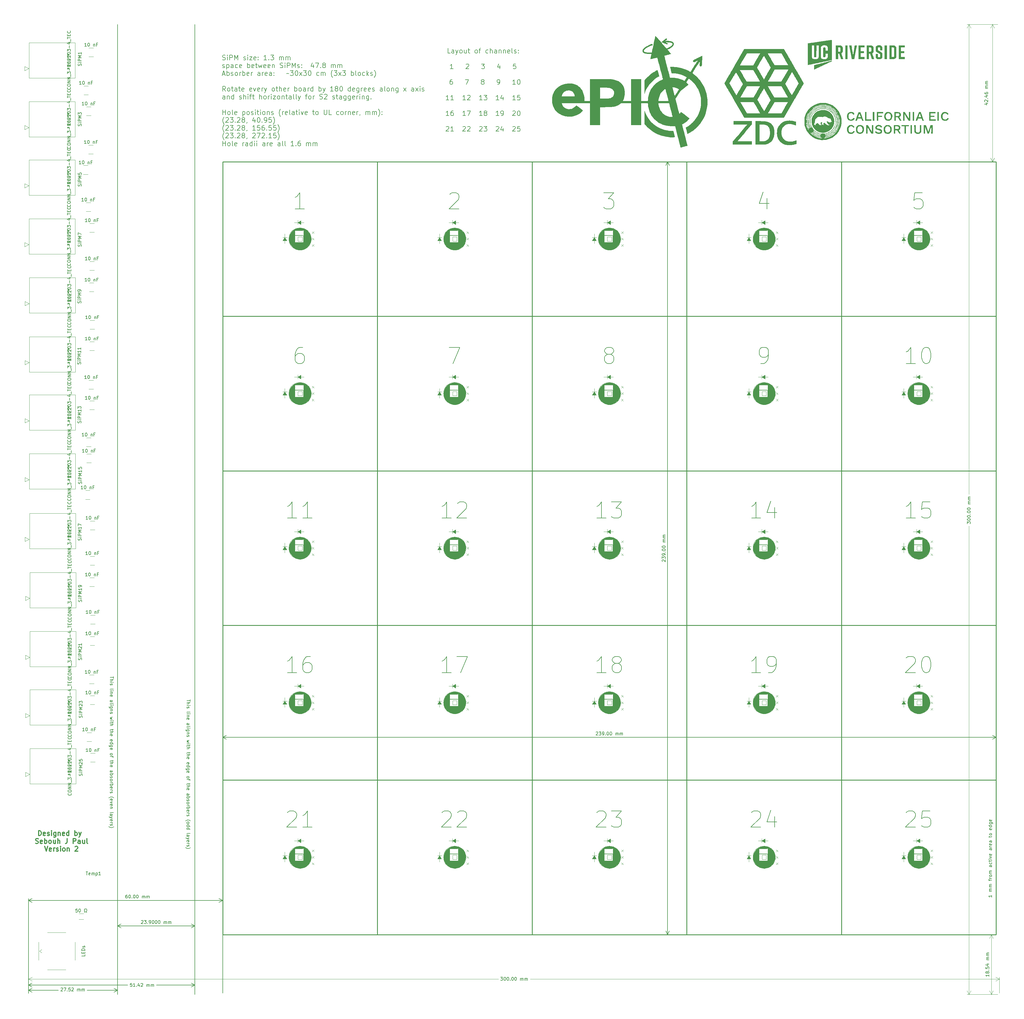
<source format=gbr>
%TF.GenerationSoftware,KiCad,Pcbnew,(6.0.8-1)-1*%
%TF.CreationDate,2024-05-09T21:57:39-04:00*%
%TF.ProjectId,Untitled,556e7469-746c-4656-942e-6b696361645f,rev?*%
%TF.SameCoordinates,Original*%
%TF.FileFunction,Legend,Top*%
%TF.FilePolarity,Positive*%
%FSLAX46Y46*%
G04 Gerber Fmt 4.6, Leading zero omitted, Abs format (unit mm)*
G04 Created by KiCad (PCBNEW (6.0.8-1)-1) date 2024-05-09 21:57:39*
%MOMM*%
%LPD*%
G01*
G04 APERTURE LIST*
%ADD10C,0.250000*%
%ADD11C,0.150000*%
%ADD12C,0.300000*%
%ADD13C,0.100000*%
%ADD14C,0.120000*%
G04 APERTURE END LIST*
D10*
X106720000Y-261170000D02*
X345720000Y-261170000D01*
X202320000Y-69970000D02*
X202320000Y-308970000D01*
D11*
X74240000Y-27510000D02*
X74240000Y-327510000D01*
D10*
X106720000Y-165570000D02*
X345720000Y-165570000D01*
X250120000Y-69970000D02*
X250120000Y-308970000D01*
X345720000Y-69970000D02*
X345720000Y-308970000D01*
X297920000Y-69970000D02*
X297920000Y-308970000D01*
X106720000Y-69970000D02*
X106720000Y-308970000D01*
X106720000Y-213370000D02*
X345720000Y-213370000D01*
D11*
X98140000Y-27510000D02*
X98140000Y-327510000D01*
D10*
X106720000Y-308970000D02*
X345720000Y-308970000D01*
X154520000Y-69970000D02*
X154520000Y-308970000D01*
X106720000Y-117770000D02*
X345720000Y-117770000D01*
X106720000Y-69970000D02*
X345720000Y-69970000D01*
D11*
X74240000Y-32920000D02*
X74240000Y-53400000D01*
X222320476Y-271238095D02*
X222558571Y-271000000D01*
X223034761Y-270761904D01*
X224225238Y-270761904D01*
X224701428Y-271000000D01*
X224939523Y-271238095D01*
X225177619Y-271714285D01*
X225177619Y-272190476D01*
X224939523Y-272904761D01*
X222082380Y-275761904D01*
X225177619Y-275761904D01*
X226844285Y-270761904D02*
X229939523Y-270761904D01*
X228272857Y-272666666D01*
X228987142Y-272666666D01*
X229463333Y-272904761D01*
X229701428Y-273142857D01*
X229939523Y-273619047D01*
X229939523Y-274809523D01*
X229701428Y-275285714D01*
X229463333Y-275523809D01*
X228987142Y-275761904D01*
X227558571Y-275761904D01*
X227082380Y-275523809D01*
X226844285Y-275285714D01*
X63004761Y-77528568D02*
X63052380Y-77385711D01*
X63052380Y-77147616D01*
X63004761Y-77052378D01*
X62957142Y-77004759D01*
X62861904Y-76957140D01*
X62766666Y-76957140D01*
X62671428Y-77004759D01*
X62623809Y-77052378D01*
X62576190Y-77147616D01*
X62528571Y-77338092D01*
X62480952Y-77433330D01*
X62433333Y-77480949D01*
X62338095Y-77528568D01*
X62242857Y-77528568D01*
X62147619Y-77480949D01*
X62100000Y-77433330D01*
X62052380Y-77338092D01*
X62052380Y-77099997D01*
X62100000Y-76957140D01*
X63052380Y-76528568D02*
X62385714Y-76528568D01*
X62052380Y-76528568D02*
X62100000Y-76576187D01*
X62147619Y-76528568D01*
X62100000Y-76480949D01*
X62052380Y-76528568D01*
X62147619Y-76528568D01*
X63052380Y-76052378D02*
X62052380Y-76052378D01*
X62052380Y-75671425D01*
X62100000Y-75576187D01*
X62147619Y-75528568D01*
X62242857Y-75480949D01*
X62385714Y-75480949D01*
X62480952Y-75528568D01*
X62528571Y-75576187D01*
X62576190Y-75671425D01*
X62576190Y-76052378D01*
X63052380Y-75052378D02*
X62052380Y-75052378D01*
X62766666Y-74719044D01*
X62052380Y-74385711D01*
X63052380Y-74385711D01*
X62052380Y-73433330D02*
X62052380Y-73909520D01*
X62528571Y-73957140D01*
X62480952Y-73909520D01*
X62433333Y-73814282D01*
X62433333Y-73576187D01*
X62480952Y-73480949D01*
X62528571Y-73433330D01*
X62623809Y-73385711D01*
X62861904Y-73385711D01*
X62957142Y-73433330D01*
X63004761Y-73480949D01*
X63052380Y-73576187D01*
X63052380Y-73814282D01*
X63004761Y-73909520D01*
X62957142Y-73957140D01*
X270120476Y-271238095D02*
X270358571Y-271000000D01*
X270834761Y-270761904D01*
X272025238Y-270761904D01*
X272501428Y-271000000D01*
X272739523Y-271238095D01*
X272977619Y-271714285D01*
X272977619Y-272190476D01*
X272739523Y-272904761D01*
X269882380Y-275761904D01*
X272977619Y-275761904D01*
X277263333Y-272428571D02*
X277263333Y-275761904D01*
X276072857Y-270523809D02*
X274882380Y-274095238D01*
X277977619Y-274095238D01*
X224463333Y-79561904D02*
X227558571Y-79561904D01*
X225891904Y-81466666D01*
X226606190Y-81466666D01*
X227082380Y-81704761D01*
X227320476Y-81942857D01*
X227558571Y-82419047D01*
X227558571Y-83609523D01*
X227320476Y-84085714D01*
X227082380Y-84323809D01*
X226606190Y-84561904D01*
X225177619Y-84561904D01*
X224701428Y-84323809D01*
X224463333Y-84085714D01*
X177021428Y-36403571D02*
X176307142Y-36403571D01*
X176307142Y-34903571D01*
X178164285Y-36403571D02*
X178164285Y-35617857D01*
X178092857Y-35475000D01*
X177950000Y-35403571D01*
X177664285Y-35403571D01*
X177521428Y-35475000D01*
X178164285Y-36332142D02*
X178021428Y-36403571D01*
X177664285Y-36403571D01*
X177521428Y-36332142D01*
X177450000Y-36189285D01*
X177450000Y-36046428D01*
X177521428Y-35903571D01*
X177664285Y-35832142D01*
X178021428Y-35832142D01*
X178164285Y-35760714D01*
X178735714Y-35403571D02*
X179092857Y-36403571D01*
X179450000Y-35403571D02*
X179092857Y-36403571D01*
X178950000Y-36760714D01*
X178878571Y-36832142D01*
X178735714Y-36903571D01*
X180235714Y-36403571D02*
X180092857Y-36332142D01*
X180021428Y-36260714D01*
X179950000Y-36117857D01*
X179950000Y-35689285D01*
X180021428Y-35546428D01*
X180092857Y-35475000D01*
X180235714Y-35403571D01*
X180450000Y-35403571D01*
X180592857Y-35475000D01*
X180664285Y-35546428D01*
X180735714Y-35689285D01*
X180735714Y-36117857D01*
X180664285Y-36260714D01*
X180592857Y-36332142D01*
X180450000Y-36403571D01*
X180235714Y-36403571D01*
X182021428Y-35403571D02*
X182021428Y-36403571D01*
X181378571Y-35403571D02*
X181378571Y-36189285D01*
X181450000Y-36332142D01*
X181592857Y-36403571D01*
X181807142Y-36403571D01*
X181950000Y-36332142D01*
X182021428Y-36260714D01*
X182521428Y-35403571D02*
X183092857Y-35403571D01*
X182735714Y-34903571D02*
X182735714Y-36189285D01*
X182807142Y-36332142D01*
X182950000Y-36403571D01*
X183092857Y-36403571D01*
X184950000Y-36403571D02*
X184807142Y-36332142D01*
X184735714Y-36260714D01*
X184664285Y-36117857D01*
X184664285Y-35689285D01*
X184735714Y-35546428D01*
X184807142Y-35475000D01*
X184950000Y-35403571D01*
X185164285Y-35403571D01*
X185307142Y-35475000D01*
X185378571Y-35546428D01*
X185450000Y-35689285D01*
X185450000Y-36117857D01*
X185378571Y-36260714D01*
X185307142Y-36332142D01*
X185164285Y-36403571D01*
X184950000Y-36403571D01*
X185878571Y-35403571D02*
X186450000Y-35403571D01*
X186092857Y-36403571D02*
X186092857Y-35117857D01*
X186164285Y-34975000D01*
X186307142Y-34903571D01*
X186450000Y-34903571D01*
X188735714Y-36332142D02*
X188592857Y-36403571D01*
X188307142Y-36403571D01*
X188164285Y-36332142D01*
X188092857Y-36260714D01*
X188021428Y-36117857D01*
X188021428Y-35689285D01*
X188092857Y-35546428D01*
X188164285Y-35475000D01*
X188307142Y-35403571D01*
X188592857Y-35403571D01*
X188735714Y-35475000D01*
X189378571Y-36403571D02*
X189378571Y-34903571D01*
X190021428Y-36403571D02*
X190021428Y-35617857D01*
X189950000Y-35475000D01*
X189807142Y-35403571D01*
X189592857Y-35403571D01*
X189450000Y-35475000D01*
X189378571Y-35546428D01*
X191378571Y-36403571D02*
X191378571Y-35617857D01*
X191307142Y-35475000D01*
X191164285Y-35403571D01*
X190878571Y-35403571D01*
X190735714Y-35475000D01*
X191378571Y-36332142D02*
X191235714Y-36403571D01*
X190878571Y-36403571D01*
X190735714Y-36332142D01*
X190664285Y-36189285D01*
X190664285Y-36046428D01*
X190735714Y-35903571D01*
X190878571Y-35832142D01*
X191235714Y-35832142D01*
X191378571Y-35760714D01*
X192092857Y-35403571D02*
X192092857Y-36403571D01*
X192092857Y-35546428D02*
X192164285Y-35475000D01*
X192307142Y-35403571D01*
X192521428Y-35403571D01*
X192664285Y-35475000D01*
X192735714Y-35617857D01*
X192735714Y-36403571D01*
X193450000Y-35403571D02*
X193450000Y-36403571D01*
X193450000Y-35546428D02*
X193521428Y-35475000D01*
X193664285Y-35403571D01*
X193878571Y-35403571D01*
X194021428Y-35475000D01*
X194092857Y-35617857D01*
X194092857Y-36403571D01*
X195378571Y-36332142D02*
X195235714Y-36403571D01*
X194950000Y-36403571D01*
X194807142Y-36332142D01*
X194735714Y-36189285D01*
X194735714Y-35617857D01*
X194807142Y-35475000D01*
X194950000Y-35403571D01*
X195235714Y-35403571D01*
X195378571Y-35475000D01*
X195450000Y-35617857D01*
X195450000Y-35760714D01*
X194735714Y-35903571D01*
X196307142Y-36403571D02*
X196164285Y-36332142D01*
X196092857Y-36189285D01*
X196092857Y-34903571D01*
X196807142Y-36332142D02*
X196950000Y-36403571D01*
X197235714Y-36403571D01*
X197378571Y-36332142D01*
X197450000Y-36189285D01*
X197450000Y-36117857D01*
X197378571Y-35975000D01*
X197235714Y-35903571D01*
X197021428Y-35903571D01*
X196878571Y-35832142D01*
X196807142Y-35689285D01*
X196807142Y-35617857D01*
X196878571Y-35475000D01*
X197021428Y-35403571D01*
X197235714Y-35403571D01*
X197378571Y-35475000D01*
X198092857Y-36260714D02*
X198164285Y-36332142D01*
X198092857Y-36403571D01*
X198021428Y-36332142D01*
X198092857Y-36260714D01*
X198092857Y-36403571D01*
X198092857Y-35475000D02*
X198164285Y-35546428D01*
X198092857Y-35617857D01*
X198021428Y-35546428D01*
X198092857Y-35475000D01*
X198092857Y-35617857D01*
X177914285Y-41233571D02*
X177057142Y-41233571D01*
X177485714Y-41233571D02*
X177485714Y-39733571D01*
X177342857Y-39947857D01*
X177200000Y-40090714D01*
X177057142Y-40162142D01*
X181914285Y-39876428D02*
X181985714Y-39805000D01*
X182128571Y-39733571D01*
X182485714Y-39733571D01*
X182628571Y-39805000D01*
X182700000Y-39876428D01*
X182771428Y-40019285D01*
X182771428Y-40162142D01*
X182700000Y-40376428D01*
X181842857Y-41233571D01*
X182771428Y-41233571D01*
X186700000Y-39733571D02*
X187628571Y-39733571D01*
X187128571Y-40305000D01*
X187342857Y-40305000D01*
X187485714Y-40376428D01*
X187557142Y-40447857D01*
X187628571Y-40590714D01*
X187628571Y-40947857D01*
X187557142Y-41090714D01*
X187485714Y-41162142D01*
X187342857Y-41233571D01*
X186914285Y-41233571D01*
X186771428Y-41162142D01*
X186700000Y-41090714D01*
X192342857Y-40233571D02*
X192342857Y-41233571D01*
X191985714Y-39662142D02*
X191628571Y-40733571D01*
X192557142Y-40733571D01*
X197271428Y-39733571D02*
X196557142Y-39733571D01*
X196485714Y-40447857D01*
X196557142Y-40376428D01*
X196700000Y-40305000D01*
X197057142Y-40305000D01*
X197200000Y-40376428D01*
X197271428Y-40447857D01*
X197342857Y-40590714D01*
X197342857Y-40947857D01*
X197271428Y-41090714D01*
X197200000Y-41162142D01*
X197057142Y-41233571D01*
X196700000Y-41233571D01*
X196557142Y-41162142D01*
X196485714Y-41090714D01*
X177628571Y-44563571D02*
X177342857Y-44563571D01*
X177199999Y-44635000D01*
X177128571Y-44706428D01*
X176985714Y-44920714D01*
X176914285Y-45206428D01*
X176914285Y-45777857D01*
X176985714Y-45920714D01*
X177057142Y-45992142D01*
X177199999Y-46063571D01*
X177485714Y-46063571D01*
X177628571Y-45992142D01*
X177699999Y-45920714D01*
X177771428Y-45777857D01*
X177771428Y-45420714D01*
X177699999Y-45277857D01*
X177628571Y-45206428D01*
X177485714Y-45135000D01*
X177199999Y-45135000D01*
X177057142Y-45206428D01*
X176985714Y-45277857D01*
X176914285Y-45420714D01*
X181699999Y-44563571D02*
X182699999Y-44563571D01*
X182057142Y-46063571D01*
X186914285Y-45206428D02*
X186771428Y-45135000D01*
X186699999Y-45063571D01*
X186628571Y-44920714D01*
X186628571Y-44849285D01*
X186699999Y-44706428D01*
X186771428Y-44635000D01*
X186914285Y-44563571D01*
X187199999Y-44563571D01*
X187342857Y-44635000D01*
X187414285Y-44706428D01*
X187485714Y-44849285D01*
X187485714Y-44920714D01*
X187414285Y-45063571D01*
X187342857Y-45135000D01*
X187199999Y-45206428D01*
X186914285Y-45206428D01*
X186771428Y-45277857D01*
X186699999Y-45349285D01*
X186628571Y-45492142D01*
X186628571Y-45777857D01*
X186699999Y-45920714D01*
X186771428Y-45992142D01*
X186914285Y-46063571D01*
X187199999Y-46063571D01*
X187342857Y-45992142D01*
X187414285Y-45920714D01*
X187485714Y-45777857D01*
X187485714Y-45492142D01*
X187414285Y-45349285D01*
X187342857Y-45277857D01*
X187199999Y-45206428D01*
X191628571Y-46063571D02*
X191914285Y-46063571D01*
X192057142Y-45992142D01*
X192128571Y-45920714D01*
X192271428Y-45706428D01*
X192342857Y-45420714D01*
X192342857Y-44849285D01*
X192271428Y-44706428D01*
X192199999Y-44635000D01*
X192057142Y-44563571D01*
X191771428Y-44563571D01*
X191628571Y-44635000D01*
X191557142Y-44706428D01*
X191485714Y-44849285D01*
X191485714Y-45206428D01*
X191557142Y-45349285D01*
X191628571Y-45420714D01*
X191771428Y-45492142D01*
X192057142Y-45492142D01*
X192199999Y-45420714D01*
X192271428Y-45349285D01*
X192342857Y-45206428D01*
X197199999Y-46063571D02*
X196342857Y-46063571D01*
X196771428Y-46063571D02*
X196771428Y-44563571D01*
X196628571Y-44777857D01*
X196485714Y-44920714D01*
X196342857Y-44992142D01*
X198128571Y-44563571D02*
X198271428Y-44563571D01*
X198414285Y-44635000D01*
X198485714Y-44706428D01*
X198557142Y-44849285D01*
X198628571Y-45135000D01*
X198628571Y-45492142D01*
X198557142Y-45777857D01*
X198485714Y-45920714D01*
X198414285Y-45992142D01*
X198271428Y-46063571D01*
X198128571Y-46063571D01*
X197985714Y-45992142D01*
X197914285Y-45920714D01*
X197842857Y-45777857D01*
X197771428Y-45492142D01*
X197771428Y-45135000D01*
X197842857Y-44849285D01*
X197914285Y-44706428D01*
X197985714Y-44635000D01*
X198128571Y-44563571D01*
X176628571Y-50893571D02*
X175771428Y-50893571D01*
X176200000Y-50893571D02*
X176200000Y-49393571D01*
X176057142Y-49607857D01*
X175914285Y-49750714D01*
X175771428Y-49822142D01*
X178057142Y-50893571D02*
X177200000Y-50893571D01*
X177628571Y-50893571D02*
X177628571Y-49393571D01*
X177485714Y-49607857D01*
X177342857Y-49750714D01*
X177200000Y-49822142D01*
X181771428Y-50893571D02*
X180914285Y-50893571D01*
X181342857Y-50893571D02*
X181342857Y-49393571D01*
X181200000Y-49607857D01*
X181057142Y-49750714D01*
X180914285Y-49822142D01*
X182342857Y-49536428D02*
X182414285Y-49465000D01*
X182557142Y-49393571D01*
X182914285Y-49393571D01*
X183057142Y-49465000D01*
X183128571Y-49536428D01*
X183200000Y-49679285D01*
X183200000Y-49822142D01*
X183128571Y-50036428D01*
X182271428Y-50893571D01*
X183200000Y-50893571D01*
X186914285Y-50893571D02*
X186057142Y-50893571D01*
X186485714Y-50893571D02*
X186485714Y-49393571D01*
X186342857Y-49607857D01*
X186200000Y-49750714D01*
X186057142Y-49822142D01*
X187414285Y-49393571D02*
X188342857Y-49393571D01*
X187842857Y-49965000D01*
X188057142Y-49965000D01*
X188200000Y-50036428D01*
X188271428Y-50107857D01*
X188342857Y-50250714D01*
X188342857Y-50607857D01*
X188271428Y-50750714D01*
X188200000Y-50822142D01*
X188057142Y-50893571D01*
X187628571Y-50893571D01*
X187485714Y-50822142D01*
X187414285Y-50750714D01*
X192057142Y-50893571D02*
X191200000Y-50893571D01*
X191628571Y-50893571D02*
X191628571Y-49393571D01*
X191485714Y-49607857D01*
X191342857Y-49750714D01*
X191200000Y-49822142D01*
X193342857Y-49893571D02*
X193342857Y-50893571D01*
X192985714Y-49322142D02*
X192628571Y-50393571D01*
X193557142Y-50393571D01*
X197200000Y-50893571D02*
X196342857Y-50893571D01*
X196771428Y-50893571D02*
X196771428Y-49393571D01*
X196628571Y-49607857D01*
X196485714Y-49750714D01*
X196342857Y-49822142D01*
X198557142Y-49393571D02*
X197842857Y-49393571D01*
X197771428Y-50107857D01*
X197842857Y-50036428D01*
X197985714Y-49965000D01*
X198342857Y-49965000D01*
X198485714Y-50036428D01*
X198557142Y-50107857D01*
X198628571Y-50250714D01*
X198628571Y-50607857D01*
X198557142Y-50750714D01*
X198485714Y-50822142D01*
X198342857Y-50893571D01*
X197985714Y-50893571D01*
X197842857Y-50822142D01*
X197771428Y-50750714D01*
X176628571Y-55723571D02*
X175771428Y-55723571D01*
X176200000Y-55723571D02*
X176200000Y-54223571D01*
X176057142Y-54437857D01*
X175914285Y-54580714D01*
X175771428Y-54652142D01*
X177914285Y-54223571D02*
X177628571Y-54223571D01*
X177485714Y-54295000D01*
X177414285Y-54366428D01*
X177271428Y-54580714D01*
X177200000Y-54866428D01*
X177200000Y-55437857D01*
X177271428Y-55580714D01*
X177342857Y-55652142D01*
X177485714Y-55723571D01*
X177771428Y-55723571D01*
X177914285Y-55652142D01*
X177985714Y-55580714D01*
X178057142Y-55437857D01*
X178057142Y-55080714D01*
X177985714Y-54937857D01*
X177914285Y-54866428D01*
X177771428Y-54795000D01*
X177485714Y-54795000D01*
X177342857Y-54866428D01*
X177271428Y-54937857D01*
X177200000Y-55080714D01*
X181771428Y-55723571D02*
X180914285Y-55723571D01*
X181342857Y-55723571D02*
X181342857Y-54223571D01*
X181200000Y-54437857D01*
X181057142Y-54580714D01*
X180914285Y-54652142D01*
X182271428Y-54223571D02*
X183271428Y-54223571D01*
X182628571Y-55723571D01*
X186914285Y-55723571D02*
X186057142Y-55723571D01*
X186485714Y-55723571D02*
X186485714Y-54223571D01*
X186342857Y-54437857D01*
X186200000Y-54580714D01*
X186057142Y-54652142D01*
X187771428Y-54866428D02*
X187628571Y-54795000D01*
X187557142Y-54723571D01*
X187485714Y-54580714D01*
X187485714Y-54509285D01*
X187557142Y-54366428D01*
X187628571Y-54295000D01*
X187771428Y-54223571D01*
X188057142Y-54223571D01*
X188200000Y-54295000D01*
X188271428Y-54366428D01*
X188342857Y-54509285D01*
X188342857Y-54580714D01*
X188271428Y-54723571D01*
X188200000Y-54795000D01*
X188057142Y-54866428D01*
X187771428Y-54866428D01*
X187628571Y-54937857D01*
X187557142Y-55009285D01*
X187485714Y-55152142D01*
X187485714Y-55437857D01*
X187557142Y-55580714D01*
X187628571Y-55652142D01*
X187771428Y-55723571D01*
X188057142Y-55723571D01*
X188200000Y-55652142D01*
X188271428Y-55580714D01*
X188342857Y-55437857D01*
X188342857Y-55152142D01*
X188271428Y-55009285D01*
X188200000Y-54937857D01*
X188057142Y-54866428D01*
X192057142Y-55723571D02*
X191200000Y-55723571D01*
X191628571Y-55723571D02*
X191628571Y-54223571D01*
X191485714Y-54437857D01*
X191342857Y-54580714D01*
X191200000Y-54652142D01*
X192771428Y-55723571D02*
X193057142Y-55723571D01*
X193200000Y-55652142D01*
X193271428Y-55580714D01*
X193414285Y-55366428D01*
X193485714Y-55080714D01*
X193485714Y-54509285D01*
X193414285Y-54366428D01*
X193342857Y-54295000D01*
X193200000Y-54223571D01*
X192914285Y-54223571D01*
X192771428Y-54295000D01*
X192700000Y-54366428D01*
X192628571Y-54509285D01*
X192628571Y-54866428D01*
X192700000Y-55009285D01*
X192771428Y-55080714D01*
X192914285Y-55152142D01*
X193200000Y-55152142D01*
X193342857Y-55080714D01*
X193414285Y-55009285D01*
X193485714Y-54866428D01*
X196342857Y-54366428D02*
X196414285Y-54295000D01*
X196557142Y-54223571D01*
X196914285Y-54223571D01*
X197057142Y-54295000D01*
X197128571Y-54366428D01*
X197200000Y-54509285D01*
X197200000Y-54652142D01*
X197128571Y-54866428D01*
X196271428Y-55723571D01*
X197200000Y-55723571D01*
X198128571Y-54223571D02*
X198271428Y-54223571D01*
X198414285Y-54295000D01*
X198485714Y-54366428D01*
X198557142Y-54509285D01*
X198628571Y-54795000D01*
X198628571Y-55152142D01*
X198557142Y-55437857D01*
X198485714Y-55580714D01*
X198414285Y-55652142D01*
X198271428Y-55723571D01*
X198128571Y-55723571D01*
X197985714Y-55652142D01*
X197914285Y-55580714D01*
X197842857Y-55437857D01*
X197771428Y-55152142D01*
X197771428Y-54795000D01*
X197842857Y-54509285D01*
X197914285Y-54366428D01*
X197985714Y-54295000D01*
X198128571Y-54223571D01*
X175771428Y-59196428D02*
X175842857Y-59125000D01*
X175985714Y-59053571D01*
X176342857Y-59053571D01*
X176485714Y-59125000D01*
X176557142Y-59196428D01*
X176628571Y-59339285D01*
X176628571Y-59482142D01*
X176557142Y-59696428D01*
X175700000Y-60553571D01*
X176628571Y-60553571D01*
X178057142Y-60553571D02*
X177200000Y-60553571D01*
X177628571Y-60553571D02*
X177628571Y-59053571D01*
X177485714Y-59267857D01*
X177342857Y-59410714D01*
X177200000Y-59482142D01*
X180914285Y-59196428D02*
X180985714Y-59125000D01*
X181128571Y-59053571D01*
X181485714Y-59053571D01*
X181628571Y-59125000D01*
X181700000Y-59196428D01*
X181771428Y-59339285D01*
X181771428Y-59482142D01*
X181700000Y-59696428D01*
X180842857Y-60553571D01*
X181771428Y-60553571D01*
X182342857Y-59196428D02*
X182414285Y-59125000D01*
X182557142Y-59053571D01*
X182914285Y-59053571D01*
X183057142Y-59125000D01*
X183128571Y-59196428D01*
X183200000Y-59339285D01*
X183200000Y-59482142D01*
X183128571Y-59696428D01*
X182271428Y-60553571D01*
X183200000Y-60553571D01*
X186057142Y-59196428D02*
X186128571Y-59125000D01*
X186271428Y-59053571D01*
X186628571Y-59053571D01*
X186771428Y-59125000D01*
X186842857Y-59196428D01*
X186914285Y-59339285D01*
X186914285Y-59482142D01*
X186842857Y-59696428D01*
X185985714Y-60553571D01*
X186914285Y-60553571D01*
X187414285Y-59053571D02*
X188342857Y-59053571D01*
X187842857Y-59625000D01*
X188057142Y-59625000D01*
X188200000Y-59696428D01*
X188271428Y-59767857D01*
X188342857Y-59910714D01*
X188342857Y-60267857D01*
X188271428Y-60410714D01*
X188200000Y-60482142D01*
X188057142Y-60553571D01*
X187628571Y-60553571D01*
X187485714Y-60482142D01*
X187414285Y-60410714D01*
X191200000Y-59196428D02*
X191271428Y-59125000D01*
X191414285Y-59053571D01*
X191771428Y-59053571D01*
X191914285Y-59125000D01*
X191985714Y-59196428D01*
X192057142Y-59339285D01*
X192057142Y-59482142D01*
X191985714Y-59696428D01*
X191128571Y-60553571D01*
X192057142Y-60553571D01*
X193342857Y-59553571D02*
X193342857Y-60553571D01*
X192985714Y-58982142D02*
X192628571Y-60053571D01*
X193557142Y-60053571D01*
X196342857Y-59196428D02*
X196414285Y-59125000D01*
X196557142Y-59053571D01*
X196914285Y-59053571D01*
X197057142Y-59125000D01*
X197128571Y-59196428D01*
X197200000Y-59339285D01*
X197200000Y-59482142D01*
X197128571Y-59696428D01*
X196271428Y-60553571D01*
X197200000Y-60553571D01*
X198557142Y-59053571D02*
X197842857Y-59053571D01*
X197771428Y-59767857D01*
X197842857Y-59696428D01*
X197985714Y-59625000D01*
X198342857Y-59625000D01*
X198485714Y-59696428D01*
X198557142Y-59767857D01*
X198628571Y-59910714D01*
X198628571Y-60267857D01*
X198557142Y-60410714D01*
X198485714Y-60482142D01*
X198342857Y-60553571D01*
X197985714Y-60553571D01*
X197842857Y-60482142D01*
X197771428Y-60410714D01*
X63004761Y-187047619D02*
X63052380Y-186904761D01*
X63052380Y-186666666D01*
X63004761Y-186571428D01*
X62957142Y-186523809D01*
X62861904Y-186476190D01*
X62766666Y-186476190D01*
X62671428Y-186523809D01*
X62623809Y-186571428D01*
X62576190Y-186666666D01*
X62528571Y-186857142D01*
X62480952Y-186952380D01*
X62433333Y-187000000D01*
X62338095Y-187047619D01*
X62242857Y-187047619D01*
X62147619Y-187000000D01*
X62100000Y-186952380D01*
X62052380Y-186857142D01*
X62052380Y-186619047D01*
X62100000Y-186476190D01*
X63052380Y-186047619D02*
X62385714Y-186047619D01*
X62052380Y-186047619D02*
X62100000Y-186095238D01*
X62147619Y-186047619D01*
X62100000Y-186000000D01*
X62052380Y-186047619D01*
X62147619Y-186047619D01*
X63052380Y-185571428D02*
X62052380Y-185571428D01*
X62052380Y-185190476D01*
X62100000Y-185095238D01*
X62147619Y-185047619D01*
X62242857Y-185000000D01*
X62385714Y-185000000D01*
X62480952Y-185047619D01*
X62528571Y-185095238D01*
X62576190Y-185190476D01*
X62576190Y-185571428D01*
X63052380Y-184571428D02*
X62052380Y-184571428D01*
X62766666Y-184238095D01*
X62052380Y-183904761D01*
X63052380Y-183904761D01*
X63052380Y-182904761D02*
X63052380Y-183476190D01*
X63052380Y-183190476D02*
X62052380Y-183190476D01*
X62195238Y-183285714D01*
X62290476Y-183380952D01*
X62338095Y-183476190D01*
X62052380Y-182571428D02*
X62052380Y-181904761D01*
X63052380Y-182333333D01*
X225177619Y-227961904D02*
X222320476Y-227961904D01*
X223749047Y-227961904D02*
X223749047Y-222961904D01*
X223272857Y-223676190D01*
X222796666Y-224152380D01*
X222320476Y-224390476D01*
X228034761Y-225104761D02*
X227558571Y-224866666D01*
X227320476Y-224628571D01*
X227082380Y-224152380D01*
X227082380Y-223914285D01*
X227320476Y-223438095D01*
X227558571Y-223200000D01*
X228034761Y-222961904D01*
X228987142Y-222961904D01*
X229463333Y-223200000D01*
X229701428Y-223438095D01*
X229939523Y-223914285D01*
X229939523Y-224152380D01*
X229701428Y-224628571D01*
X229463333Y-224866666D01*
X228987142Y-225104761D01*
X228034761Y-225104761D01*
X227558571Y-225342857D01*
X227320476Y-225580952D01*
X227082380Y-226057142D01*
X227082380Y-227009523D01*
X227320476Y-227485714D01*
X227558571Y-227723809D01*
X228034761Y-227961904D01*
X228987142Y-227961904D01*
X229463333Y-227723809D01*
X229701428Y-227485714D01*
X229939523Y-227009523D01*
X229939523Y-226057142D01*
X229701428Y-225580952D01*
X229463333Y-225342857D01*
X228987142Y-225104761D01*
X62904761Y-113671428D02*
X62952380Y-113528571D01*
X62952380Y-113290476D01*
X62904761Y-113195238D01*
X62857142Y-113147619D01*
X62761904Y-113100000D01*
X62666666Y-113100000D01*
X62571428Y-113147619D01*
X62523809Y-113195238D01*
X62476190Y-113290476D01*
X62428571Y-113480952D01*
X62380952Y-113576190D01*
X62333333Y-113623809D01*
X62238095Y-113671428D01*
X62142857Y-113671428D01*
X62047619Y-113623809D01*
X62000000Y-113576190D01*
X61952380Y-113480952D01*
X61952380Y-113242857D01*
X62000000Y-113100000D01*
X62952380Y-112671428D02*
X62285714Y-112671428D01*
X61952380Y-112671428D02*
X62000000Y-112719047D01*
X62047619Y-112671428D01*
X62000000Y-112623809D01*
X61952380Y-112671428D01*
X62047619Y-112671428D01*
X62952380Y-112195238D02*
X61952380Y-112195238D01*
X61952380Y-111814285D01*
X62000000Y-111719047D01*
X62047619Y-111671428D01*
X62142857Y-111623809D01*
X62285714Y-111623809D01*
X62380952Y-111671428D01*
X62428571Y-111719047D01*
X62476190Y-111814285D01*
X62476190Y-112195238D01*
X62952380Y-111195238D02*
X61952380Y-111195238D01*
X62666666Y-110861904D01*
X61952380Y-110528571D01*
X62952380Y-110528571D01*
X62952380Y-110004761D02*
X62952380Y-109814285D01*
X62904761Y-109719047D01*
X62857142Y-109671428D01*
X62714285Y-109576190D01*
X62523809Y-109528571D01*
X62142857Y-109528571D01*
X62047619Y-109576190D01*
X62000000Y-109623809D01*
X61952380Y-109719047D01*
X61952380Y-109909523D01*
X62000000Y-110004761D01*
X62047619Y-110052380D01*
X62142857Y-110100000D01*
X62380952Y-110100000D01*
X62476190Y-110052380D01*
X62523809Y-110004761D01*
X62571428Y-109909523D01*
X62571428Y-109719047D01*
X62523809Y-109623809D01*
X62476190Y-109576190D01*
X62380952Y-109528571D01*
X72947619Y-229171428D02*
X72947619Y-229742857D01*
X71947619Y-229457142D02*
X72947619Y-229457142D01*
X71947619Y-230076190D02*
X72947619Y-230076190D01*
X71947619Y-230504761D02*
X72471428Y-230504761D01*
X72566666Y-230457142D01*
X72614285Y-230361904D01*
X72614285Y-230219047D01*
X72566666Y-230123809D01*
X72519047Y-230076190D01*
X71947619Y-230980952D02*
X72614285Y-230980952D01*
X72947619Y-230980952D02*
X72900000Y-230933333D01*
X72852380Y-230980952D01*
X72900000Y-231028571D01*
X72947619Y-230980952D01*
X72852380Y-230980952D01*
X71995238Y-231409523D02*
X71947619Y-231504761D01*
X71947619Y-231695238D01*
X71995238Y-231790476D01*
X72090476Y-231838095D01*
X72138095Y-231838095D01*
X72233333Y-231790476D01*
X72280952Y-231695238D01*
X72280952Y-231552380D01*
X72328571Y-231457142D01*
X72423809Y-231409523D01*
X72471428Y-231409523D01*
X72566666Y-231457142D01*
X72614285Y-231552380D01*
X72614285Y-231695238D01*
X72566666Y-231790476D01*
X71947619Y-233171428D02*
X71995238Y-233076190D01*
X72090476Y-233028571D01*
X72947619Y-233028571D01*
X71947619Y-233552380D02*
X72614285Y-233552380D01*
X72947619Y-233552380D02*
X72900000Y-233504761D01*
X72852380Y-233552380D01*
X72900000Y-233600000D01*
X72947619Y-233552380D01*
X72852380Y-233552380D01*
X72614285Y-234028571D02*
X71947619Y-234028571D01*
X72519047Y-234028571D02*
X72566666Y-234076190D01*
X72614285Y-234171428D01*
X72614285Y-234314285D01*
X72566666Y-234409523D01*
X72471428Y-234457142D01*
X71947619Y-234457142D01*
X71995238Y-235314285D02*
X71947619Y-235219047D01*
X71947619Y-235028571D01*
X71995238Y-234933333D01*
X72090476Y-234885714D01*
X72471428Y-234885714D01*
X72566666Y-234933333D01*
X72614285Y-235028571D01*
X72614285Y-235219047D01*
X72566666Y-235314285D01*
X72471428Y-235361904D01*
X72376190Y-235361904D01*
X72280952Y-234885714D01*
X71947619Y-236980952D02*
X72471428Y-236980952D01*
X72566666Y-236933333D01*
X72614285Y-236838095D01*
X72614285Y-236647619D01*
X72566666Y-236552380D01*
X71995238Y-236980952D02*
X71947619Y-236885714D01*
X71947619Y-236647619D01*
X71995238Y-236552380D01*
X72090476Y-236504761D01*
X72185714Y-236504761D01*
X72280952Y-236552380D01*
X72328571Y-236647619D01*
X72328571Y-236885714D01*
X72376190Y-236980952D01*
X71947619Y-237600000D02*
X71995238Y-237504761D01*
X72090476Y-237457142D01*
X72947619Y-237457142D01*
X71947619Y-237980952D02*
X72614285Y-237980952D01*
X72947619Y-237980952D02*
X72900000Y-237933333D01*
X72852380Y-237980952D01*
X72900000Y-238028571D01*
X72947619Y-237980952D01*
X72852380Y-237980952D01*
X72614285Y-238885714D02*
X71804761Y-238885714D01*
X71709523Y-238838095D01*
X71661904Y-238790476D01*
X71614285Y-238695238D01*
X71614285Y-238552380D01*
X71661904Y-238457142D01*
X71995238Y-238885714D02*
X71947619Y-238790476D01*
X71947619Y-238600000D01*
X71995238Y-238504761D01*
X72042857Y-238457142D01*
X72138095Y-238409523D01*
X72423809Y-238409523D01*
X72519047Y-238457142D01*
X72566666Y-238504761D01*
X72614285Y-238600000D01*
X72614285Y-238790476D01*
X72566666Y-238885714D01*
X72614285Y-239361904D02*
X71947619Y-239361904D01*
X72519047Y-239361904D02*
X72566666Y-239409523D01*
X72614285Y-239504761D01*
X72614285Y-239647619D01*
X72566666Y-239742857D01*
X72471428Y-239790476D01*
X71947619Y-239790476D01*
X71995238Y-240219047D02*
X71947619Y-240314285D01*
X71947619Y-240504761D01*
X71995238Y-240600000D01*
X72090476Y-240647619D01*
X72138095Y-240647619D01*
X72233333Y-240600000D01*
X72280952Y-240504761D01*
X72280952Y-240361904D01*
X72328571Y-240266666D01*
X72423809Y-240219047D01*
X72471428Y-240219047D01*
X72566666Y-240266666D01*
X72614285Y-240361904D01*
X72614285Y-240504761D01*
X72566666Y-240600000D01*
X72614285Y-241742857D02*
X71947619Y-241933333D01*
X72423809Y-242123809D01*
X71947619Y-242314285D01*
X72614285Y-242504761D01*
X71947619Y-242885714D02*
X72614285Y-242885714D01*
X72947619Y-242885714D02*
X72900000Y-242838095D01*
X72852380Y-242885714D01*
X72900000Y-242933333D01*
X72947619Y-242885714D01*
X72852380Y-242885714D01*
X72614285Y-243219047D02*
X72614285Y-243600000D01*
X72947619Y-243361904D02*
X72090476Y-243361904D01*
X71995238Y-243409523D01*
X71947619Y-243504761D01*
X71947619Y-243600000D01*
X71947619Y-243933333D02*
X72947619Y-243933333D01*
X71947619Y-244361904D02*
X72471428Y-244361904D01*
X72566666Y-244314285D01*
X72614285Y-244219047D01*
X72614285Y-244076190D01*
X72566666Y-243980952D01*
X72519047Y-243933333D01*
X72614285Y-245457142D02*
X72614285Y-245838095D01*
X72947619Y-245600000D02*
X72090476Y-245600000D01*
X71995238Y-245647619D01*
X71947619Y-245742857D01*
X71947619Y-245838095D01*
X71947619Y-246171428D02*
X72947619Y-246171428D01*
X71947619Y-246600000D02*
X72471428Y-246600000D01*
X72566666Y-246552380D01*
X72614285Y-246457142D01*
X72614285Y-246314285D01*
X72566666Y-246219047D01*
X72519047Y-246171428D01*
X71995238Y-247457142D02*
X71947619Y-247361904D01*
X71947619Y-247171428D01*
X71995238Y-247076190D01*
X72090476Y-247028571D01*
X72471428Y-247028571D01*
X72566666Y-247076190D01*
X72614285Y-247171428D01*
X72614285Y-247361904D01*
X72566666Y-247457142D01*
X72471428Y-247504761D01*
X72376190Y-247504761D01*
X72280952Y-247028571D01*
X71995238Y-249076190D02*
X71947619Y-248980952D01*
X71947619Y-248790476D01*
X71995238Y-248695238D01*
X72090476Y-248647619D01*
X72471428Y-248647619D01*
X72566666Y-248695238D01*
X72614285Y-248790476D01*
X72614285Y-248980952D01*
X72566666Y-249076190D01*
X72471428Y-249123809D01*
X72376190Y-249123809D01*
X72280952Y-248647619D01*
X71947619Y-249980952D02*
X72947619Y-249980952D01*
X71995238Y-249980952D02*
X71947619Y-249885714D01*
X71947619Y-249695238D01*
X71995238Y-249600000D01*
X72042857Y-249552380D01*
X72138095Y-249504761D01*
X72423809Y-249504761D01*
X72519047Y-249552380D01*
X72566666Y-249600000D01*
X72614285Y-249695238D01*
X72614285Y-249885714D01*
X72566666Y-249980952D01*
X72614285Y-250885714D02*
X71804761Y-250885714D01*
X71709523Y-250838095D01*
X71661904Y-250790476D01*
X71614285Y-250695238D01*
X71614285Y-250552380D01*
X71661904Y-250457142D01*
X71995238Y-250885714D02*
X71947619Y-250790476D01*
X71947619Y-250600000D01*
X71995238Y-250504761D01*
X72042857Y-250457142D01*
X72138095Y-250409523D01*
X72423809Y-250409523D01*
X72519047Y-250457142D01*
X72566666Y-250504761D01*
X72614285Y-250600000D01*
X72614285Y-250790476D01*
X72566666Y-250885714D01*
X71995238Y-251742857D02*
X71947619Y-251647619D01*
X71947619Y-251457142D01*
X71995238Y-251361904D01*
X72090476Y-251314285D01*
X72471428Y-251314285D01*
X72566666Y-251361904D01*
X72614285Y-251457142D01*
X72614285Y-251647619D01*
X72566666Y-251742857D01*
X72471428Y-251790476D01*
X72376190Y-251790476D01*
X72280952Y-251314285D01*
X71947619Y-253123809D02*
X71995238Y-253028571D01*
X72042857Y-252980952D01*
X72138095Y-252933333D01*
X72423809Y-252933333D01*
X72519047Y-252980952D01*
X72566666Y-253028571D01*
X72614285Y-253123809D01*
X72614285Y-253266666D01*
X72566666Y-253361904D01*
X72519047Y-253409523D01*
X72423809Y-253457142D01*
X72138095Y-253457142D01*
X72042857Y-253409523D01*
X71995238Y-253361904D01*
X71947619Y-253266666D01*
X71947619Y-253123809D01*
X72614285Y-253742857D02*
X72614285Y-254123809D01*
X71947619Y-253885714D02*
X72804761Y-253885714D01*
X72900000Y-253933333D01*
X72947619Y-254028571D01*
X72947619Y-254123809D01*
X72614285Y-255076190D02*
X72614285Y-255457142D01*
X72947619Y-255219047D02*
X72090476Y-255219047D01*
X71995238Y-255266666D01*
X71947619Y-255361904D01*
X71947619Y-255457142D01*
X71947619Y-255790476D02*
X72947619Y-255790476D01*
X71947619Y-256219047D02*
X72471428Y-256219047D01*
X72566666Y-256171428D01*
X72614285Y-256076190D01*
X72614285Y-255933333D01*
X72566666Y-255838095D01*
X72519047Y-255790476D01*
X71995238Y-257076190D02*
X71947619Y-256980952D01*
X71947619Y-256790476D01*
X71995238Y-256695238D01*
X72090476Y-256647619D01*
X72471428Y-256647619D01*
X72566666Y-256695238D01*
X72614285Y-256790476D01*
X72614285Y-256980952D01*
X72566666Y-257076190D01*
X72471428Y-257123809D01*
X72376190Y-257123809D01*
X72280952Y-256647619D01*
X71947619Y-258742857D02*
X72471428Y-258742857D01*
X72566666Y-258695238D01*
X72614285Y-258600000D01*
X72614285Y-258409523D01*
X72566666Y-258314285D01*
X71995238Y-258742857D02*
X71947619Y-258647619D01*
X71947619Y-258409523D01*
X71995238Y-258314285D01*
X72090476Y-258266666D01*
X72185714Y-258266666D01*
X72280952Y-258314285D01*
X72328571Y-258409523D01*
X72328571Y-258647619D01*
X72376190Y-258742857D01*
X71947619Y-259219047D02*
X72947619Y-259219047D01*
X72566666Y-259219047D02*
X72614285Y-259314285D01*
X72614285Y-259504761D01*
X72566666Y-259600000D01*
X72519047Y-259647619D01*
X72423809Y-259695238D01*
X72138095Y-259695238D01*
X72042857Y-259647619D01*
X71995238Y-259600000D01*
X71947619Y-259504761D01*
X71947619Y-259314285D01*
X71995238Y-259219047D01*
X71995238Y-260076190D02*
X71947619Y-260171428D01*
X71947619Y-260361904D01*
X71995238Y-260457142D01*
X72090476Y-260504761D01*
X72138095Y-260504761D01*
X72233333Y-260457142D01*
X72280952Y-260361904D01*
X72280952Y-260219047D01*
X72328571Y-260123809D01*
X72423809Y-260076190D01*
X72471428Y-260076190D01*
X72566666Y-260123809D01*
X72614285Y-260219047D01*
X72614285Y-260361904D01*
X72566666Y-260457142D01*
X71947619Y-261076190D02*
X71995238Y-260980952D01*
X72042857Y-260933333D01*
X72138095Y-260885714D01*
X72423809Y-260885714D01*
X72519047Y-260933333D01*
X72566666Y-260980952D01*
X72614285Y-261076190D01*
X72614285Y-261219047D01*
X72566666Y-261314285D01*
X72519047Y-261361904D01*
X72423809Y-261409523D01*
X72138095Y-261409523D01*
X72042857Y-261361904D01*
X71995238Y-261314285D01*
X71947619Y-261219047D01*
X71947619Y-261076190D01*
X71947619Y-261838095D02*
X72614285Y-261838095D01*
X72423809Y-261838095D02*
X72519047Y-261885714D01*
X72566666Y-261933333D01*
X72614285Y-262028571D01*
X72614285Y-262123809D01*
X71947619Y-262457142D02*
X72947619Y-262457142D01*
X72566666Y-262457142D02*
X72614285Y-262552380D01*
X72614285Y-262742857D01*
X72566666Y-262838095D01*
X72519047Y-262885714D01*
X72423809Y-262933333D01*
X72138095Y-262933333D01*
X72042857Y-262885714D01*
X71995238Y-262838095D01*
X71947619Y-262742857D01*
X71947619Y-262552380D01*
X71995238Y-262457142D01*
X71995238Y-263742857D02*
X71947619Y-263647619D01*
X71947619Y-263457142D01*
X71995238Y-263361904D01*
X72090476Y-263314285D01*
X72471428Y-263314285D01*
X72566666Y-263361904D01*
X72614285Y-263457142D01*
X72614285Y-263647619D01*
X72566666Y-263742857D01*
X72471428Y-263790476D01*
X72376190Y-263790476D01*
X72280952Y-263314285D01*
X71947619Y-264219047D02*
X72614285Y-264219047D01*
X72423809Y-264219047D02*
X72519047Y-264266666D01*
X72566666Y-264314285D01*
X72614285Y-264409523D01*
X72614285Y-264504761D01*
X71995238Y-264790476D02*
X71947619Y-264885714D01*
X71947619Y-265076190D01*
X71995238Y-265171428D01*
X72090476Y-265219047D01*
X72138095Y-265219047D01*
X72233333Y-265171428D01*
X72280952Y-265076190D01*
X72280952Y-264933333D01*
X72328571Y-264838095D01*
X72423809Y-264790476D01*
X72471428Y-264790476D01*
X72566666Y-264838095D01*
X72614285Y-264933333D01*
X72614285Y-265076190D01*
X72566666Y-265171428D01*
X71566666Y-266695238D02*
X71614285Y-266647619D01*
X71757142Y-266552380D01*
X71852380Y-266504761D01*
X71995238Y-266457142D01*
X72233333Y-266409523D01*
X72423809Y-266409523D01*
X72661904Y-266457142D01*
X72804761Y-266504761D01*
X72900000Y-266552380D01*
X73042857Y-266647619D01*
X73090476Y-266695238D01*
X71995238Y-267457142D02*
X71947619Y-267361904D01*
X71947619Y-267171428D01*
X71995238Y-267076190D01*
X72090476Y-267028571D01*
X72471428Y-267028571D01*
X72566666Y-267076190D01*
X72614285Y-267171428D01*
X72614285Y-267361904D01*
X72566666Y-267457142D01*
X72471428Y-267504761D01*
X72376190Y-267504761D01*
X72280952Y-267028571D01*
X72614285Y-267838095D02*
X71947619Y-268076190D01*
X72614285Y-268314285D01*
X71995238Y-269076190D02*
X71947619Y-268980952D01*
X71947619Y-268790476D01*
X71995238Y-268695238D01*
X72090476Y-268647619D01*
X72471428Y-268647619D01*
X72566666Y-268695238D01*
X72614285Y-268790476D01*
X72614285Y-268980952D01*
X72566666Y-269076190D01*
X72471428Y-269123809D01*
X72376190Y-269123809D01*
X72280952Y-268647619D01*
X72614285Y-269552380D02*
X71947619Y-269552380D01*
X72519047Y-269552380D02*
X72566666Y-269600000D01*
X72614285Y-269695238D01*
X72614285Y-269838095D01*
X72566666Y-269933333D01*
X72471428Y-269980952D01*
X71947619Y-269980952D01*
X71947619Y-271361904D02*
X71995238Y-271266666D01*
X72090476Y-271219047D01*
X72947619Y-271219047D01*
X71947619Y-272171428D02*
X72471428Y-272171428D01*
X72566666Y-272123809D01*
X72614285Y-272028571D01*
X72614285Y-271838095D01*
X72566666Y-271742857D01*
X71995238Y-272171428D02*
X71947619Y-272076190D01*
X71947619Y-271838095D01*
X71995238Y-271742857D01*
X72090476Y-271695238D01*
X72185714Y-271695238D01*
X72280952Y-271742857D01*
X72328571Y-271838095D01*
X72328571Y-272076190D01*
X72376190Y-272171428D01*
X72614285Y-272552380D02*
X71947619Y-272790476D01*
X72614285Y-273028571D02*
X71947619Y-272790476D01*
X71709523Y-272695238D01*
X71661904Y-272647619D01*
X71614285Y-272552380D01*
X71995238Y-273790476D02*
X71947619Y-273695238D01*
X71947619Y-273504761D01*
X71995238Y-273409523D01*
X72090476Y-273361904D01*
X72471428Y-273361904D01*
X72566666Y-273409523D01*
X72614285Y-273504761D01*
X72614285Y-273695238D01*
X72566666Y-273790476D01*
X72471428Y-273838095D01*
X72376190Y-273838095D01*
X72280952Y-273361904D01*
X71947619Y-274266666D02*
X72614285Y-274266666D01*
X72423809Y-274266666D02*
X72519047Y-274314285D01*
X72566666Y-274361904D01*
X72614285Y-274457142D01*
X72614285Y-274552380D01*
X71995238Y-274838095D02*
X71947619Y-274933333D01*
X71947619Y-275123809D01*
X71995238Y-275219047D01*
X72090476Y-275266666D01*
X72138095Y-275266666D01*
X72233333Y-275219047D01*
X72280952Y-275123809D01*
X72280952Y-274980952D01*
X72328571Y-274885714D01*
X72423809Y-274838095D01*
X72471428Y-274838095D01*
X72566666Y-274885714D01*
X72614285Y-274980952D01*
X72614285Y-275123809D01*
X72566666Y-275219047D01*
X71566666Y-275600000D02*
X71614285Y-275647619D01*
X71757142Y-275742857D01*
X71852380Y-275790476D01*
X71995238Y-275838095D01*
X72233333Y-275885714D01*
X72423809Y-275885714D01*
X72661904Y-275838095D01*
X72804761Y-275790476D01*
X72900000Y-275742857D01*
X73042857Y-275647619D01*
X73090476Y-275600000D01*
X62904761Y-150747619D02*
X62952380Y-150604761D01*
X62952380Y-150366666D01*
X62904761Y-150271428D01*
X62857142Y-150223809D01*
X62761904Y-150176190D01*
X62666666Y-150176190D01*
X62571428Y-150223809D01*
X62523809Y-150271428D01*
X62476190Y-150366666D01*
X62428571Y-150557142D01*
X62380952Y-150652380D01*
X62333333Y-150700000D01*
X62238095Y-150747619D01*
X62142857Y-150747619D01*
X62047619Y-150700000D01*
X62000000Y-150652380D01*
X61952380Y-150557142D01*
X61952380Y-150319047D01*
X62000000Y-150176190D01*
X62952380Y-149747619D02*
X62285714Y-149747619D01*
X61952380Y-149747619D02*
X62000000Y-149795238D01*
X62047619Y-149747619D01*
X62000000Y-149700000D01*
X61952380Y-149747619D01*
X62047619Y-149747619D01*
X62952380Y-149271428D02*
X61952380Y-149271428D01*
X61952380Y-148890476D01*
X62000000Y-148795238D01*
X62047619Y-148747619D01*
X62142857Y-148700000D01*
X62285714Y-148700000D01*
X62380952Y-148747619D01*
X62428571Y-148795238D01*
X62476190Y-148890476D01*
X62476190Y-149271428D01*
X62952380Y-148271428D02*
X61952380Y-148271428D01*
X62666666Y-147938095D01*
X61952380Y-147604761D01*
X62952380Y-147604761D01*
X62952380Y-146604761D02*
X62952380Y-147176190D01*
X62952380Y-146890476D02*
X61952380Y-146890476D01*
X62095238Y-146985714D01*
X62190476Y-147080952D01*
X62238095Y-147176190D01*
X61952380Y-146271428D02*
X61952380Y-145652380D01*
X62333333Y-145985714D01*
X62333333Y-145842857D01*
X62380952Y-145747619D01*
X62428571Y-145700000D01*
X62523809Y-145652380D01*
X62761904Y-145652380D01*
X62857142Y-145700000D01*
X62904761Y-145747619D01*
X62952380Y-145842857D01*
X62952380Y-146128571D01*
X62904761Y-146223809D01*
X62857142Y-146271428D01*
X274882380Y-81228571D02*
X274882380Y-84561904D01*
X273691904Y-79323809D02*
X272501428Y-82895238D01*
X275596666Y-82895238D01*
X320777619Y-132361904D02*
X317920476Y-132361904D01*
X319349047Y-132361904D02*
X319349047Y-127361904D01*
X318872857Y-128076190D01*
X318396666Y-128552380D01*
X317920476Y-128790476D01*
X323872857Y-127361904D02*
X324349047Y-127361904D01*
X324825238Y-127600000D01*
X325063333Y-127838095D01*
X325301428Y-128314285D01*
X325539523Y-129266666D01*
X325539523Y-130457142D01*
X325301428Y-131409523D01*
X325063333Y-131885714D01*
X324825238Y-132123809D01*
X324349047Y-132361904D01*
X323872857Y-132361904D01*
X323396666Y-132123809D01*
X323158571Y-131885714D01*
X322920476Y-131409523D01*
X322682380Y-130457142D01*
X322682380Y-129266666D01*
X322920476Y-128314285D01*
X323158571Y-127838095D01*
X323396666Y-127600000D01*
X323872857Y-127361904D01*
X126720476Y-271238095D02*
X126958571Y-271000000D01*
X127434761Y-270761904D01*
X128625238Y-270761904D01*
X129101428Y-271000000D01*
X129339523Y-271238095D01*
X129577619Y-271714285D01*
X129577619Y-272190476D01*
X129339523Y-272904761D01*
X126482380Y-275761904D01*
X129577619Y-275761904D01*
X134339523Y-275761904D02*
X131482380Y-275761904D01*
X132910952Y-275761904D02*
X132910952Y-270761904D01*
X132434761Y-271476190D01*
X131958571Y-271952380D01*
X131482380Y-272190476D01*
X320777619Y-180161904D02*
X317920476Y-180161904D01*
X319349047Y-180161904D02*
X319349047Y-175161904D01*
X318872857Y-175876190D01*
X318396666Y-176352380D01*
X317920476Y-176590476D01*
X325301428Y-175161904D02*
X322920476Y-175161904D01*
X322682380Y-177542857D01*
X322920476Y-177304761D01*
X323396666Y-177066666D01*
X324587142Y-177066666D01*
X325063333Y-177304761D01*
X325301428Y-177542857D01*
X325539523Y-178019047D01*
X325539523Y-179209523D01*
X325301428Y-179685714D01*
X325063333Y-179923809D01*
X324587142Y-180161904D01*
X323396666Y-180161904D01*
X322920476Y-179923809D01*
X322682380Y-179685714D01*
X344352380Y-296804761D02*
X344352380Y-297376190D01*
X344352380Y-297090476D02*
X343352380Y-297090476D01*
X343495238Y-297185714D01*
X343590476Y-297280952D01*
X343638095Y-297376190D01*
X344352380Y-295614285D02*
X343685714Y-295614285D01*
X343780952Y-295614285D02*
X343733333Y-295566666D01*
X343685714Y-295471428D01*
X343685714Y-295328571D01*
X343733333Y-295233333D01*
X343828571Y-295185714D01*
X344352380Y-295185714D01*
X343828571Y-295185714D02*
X343733333Y-295138095D01*
X343685714Y-295042857D01*
X343685714Y-294900000D01*
X343733333Y-294804761D01*
X343828571Y-294757142D01*
X344352380Y-294757142D01*
X344352380Y-294280952D02*
X343685714Y-294280952D01*
X343780952Y-294280952D02*
X343733333Y-294233333D01*
X343685714Y-294138095D01*
X343685714Y-293995238D01*
X343733333Y-293900000D01*
X343828571Y-293852380D01*
X344352380Y-293852380D01*
X343828571Y-293852380D02*
X343733333Y-293804761D01*
X343685714Y-293709523D01*
X343685714Y-293566666D01*
X343733333Y-293471428D01*
X343828571Y-293423809D01*
X344352380Y-293423809D01*
X343685714Y-292328571D02*
X343685714Y-291947619D01*
X344352380Y-292185714D02*
X343495238Y-292185714D01*
X343400000Y-292138095D01*
X343352380Y-292042857D01*
X343352380Y-291947619D01*
X344352380Y-291614285D02*
X343685714Y-291614285D01*
X343876190Y-291614285D02*
X343780952Y-291566666D01*
X343733333Y-291519047D01*
X343685714Y-291423809D01*
X343685714Y-291328571D01*
X344352380Y-290852380D02*
X344304761Y-290947619D01*
X344257142Y-290995238D01*
X344161904Y-291042857D01*
X343876190Y-291042857D01*
X343780952Y-290995238D01*
X343733333Y-290947619D01*
X343685714Y-290852380D01*
X343685714Y-290709523D01*
X343733333Y-290614285D01*
X343780952Y-290566666D01*
X343876190Y-290519047D01*
X344161904Y-290519047D01*
X344257142Y-290566666D01*
X344304761Y-290614285D01*
X344352380Y-290709523D01*
X344352380Y-290852380D01*
X344352380Y-290090476D02*
X343685714Y-290090476D01*
X343780952Y-290090476D02*
X343733333Y-290042857D01*
X343685714Y-289947619D01*
X343685714Y-289804761D01*
X343733333Y-289709523D01*
X343828571Y-289661904D01*
X344352380Y-289661904D01*
X343828571Y-289661904D02*
X343733333Y-289614285D01*
X343685714Y-289519047D01*
X343685714Y-289376190D01*
X343733333Y-289280952D01*
X343828571Y-289233333D01*
X344352380Y-289233333D01*
X344352380Y-287566666D02*
X343828571Y-287566666D01*
X343733333Y-287614285D01*
X343685714Y-287709523D01*
X343685714Y-287900000D01*
X343733333Y-287995238D01*
X344304761Y-287566666D02*
X344352380Y-287661904D01*
X344352380Y-287900000D01*
X344304761Y-287995238D01*
X344209523Y-288042857D01*
X344114285Y-288042857D01*
X344019047Y-287995238D01*
X343971428Y-287900000D01*
X343971428Y-287661904D01*
X343923809Y-287566666D01*
X344304761Y-286661904D02*
X344352380Y-286757142D01*
X344352380Y-286947619D01*
X344304761Y-287042857D01*
X344257142Y-287090476D01*
X344161904Y-287138095D01*
X343876190Y-287138095D01*
X343780952Y-287090476D01*
X343733333Y-287042857D01*
X343685714Y-286947619D01*
X343685714Y-286757142D01*
X343733333Y-286661904D01*
X343685714Y-286376190D02*
X343685714Y-285995238D01*
X343352380Y-286233333D02*
X344209523Y-286233333D01*
X344304761Y-286185714D01*
X344352380Y-286090476D01*
X344352380Y-285995238D01*
X344352380Y-285661904D02*
X343685714Y-285661904D01*
X343352380Y-285661904D02*
X343400000Y-285709523D01*
X343447619Y-285661904D01*
X343400000Y-285614285D01*
X343352380Y-285661904D01*
X343447619Y-285661904D01*
X343685714Y-285280952D02*
X344352380Y-285042857D01*
X343685714Y-284804761D01*
X344304761Y-284042857D02*
X344352380Y-284138095D01*
X344352380Y-284328571D01*
X344304761Y-284423809D01*
X344209523Y-284471428D01*
X343828571Y-284471428D01*
X343733333Y-284423809D01*
X343685714Y-284328571D01*
X343685714Y-284138095D01*
X343733333Y-284042857D01*
X343828571Y-283995238D01*
X343923809Y-283995238D01*
X344019047Y-284471428D01*
X344352380Y-282376190D02*
X343828571Y-282376190D01*
X343733333Y-282423809D01*
X343685714Y-282519047D01*
X343685714Y-282709523D01*
X343733333Y-282804761D01*
X344304761Y-282376190D02*
X344352380Y-282471428D01*
X344352380Y-282709523D01*
X344304761Y-282804761D01*
X344209523Y-282852380D01*
X344114285Y-282852380D01*
X344019047Y-282804761D01*
X343971428Y-282709523D01*
X343971428Y-282471428D01*
X343923809Y-282376190D01*
X344352380Y-281900000D02*
X343685714Y-281900000D01*
X343876190Y-281900000D02*
X343780952Y-281852380D01*
X343733333Y-281804761D01*
X343685714Y-281709523D01*
X343685714Y-281614285D01*
X344304761Y-280900000D02*
X344352380Y-280995238D01*
X344352380Y-281185714D01*
X344304761Y-281280952D01*
X344209523Y-281328571D01*
X343828571Y-281328571D01*
X343733333Y-281280952D01*
X343685714Y-281185714D01*
X343685714Y-280995238D01*
X343733333Y-280900000D01*
X343828571Y-280852380D01*
X343923809Y-280852380D01*
X344019047Y-281328571D01*
X344352380Y-279995238D02*
X343828571Y-279995238D01*
X343733333Y-280042857D01*
X343685714Y-280138095D01*
X343685714Y-280328571D01*
X343733333Y-280423809D01*
X344304761Y-279995238D02*
X344352380Y-280090476D01*
X344352380Y-280328571D01*
X344304761Y-280423809D01*
X344209523Y-280471428D01*
X344114285Y-280471428D01*
X344019047Y-280423809D01*
X343971428Y-280328571D01*
X343971428Y-280090476D01*
X343923809Y-279995238D01*
X343685714Y-278900000D02*
X343685714Y-278519047D01*
X343352380Y-278757142D02*
X344209523Y-278757142D01*
X344304761Y-278709523D01*
X344352380Y-278614285D01*
X344352380Y-278519047D01*
X344352380Y-278042857D02*
X344304761Y-278138095D01*
X344257142Y-278185714D01*
X344161904Y-278233333D01*
X343876190Y-278233333D01*
X343780952Y-278185714D01*
X343733333Y-278138095D01*
X343685714Y-278042857D01*
X343685714Y-277900000D01*
X343733333Y-277804761D01*
X343780952Y-277757142D01*
X343876190Y-277709523D01*
X344161904Y-277709523D01*
X344257142Y-277757142D01*
X344304761Y-277804761D01*
X344352380Y-277900000D01*
X344352380Y-278042857D01*
X344304761Y-276138095D02*
X344352380Y-276233333D01*
X344352380Y-276423809D01*
X344304761Y-276519047D01*
X344209523Y-276566666D01*
X343828571Y-276566666D01*
X343733333Y-276519047D01*
X343685714Y-276423809D01*
X343685714Y-276233333D01*
X343733333Y-276138095D01*
X343828571Y-276090476D01*
X343923809Y-276090476D01*
X344019047Y-276566666D01*
X344352380Y-275233333D02*
X343352380Y-275233333D01*
X344304761Y-275233333D02*
X344352380Y-275328571D01*
X344352380Y-275519047D01*
X344304761Y-275614285D01*
X344257142Y-275661904D01*
X344161904Y-275709523D01*
X343876190Y-275709523D01*
X343780952Y-275661904D01*
X343733333Y-275614285D01*
X343685714Y-275519047D01*
X343685714Y-275328571D01*
X343733333Y-275233333D01*
X343685714Y-274328571D02*
X344495238Y-274328571D01*
X344590476Y-274376190D01*
X344638095Y-274423809D01*
X344685714Y-274519047D01*
X344685714Y-274661904D01*
X344638095Y-274757142D01*
X344304761Y-274328571D02*
X344352380Y-274423809D01*
X344352380Y-274614285D01*
X344304761Y-274709523D01*
X344257142Y-274757142D01*
X344161904Y-274804761D01*
X343876190Y-274804761D01*
X343780952Y-274757142D01*
X343733333Y-274709523D01*
X343685714Y-274614285D01*
X343685714Y-274423809D01*
X343733333Y-274328571D01*
X344304761Y-273471428D02*
X344352380Y-273566666D01*
X344352380Y-273757142D01*
X344304761Y-273852380D01*
X344209523Y-273900000D01*
X343828571Y-273900000D01*
X343733333Y-273852380D01*
X343685714Y-273757142D01*
X343685714Y-273566666D01*
X343733333Y-273471428D01*
X343828571Y-273423809D01*
X343923809Y-273423809D01*
X344019047Y-273900000D01*
X131958571Y-84561904D02*
X129101428Y-84561904D01*
X130530000Y-84561904D02*
X130530000Y-79561904D01*
X130053809Y-80276190D01*
X129577619Y-80752380D01*
X129101428Y-80990476D01*
X317920476Y-271238095D02*
X318158571Y-271000000D01*
X318634761Y-270761904D01*
X319825238Y-270761904D01*
X320301428Y-271000000D01*
X320539523Y-271238095D01*
X320777619Y-271714285D01*
X320777619Y-272190476D01*
X320539523Y-272904761D01*
X317682380Y-275761904D01*
X320777619Y-275761904D01*
X325301428Y-270761904D02*
X322920476Y-270761904D01*
X322682380Y-273142857D01*
X322920476Y-272904761D01*
X323396666Y-272666666D01*
X324587142Y-272666666D01*
X325063333Y-272904761D01*
X325301428Y-273142857D01*
X325539523Y-273619047D01*
X325539523Y-274809523D01*
X325301428Y-275285714D01*
X325063333Y-275523809D01*
X324587142Y-275761904D01*
X323396666Y-275761904D01*
X322920476Y-275523809D01*
X322682380Y-275285714D01*
X106683214Y-38424642D02*
X106897500Y-38496071D01*
X107254642Y-38496071D01*
X107397500Y-38424642D01*
X107468928Y-38353214D01*
X107540357Y-38210357D01*
X107540357Y-38067500D01*
X107468928Y-37924642D01*
X107397500Y-37853214D01*
X107254642Y-37781785D01*
X106968928Y-37710357D01*
X106826071Y-37638928D01*
X106754642Y-37567500D01*
X106683214Y-37424642D01*
X106683214Y-37281785D01*
X106754642Y-37138928D01*
X106826071Y-37067500D01*
X106968928Y-36996071D01*
X107326071Y-36996071D01*
X107540357Y-37067500D01*
X108183214Y-38496071D02*
X108183214Y-37496071D01*
X108183214Y-36996071D02*
X108111785Y-37067500D01*
X108183214Y-37138928D01*
X108254642Y-37067500D01*
X108183214Y-36996071D01*
X108183214Y-37138928D01*
X108897500Y-38496071D02*
X108897500Y-36996071D01*
X109468928Y-36996071D01*
X109611785Y-37067500D01*
X109683214Y-37138928D01*
X109754642Y-37281785D01*
X109754642Y-37496071D01*
X109683214Y-37638928D01*
X109611785Y-37710357D01*
X109468928Y-37781785D01*
X108897500Y-37781785D01*
X110397500Y-38496071D02*
X110397500Y-36996071D01*
X110897500Y-38067500D01*
X111397500Y-36996071D01*
X111397500Y-38496071D01*
X113183214Y-38424642D02*
X113326071Y-38496071D01*
X113611785Y-38496071D01*
X113754642Y-38424642D01*
X113826071Y-38281785D01*
X113826071Y-38210357D01*
X113754642Y-38067500D01*
X113611785Y-37996071D01*
X113397500Y-37996071D01*
X113254642Y-37924642D01*
X113183214Y-37781785D01*
X113183214Y-37710357D01*
X113254642Y-37567500D01*
X113397500Y-37496071D01*
X113611785Y-37496071D01*
X113754642Y-37567500D01*
X114468928Y-38496071D02*
X114468928Y-37496071D01*
X114468928Y-36996071D02*
X114397500Y-37067500D01*
X114468928Y-37138928D01*
X114540357Y-37067500D01*
X114468928Y-36996071D01*
X114468928Y-37138928D01*
X115040357Y-37496071D02*
X115826071Y-37496071D01*
X115040357Y-38496071D01*
X115826071Y-38496071D01*
X116968928Y-38424642D02*
X116826071Y-38496071D01*
X116540357Y-38496071D01*
X116397500Y-38424642D01*
X116326071Y-38281785D01*
X116326071Y-37710357D01*
X116397500Y-37567500D01*
X116540357Y-37496071D01*
X116826071Y-37496071D01*
X116968928Y-37567500D01*
X117040357Y-37710357D01*
X117040357Y-37853214D01*
X116326071Y-37996071D01*
X117683214Y-38353214D02*
X117754642Y-38424642D01*
X117683214Y-38496071D01*
X117611785Y-38424642D01*
X117683214Y-38353214D01*
X117683214Y-38496071D01*
X117683214Y-37567500D02*
X117754642Y-37638928D01*
X117683214Y-37710357D01*
X117611785Y-37638928D01*
X117683214Y-37567500D01*
X117683214Y-37710357D01*
X120326071Y-38496071D02*
X119468928Y-38496071D01*
X119897500Y-38496071D02*
X119897500Y-36996071D01*
X119754642Y-37210357D01*
X119611785Y-37353214D01*
X119468928Y-37424642D01*
X120968928Y-38353214D02*
X121040357Y-38424642D01*
X120968928Y-38496071D01*
X120897500Y-38424642D01*
X120968928Y-38353214D01*
X120968928Y-38496071D01*
X121540357Y-36996071D02*
X122468928Y-36996071D01*
X121968928Y-37567500D01*
X122183214Y-37567500D01*
X122326071Y-37638928D01*
X122397500Y-37710357D01*
X122468928Y-37853214D01*
X122468928Y-38210357D01*
X122397500Y-38353214D01*
X122326071Y-38424642D01*
X122183214Y-38496071D01*
X121754642Y-38496071D01*
X121611785Y-38424642D01*
X121540357Y-38353214D01*
X124254642Y-38496071D02*
X124254642Y-37496071D01*
X124254642Y-37638928D02*
X124326071Y-37567500D01*
X124468928Y-37496071D01*
X124683214Y-37496071D01*
X124826071Y-37567500D01*
X124897500Y-37710357D01*
X124897500Y-38496071D01*
X124897500Y-37710357D02*
X124968928Y-37567500D01*
X125111785Y-37496071D01*
X125326071Y-37496071D01*
X125468928Y-37567500D01*
X125540357Y-37710357D01*
X125540357Y-38496071D01*
X126254642Y-38496071D02*
X126254642Y-37496071D01*
X126254642Y-37638928D02*
X126326071Y-37567500D01*
X126468928Y-37496071D01*
X126683214Y-37496071D01*
X126826071Y-37567500D01*
X126897500Y-37710357D01*
X126897500Y-38496071D01*
X126897500Y-37710357D02*
X126968928Y-37567500D01*
X127111785Y-37496071D01*
X127326071Y-37496071D01*
X127468928Y-37567500D01*
X127540357Y-37710357D01*
X127540357Y-38496071D01*
X106683214Y-40839642D02*
X106826071Y-40911071D01*
X107111785Y-40911071D01*
X107254642Y-40839642D01*
X107326071Y-40696785D01*
X107326071Y-40625357D01*
X107254642Y-40482500D01*
X107111785Y-40411071D01*
X106897500Y-40411071D01*
X106754642Y-40339642D01*
X106683214Y-40196785D01*
X106683214Y-40125357D01*
X106754642Y-39982500D01*
X106897500Y-39911071D01*
X107111785Y-39911071D01*
X107254642Y-39982500D01*
X107968928Y-39911071D02*
X107968928Y-41411071D01*
X107968928Y-39982500D02*
X108111785Y-39911071D01*
X108397500Y-39911071D01*
X108540357Y-39982500D01*
X108611785Y-40053928D01*
X108683214Y-40196785D01*
X108683214Y-40625357D01*
X108611785Y-40768214D01*
X108540357Y-40839642D01*
X108397500Y-40911071D01*
X108111785Y-40911071D01*
X107968928Y-40839642D01*
X109968928Y-40911071D02*
X109968928Y-40125357D01*
X109897500Y-39982500D01*
X109754642Y-39911071D01*
X109468928Y-39911071D01*
X109326071Y-39982500D01*
X109968928Y-40839642D02*
X109826071Y-40911071D01*
X109468928Y-40911071D01*
X109326071Y-40839642D01*
X109254642Y-40696785D01*
X109254642Y-40553928D01*
X109326071Y-40411071D01*
X109468928Y-40339642D01*
X109826071Y-40339642D01*
X109968928Y-40268214D01*
X111326071Y-40839642D02*
X111183214Y-40911071D01*
X110897500Y-40911071D01*
X110754642Y-40839642D01*
X110683214Y-40768214D01*
X110611785Y-40625357D01*
X110611785Y-40196785D01*
X110683214Y-40053928D01*
X110754642Y-39982500D01*
X110897500Y-39911071D01*
X111183214Y-39911071D01*
X111326071Y-39982500D01*
X112540357Y-40839642D02*
X112397500Y-40911071D01*
X112111785Y-40911071D01*
X111968928Y-40839642D01*
X111897500Y-40696785D01*
X111897500Y-40125357D01*
X111968928Y-39982500D01*
X112111785Y-39911071D01*
X112397500Y-39911071D01*
X112540357Y-39982500D01*
X112611785Y-40125357D01*
X112611785Y-40268214D01*
X111897500Y-40411071D01*
X114397500Y-40911071D02*
X114397500Y-39411071D01*
X114397500Y-39982500D02*
X114540357Y-39911071D01*
X114826071Y-39911071D01*
X114968928Y-39982500D01*
X115040357Y-40053928D01*
X115111785Y-40196785D01*
X115111785Y-40625357D01*
X115040357Y-40768214D01*
X114968928Y-40839642D01*
X114826071Y-40911071D01*
X114540357Y-40911071D01*
X114397500Y-40839642D01*
X116326071Y-40839642D02*
X116183214Y-40911071D01*
X115897500Y-40911071D01*
X115754642Y-40839642D01*
X115683214Y-40696785D01*
X115683214Y-40125357D01*
X115754642Y-39982500D01*
X115897500Y-39911071D01*
X116183214Y-39911071D01*
X116326071Y-39982500D01*
X116397500Y-40125357D01*
X116397500Y-40268214D01*
X115683214Y-40411071D01*
X116826071Y-39911071D02*
X117397500Y-39911071D01*
X117040357Y-39411071D02*
X117040357Y-40696785D01*
X117111785Y-40839642D01*
X117254642Y-40911071D01*
X117397500Y-40911071D01*
X117754642Y-39911071D02*
X118040357Y-40911071D01*
X118326071Y-40196785D01*
X118611785Y-40911071D01*
X118897500Y-39911071D01*
X120040357Y-40839642D02*
X119897500Y-40911071D01*
X119611785Y-40911071D01*
X119468928Y-40839642D01*
X119397500Y-40696785D01*
X119397500Y-40125357D01*
X119468928Y-39982500D01*
X119611785Y-39911071D01*
X119897500Y-39911071D01*
X120040357Y-39982500D01*
X120111785Y-40125357D01*
X120111785Y-40268214D01*
X119397500Y-40411071D01*
X121326071Y-40839642D02*
X121183214Y-40911071D01*
X120897500Y-40911071D01*
X120754642Y-40839642D01*
X120683214Y-40696785D01*
X120683214Y-40125357D01*
X120754642Y-39982500D01*
X120897500Y-39911071D01*
X121183214Y-39911071D01*
X121326071Y-39982500D01*
X121397500Y-40125357D01*
X121397500Y-40268214D01*
X120683214Y-40411071D01*
X122040357Y-39911071D02*
X122040357Y-40911071D01*
X122040357Y-40053928D02*
X122111785Y-39982500D01*
X122254642Y-39911071D01*
X122468928Y-39911071D01*
X122611785Y-39982500D01*
X122683214Y-40125357D01*
X122683214Y-40911071D01*
X124468928Y-40839642D02*
X124683214Y-40911071D01*
X125040357Y-40911071D01*
X125183214Y-40839642D01*
X125254642Y-40768214D01*
X125326071Y-40625357D01*
X125326071Y-40482500D01*
X125254642Y-40339642D01*
X125183214Y-40268214D01*
X125040357Y-40196785D01*
X124754642Y-40125357D01*
X124611785Y-40053928D01*
X124540357Y-39982500D01*
X124468928Y-39839642D01*
X124468928Y-39696785D01*
X124540357Y-39553928D01*
X124611785Y-39482500D01*
X124754642Y-39411071D01*
X125111785Y-39411071D01*
X125326071Y-39482500D01*
X125968928Y-40911071D02*
X125968928Y-39911071D01*
X125968928Y-39411071D02*
X125897500Y-39482500D01*
X125968928Y-39553928D01*
X126040357Y-39482500D01*
X125968928Y-39411071D01*
X125968928Y-39553928D01*
X126683214Y-40911071D02*
X126683214Y-39411071D01*
X127254642Y-39411071D01*
X127397500Y-39482500D01*
X127468928Y-39553928D01*
X127540357Y-39696785D01*
X127540357Y-39911071D01*
X127468928Y-40053928D01*
X127397500Y-40125357D01*
X127254642Y-40196785D01*
X126683214Y-40196785D01*
X128183214Y-40911071D02*
X128183214Y-39411071D01*
X128683214Y-40482500D01*
X129183214Y-39411071D01*
X129183214Y-40911071D01*
X129826071Y-40839642D02*
X129968928Y-40911071D01*
X130254642Y-40911071D01*
X130397500Y-40839642D01*
X130468928Y-40696785D01*
X130468928Y-40625357D01*
X130397500Y-40482500D01*
X130254642Y-40411071D01*
X130040357Y-40411071D01*
X129897500Y-40339642D01*
X129826071Y-40196785D01*
X129826071Y-40125357D01*
X129897500Y-39982500D01*
X130040357Y-39911071D01*
X130254642Y-39911071D01*
X130397500Y-39982500D01*
X131111785Y-40768214D02*
X131183214Y-40839642D01*
X131111785Y-40911071D01*
X131040357Y-40839642D01*
X131111785Y-40768214D01*
X131111785Y-40911071D01*
X131111785Y-39982500D02*
X131183214Y-40053928D01*
X131111785Y-40125357D01*
X131040357Y-40053928D01*
X131111785Y-39982500D01*
X131111785Y-40125357D01*
X134754642Y-39911071D02*
X134754642Y-40911071D01*
X134397500Y-39339642D02*
X134040357Y-40411071D01*
X134968928Y-40411071D01*
X135397500Y-39411071D02*
X136397500Y-39411071D01*
X135754642Y-40911071D01*
X136968928Y-40768214D02*
X137040357Y-40839642D01*
X136968928Y-40911071D01*
X136897500Y-40839642D01*
X136968928Y-40768214D01*
X136968928Y-40911071D01*
X137897500Y-40053928D02*
X137754642Y-39982500D01*
X137683214Y-39911071D01*
X137611785Y-39768214D01*
X137611785Y-39696785D01*
X137683214Y-39553928D01*
X137754642Y-39482500D01*
X137897500Y-39411071D01*
X138183214Y-39411071D01*
X138326071Y-39482500D01*
X138397500Y-39553928D01*
X138468928Y-39696785D01*
X138468928Y-39768214D01*
X138397500Y-39911071D01*
X138326071Y-39982500D01*
X138183214Y-40053928D01*
X137897500Y-40053928D01*
X137754642Y-40125357D01*
X137683214Y-40196785D01*
X137611785Y-40339642D01*
X137611785Y-40625357D01*
X137683214Y-40768214D01*
X137754642Y-40839642D01*
X137897500Y-40911071D01*
X138183214Y-40911071D01*
X138326071Y-40839642D01*
X138397500Y-40768214D01*
X138468928Y-40625357D01*
X138468928Y-40339642D01*
X138397500Y-40196785D01*
X138326071Y-40125357D01*
X138183214Y-40053928D01*
X140254642Y-40911071D02*
X140254642Y-39911071D01*
X140254642Y-40053928D02*
X140326071Y-39982500D01*
X140468928Y-39911071D01*
X140683214Y-39911071D01*
X140826071Y-39982500D01*
X140897500Y-40125357D01*
X140897500Y-40911071D01*
X140897500Y-40125357D02*
X140968928Y-39982500D01*
X141111785Y-39911071D01*
X141326071Y-39911071D01*
X141468928Y-39982500D01*
X141540357Y-40125357D01*
X141540357Y-40911071D01*
X142254642Y-40911071D02*
X142254642Y-39911071D01*
X142254642Y-40053928D02*
X142326071Y-39982500D01*
X142468928Y-39911071D01*
X142683214Y-39911071D01*
X142826071Y-39982500D01*
X142897500Y-40125357D01*
X142897500Y-40911071D01*
X142897500Y-40125357D02*
X142968928Y-39982500D01*
X143111785Y-39911071D01*
X143326071Y-39911071D01*
X143468928Y-39982500D01*
X143540357Y-40125357D01*
X143540357Y-40911071D01*
X106683214Y-42897500D02*
X107397500Y-42897500D01*
X106540357Y-43326071D02*
X107040357Y-41826071D01*
X107540357Y-43326071D01*
X108040357Y-43326071D02*
X108040357Y-41826071D01*
X108040357Y-42397500D02*
X108183214Y-42326071D01*
X108468928Y-42326071D01*
X108611785Y-42397500D01*
X108683214Y-42468928D01*
X108754642Y-42611785D01*
X108754642Y-43040357D01*
X108683214Y-43183214D01*
X108611785Y-43254642D01*
X108468928Y-43326071D01*
X108183214Y-43326071D01*
X108040357Y-43254642D01*
X109326071Y-43254642D02*
X109468928Y-43326071D01*
X109754642Y-43326071D01*
X109897500Y-43254642D01*
X109968928Y-43111785D01*
X109968928Y-43040357D01*
X109897500Y-42897500D01*
X109754642Y-42826071D01*
X109540357Y-42826071D01*
X109397500Y-42754642D01*
X109326071Y-42611785D01*
X109326071Y-42540357D01*
X109397500Y-42397500D01*
X109540357Y-42326071D01*
X109754642Y-42326071D01*
X109897500Y-42397500D01*
X110826071Y-43326071D02*
X110683214Y-43254642D01*
X110611785Y-43183214D01*
X110540357Y-43040357D01*
X110540357Y-42611785D01*
X110611785Y-42468928D01*
X110683214Y-42397500D01*
X110826071Y-42326071D01*
X111040357Y-42326071D01*
X111183214Y-42397500D01*
X111254642Y-42468928D01*
X111326071Y-42611785D01*
X111326071Y-43040357D01*
X111254642Y-43183214D01*
X111183214Y-43254642D01*
X111040357Y-43326071D01*
X110826071Y-43326071D01*
X111968928Y-43326071D02*
X111968928Y-42326071D01*
X111968928Y-42611785D02*
X112040357Y-42468928D01*
X112111785Y-42397500D01*
X112254642Y-42326071D01*
X112397500Y-42326071D01*
X112897500Y-43326071D02*
X112897500Y-41826071D01*
X112897500Y-42397500D02*
X113040357Y-42326071D01*
X113326071Y-42326071D01*
X113468928Y-42397500D01*
X113540357Y-42468928D01*
X113611785Y-42611785D01*
X113611785Y-43040357D01*
X113540357Y-43183214D01*
X113468928Y-43254642D01*
X113326071Y-43326071D01*
X113040357Y-43326071D01*
X112897500Y-43254642D01*
X114826071Y-43254642D02*
X114683214Y-43326071D01*
X114397500Y-43326071D01*
X114254642Y-43254642D01*
X114183214Y-43111785D01*
X114183214Y-42540357D01*
X114254642Y-42397500D01*
X114397500Y-42326071D01*
X114683214Y-42326071D01*
X114826071Y-42397500D01*
X114897500Y-42540357D01*
X114897500Y-42683214D01*
X114183214Y-42826071D01*
X115540357Y-43326071D02*
X115540357Y-42326071D01*
X115540357Y-42611785D02*
X115611785Y-42468928D01*
X115683214Y-42397500D01*
X115826071Y-42326071D01*
X115968928Y-42326071D01*
X118254642Y-43326071D02*
X118254642Y-42540357D01*
X118183214Y-42397500D01*
X118040357Y-42326071D01*
X117754642Y-42326071D01*
X117611785Y-42397500D01*
X118254642Y-43254642D02*
X118111785Y-43326071D01*
X117754642Y-43326071D01*
X117611785Y-43254642D01*
X117540357Y-43111785D01*
X117540357Y-42968928D01*
X117611785Y-42826071D01*
X117754642Y-42754642D01*
X118111785Y-42754642D01*
X118254642Y-42683214D01*
X118968928Y-43326071D02*
X118968928Y-42326071D01*
X118968928Y-42611785D02*
X119040357Y-42468928D01*
X119111785Y-42397500D01*
X119254642Y-42326071D01*
X119397500Y-42326071D01*
X120468928Y-43254642D02*
X120326071Y-43326071D01*
X120040357Y-43326071D01*
X119897500Y-43254642D01*
X119826071Y-43111785D01*
X119826071Y-42540357D01*
X119897500Y-42397500D01*
X120040357Y-42326071D01*
X120326071Y-42326071D01*
X120468928Y-42397500D01*
X120540357Y-42540357D01*
X120540357Y-42683214D01*
X119826071Y-42826071D01*
X121826071Y-43326071D02*
X121826071Y-42540357D01*
X121754642Y-42397500D01*
X121611785Y-42326071D01*
X121326071Y-42326071D01*
X121183214Y-42397500D01*
X121826071Y-43254642D02*
X121683214Y-43326071D01*
X121326071Y-43326071D01*
X121183214Y-43254642D01*
X121111785Y-43111785D01*
X121111785Y-42968928D01*
X121183214Y-42826071D01*
X121326071Y-42754642D01*
X121683214Y-42754642D01*
X121826071Y-42683214D01*
X122540357Y-43183214D02*
X122611785Y-43254642D01*
X122540357Y-43326071D01*
X122468928Y-43254642D01*
X122540357Y-43183214D01*
X122540357Y-43326071D01*
X122540357Y-42397500D02*
X122611785Y-42468928D01*
X122540357Y-42540357D01*
X122468928Y-42468928D01*
X122540357Y-42397500D01*
X122540357Y-42540357D01*
X126468928Y-42754642D02*
X126540357Y-42683214D01*
X126683214Y-42611785D01*
X126968928Y-42754642D01*
X127111785Y-42683214D01*
X127183214Y-42611785D01*
X127611785Y-41826071D02*
X128540357Y-41826071D01*
X128040357Y-42397500D01*
X128254642Y-42397500D01*
X128397500Y-42468928D01*
X128468928Y-42540357D01*
X128540357Y-42683214D01*
X128540357Y-43040357D01*
X128468928Y-43183214D01*
X128397500Y-43254642D01*
X128254642Y-43326071D01*
X127826071Y-43326071D01*
X127683214Y-43254642D01*
X127611785Y-43183214D01*
X129468928Y-41826071D02*
X129611785Y-41826071D01*
X129754642Y-41897500D01*
X129826071Y-41968928D01*
X129897500Y-42111785D01*
X129968928Y-42397500D01*
X129968928Y-42754642D01*
X129897500Y-43040357D01*
X129826071Y-43183214D01*
X129754642Y-43254642D01*
X129611785Y-43326071D01*
X129468928Y-43326071D01*
X129326071Y-43254642D01*
X129254642Y-43183214D01*
X129183214Y-43040357D01*
X129111785Y-42754642D01*
X129111785Y-42397500D01*
X129183214Y-42111785D01*
X129254642Y-41968928D01*
X129326071Y-41897500D01*
X129468928Y-41826071D01*
X130468928Y-43326071D02*
X131254642Y-42326071D01*
X130468928Y-42326071D02*
X131254642Y-43326071D01*
X131683214Y-41826071D02*
X132611785Y-41826071D01*
X132111785Y-42397500D01*
X132326071Y-42397500D01*
X132468928Y-42468928D01*
X132540357Y-42540357D01*
X132611785Y-42683214D01*
X132611785Y-43040357D01*
X132540357Y-43183214D01*
X132468928Y-43254642D01*
X132326071Y-43326071D01*
X131897500Y-43326071D01*
X131754642Y-43254642D01*
X131683214Y-43183214D01*
X133540357Y-41826071D02*
X133683214Y-41826071D01*
X133826071Y-41897500D01*
X133897500Y-41968928D01*
X133968928Y-42111785D01*
X134040357Y-42397500D01*
X134040357Y-42754642D01*
X133968928Y-43040357D01*
X133897500Y-43183214D01*
X133826071Y-43254642D01*
X133683214Y-43326071D01*
X133540357Y-43326071D01*
X133397500Y-43254642D01*
X133326071Y-43183214D01*
X133254642Y-43040357D01*
X133183214Y-42754642D01*
X133183214Y-42397500D01*
X133254642Y-42111785D01*
X133326071Y-41968928D01*
X133397500Y-41897500D01*
X133540357Y-41826071D01*
X136468928Y-43254642D02*
X136326071Y-43326071D01*
X136040357Y-43326071D01*
X135897500Y-43254642D01*
X135826071Y-43183214D01*
X135754642Y-43040357D01*
X135754642Y-42611785D01*
X135826071Y-42468928D01*
X135897500Y-42397500D01*
X136040357Y-42326071D01*
X136326071Y-42326071D01*
X136468928Y-42397500D01*
X137111785Y-43326071D02*
X137111785Y-42326071D01*
X137111785Y-42468928D02*
X137183214Y-42397500D01*
X137326071Y-42326071D01*
X137540357Y-42326071D01*
X137683214Y-42397500D01*
X137754642Y-42540357D01*
X137754642Y-43326071D01*
X137754642Y-42540357D02*
X137826071Y-42397500D01*
X137968928Y-42326071D01*
X138183214Y-42326071D01*
X138326071Y-42397500D01*
X138397500Y-42540357D01*
X138397500Y-43326071D01*
X140683214Y-43897500D02*
X140611785Y-43826071D01*
X140468928Y-43611785D01*
X140397500Y-43468928D01*
X140326071Y-43254642D01*
X140254642Y-42897500D01*
X140254642Y-42611785D01*
X140326071Y-42254642D01*
X140397500Y-42040357D01*
X140468928Y-41897500D01*
X140611785Y-41683214D01*
X140683214Y-41611785D01*
X141111785Y-41826071D02*
X142040357Y-41826071D01*
X141540357Y-42397500D01*
X141754642Y-42397500D01*
X141897500Y-42468928D01*
X141968928Y-42540357D01*
X142040357Y-42683214D01*
X142040357Y-43040357D01*
X141968928Y-43183214D01*
X141897500Y-43254642D01*
X141754642Y-43326071D01*
X141326071Y-43326071D01*
X141183214Y-43254642D01*
X141111785Y-43183214D01*
X142540357Y-43326071D02*
X143326071Y-42326071D01*
X142540357Y-42326071D02*
X143326071Y-43326071D01*
X143754642Y-41826071D02*
X144683214Y-41826071D01*
X144183214Y-42397500D01*
X144397500Y-42397500D01*
X144540357Y-42468928D01*
X144611785Y-42540357D01*
X144683214Y-42683214D01*
X144683214Y-43040357D01*
X144611785Y-43183214D01*
X144540357Y-43254642D01*
X144397500Y-43326071D01*
X143968928Y-43326071D01*
X143826071Y-43254642D01*
X143754642Y-43183214D01*
X146468928Y-43326071D02*
X146468928Y-41826071D01*
X146468928Y-42397500D02*
X146611785Y-42326071D01*
X146897500Y-42326071D01*
X147040357Y-42397500D01*
X147111785Y-42468928D01*
X147183214Y-42611785D01*
X147183214Y-43040357D01*
X147111785Y-43183214D01*
X147040357Y-43254642D01*
X146897500Y-43326071D01*
X146611785Y-43326071D01*
X146468928Y-43254642D01*
X148040357Y-43326071D02*
X147897500Y-43254642D01*
X147826071Y-43111785D01*
X147826071Y-41826071D01*
X148826071Y-43326071D02*
X148683214Y-43254642D01*
X148611785Y-43183214D01*
X148540357Y-43040357D01*
X148540357Y-42611785D01*
X148611785Y-42468928D01*
X148683214Y-42397500D01*
X148826071Y-42326071D01*
X149040357Y-42326071D01*
X149183214Y-42397500D01*
X149254642Y-42468928D01*
X149326071Y-42611785D01*
X149326071Y-43040357D01*
X149254642Y-43183214D01*
X149183214Y-43254642D01*
X149040357Y-43326071D01*
X148826071Y-43326071D01*
X150611785Y-43254642D02*
X150468928Y-43326071D01*
X150183214Y-43326071D01*
X150040357Y-43254642D01*
X149968928Y-43183214D01*
X149897500Y-43040357D01*
X149897500Y-42611785D01*
X149968928Y-42468928D01*
X150040357Y-42397500D01*
X150183214Y-42326071D01*
X150468928Y-42326071D01*
X150611785Y-42397500D01*
X151254642Y-43326071D02*
X151254642Y-41826071D01*
X151397500Y-42754642D02*
X151826071Y-43326071D01*
X151826071Y-42326071D02*
X151254642Y-42897500D01*
X152397500Y-43254642D02*
X152540357Y-43326071D01*
X152826071Y-43326071D01*
X152968928Y-43254642D01*
X153040357Y-43111785D01*
X153040357Y-43040357D01*
X152968928Y-42897500D01*
X152826071Y-42826071D01*
X152611785Y-42826071D01*
X152468928Y-42754642D01*
X152397500Y-42611785D01*
X152397500Y-42540357D01*
X152468928Y-42397500D01*
X152611785Y-42326071D01*
X152826071Y-42326071D01*
X152968928Y-42397500D01*
X153540357Y-43897500D02*
X153611785Y-43826071D01*
X153754642Y-43611785D01*
X153826071Y-43468928D01*
X153897500Y-43254642D01*
X153968928Y-42897500D01*
X153968928Y-42611785D01*
X153897500Y-42254642D01*
X153826071Y-42040357D01*
X153754642Y-41897500D01*
X153611785Y-41683214D01*
X153540357Y-41611785D01*
X107611785Y-48156071D02*
X107111785Y-47441785D01*
X106754642Y-48156071D02*
X106754642Y-46656071D01*
X107326071Y-46656071D01*
X107468928Y-46727500D01*
X107540357Y-46798928D01*
X107611785Y-46941785D01*
X107611785Y-47156071D01*
X107540357Y-47298928D01*
X107468928Y-47370357D01*
X107326071Y-47441785D01*
X106754642Y-47441785D01*
X108468928Y-48156071D02*
X108326071Y-48084642D01*
X108254642Y-48013214D01*
X108183214Y-47870357D01*
X108183214Y-47441785D01*
X108254642Y-47298928D01*
X108326071Y-47227500D01*
X108468928Y-47156071D01*
X108683214Y-47156071D01*
X108826071Y-47227500D01*
X108897500Y-47298928D01*
X108968928Y-47441785D01*
X108968928Y-47870357D01*
X108897500Y-48013214D01*
X108826071Y-48084642D01*
X108683214Y-48156071D01*
X108468928Y-48156071D01*
X109397500Y-47156071D02*
X109968928Y-47156071D01*
X109611785Y-46656071D02*
X109611785Y-47941785D01*
X109683214Y-48084642D01*
X109826071Y-48156071D01*
X109968928Y-48156071D01*
X111111785Y-48156071D02*
X111111785Y-47370357D01*
X111040357Y-47227500D01*
X110897500Y-47156071D01*
X110611785Y-47156071D01*
X110468928Y-47227500D01*
X111111785Y-48084642D02*
X110968928Y-48156071D01*
X110611785Y-48156071D01*
X110468928Y-48084642D01*
X110397500Y-47941785D01*
X110397500Y-47798928D01*
X110468928Y-47656071D01*
X110611785Y-47584642D01*
X110968928Y-47584642D01*
X111111785Y-47513214D01*
X111611785Y-47156071D02*
X112183214Y-47156071D01*
X111826071Y-46656071D02*
X111826071Y-47941785D01*
X111897500Y-48084642D01*
X112040357Y-48156071D01*
X112183214Y-48156071D01*
X113254642Y-48084642D02*
X113111785Y-48156071D01*
X112826071Y-48156071D01*
X112683214Y-48084642D01*
X112611785Y-47941785D01*
X112611785Y-47370357D01*
X112683214Y-47227500D01*
X112826071Y-47156071D01*
X113111785Y-47156071D01*
X113254642Y-47227500D01*
X113326071Y-47370357D01*
X113326071Y-47513214D01*
X112611785Y-47656071D01*
X115683214Y-48084642D02*
X115540357Y-48156071D01*
X115254642Y-48156071D01*
X115111785Y-48084642D01*
X115040357Y-47941785D01*
X115040357Y-47370357D01*
X115111785Y-47227500D01*
X115254642Y-47156071D01*
X115540357Y-47156071D01*
X115683214Y-47227500D01*
X115754642Y-47370357D01*
X115754642Y-47513214D01*
X115040357Y-47656071D01*
X116254642Y-47156071D02*
X116611785Y-48156071D01*
X116968928Y-47156071D01*
X118111785Y-48084642D02*
X117968928Y-48156071D01*
X117683214Y-48156071D01*
X117540357Y-48084642D01*
X117468928Y-47941785D01*
X117468928Y-47370357D01*
X117540357Y-47227500D01*
X117683214Y-47156071D01*
X117968928Y-47156071D01*
X118111785Y-47227500D01*
X118183214Y-47370357D01*
X118183214Y-47513214D01*
X117468928Y-47656071D01*
X118826071Y-48156071D02*
X118826071Y-47156071D01*
X118826071Y-47441785D02*
X118897500Y-47298928D01*
X118968928Y-47227500D01*
X119111785Y-47156071D01*
X119254642Y-47156071D01*
X119611785Y-47156071D02*
X119968928Y-48156071D01*
X120326071Y-47156071D02*
X119968928Y-48156071D01*
X119826071Y-48513214D01*
X119754642Y-48584642D01*
X119611785Y-48656071D01*
X122254642Y-48156071D02*
X122111785Y-48084642D01*
X122040357Y-48013214D01*
X121968928Y-47870357D01*
X121968928Y-47441785D01*
X122040357Y-47298928D01*
X122111785Y-47227500D01*
X122254642Y-47156071D01*
X122468928Y-47156071D01*
X122611785Y-47227500D01*
X122683214Y-47298928D01*
X122754642Y-47441785D01*
X122754642Y-47870357D01*
X122683214Y-48013214D01*
X122611785Y-48084642D01*
X122468928Y-48156071D01*
X122254642Y-48156071D01*
X123183214Y-47156071D02*
X123754642Y-47156071D01*
X123397500Y-46656071D02*
X123397500Y-47941785D01*
X123468928Y-48084642D01*
X123611785Y-48156071D01*
X123754642Y-48156071D01*
X124254642Y-48156071D02*
X124254642Y-46656071D01*
X124897500Y-48156071D02*
X124897500Y-47370357D01*
X124826071Y-47227500D01*
X124683214Y-47156071D01*
X124468928Y-47156071D01*
X124326071Y-47227500D01*
X124254642Y-47298928D01*
X126183214Y-48084642D02*
X126040357Y-48156071D01*
X125754642Y-48156071D01*
X125611785Y-48084642D01*
X125540357Y-47941785D01*
X125540357Y-47370357D01*
X125611785Y-47227500D01*
X125754642Y-47156071D01*
X126040357Y-47156071D01*
X126183214Y-47227500D01*
X126254642Y-47370357D01*
X126254642Y-47513214D01*
X125540357Y-47656071D01*
X126897500Y-48156071D02*
X126897500Y-47156071D01*
X126897500Y-47441785D02*
X126968928Y-47298928D01*
X127040357Y-47227500D01*
X127183214Y-47156071D01*
X127326071Y-47156071D01*
X128968928Y-48156071D02*
X128968928Y-46656071D01*
X128968928Y-47227500D02*
X129111785Y-47156071D01*
X129397500Y-47156071D01*
X129540357Y-47227500D01*
X129611785Y-47298928D01*
X129683214Y-47441785D01*
X129683214Y-47870357D01*
X129611785Y-48013214D01*
X129540357Y-48084642D01*
X129397500Y-48156071D01*
X129111785Y-48156071D01*
X128968928Y-48084642D01*
X130540357Y-48156071D02*
X130397500Y-48084642D01*
X130326071Y-48013214D01*
X130254642Y-47870357D01*
X130254642Y-47441785D01*
X130326071Y-47298928D01*
X130397500Y-47227500D01*
X130540357Y-47156071D01*
X130754642Y-47156071D01*
X130897500Y-47227500D01*
X130968928Y-47298928D01*
X131040357Y-47441785D01*
X131040357Y-47870357D01*
X130968928Y-48013214D01*
X130897500Y-48084642D01*
X130754642Y-48156071D01*
X130540357Y-48156071D01*
X132326071Y-48156071D02*
X132326071Y-47370357D01*
X132254642Y-47227500D01*
X132111785Y-47156071D01*
X131826071Y-47156071D01*
X131683214Y-47227500D01*
X132326071Y-48084642D02*
X132183214Y-48156071D01*
X131826071Y-48156071D01*
X131683214Y-48084642D01*
X131611785Y-47941785D01*
X131611785Y-47798928D01*
X131683214Y-47656071D01*
X131826071Y-47584642D01*
X132183214Y-47584642D01*
X132326071Y-47513214D01*
X133040357Y-48156071D02*
X133040357Y-47156071D01*
X133040357Y-47441785D02*
X133111785Y-47298928D01*
X133183214Y-47227500D01*
X133326071Y-47156071D01*
X133468928Y-47156071D01*
X134611785Y-48156071D02*
X134611785Y-46656071D01*
X134611785Y-48084642D02*
X134468928Y-48156071D01*
X134183214Y-48156071D01*
X134040357Y-48084642D01*
X133968928Y-48013214D01*
X133897500Y-47870357D01*
X133897500Y-47441785D01*
X133968928Y-47298928D01*
X134040357Y-47227500D01*
X134183214Y-47156071D01*
X134468928Y-47156071D01*
X134611785Y-47227500D01*
X136468928Y-48156071D02*
X136468928Y-46656071D01*
X136468928Y-47227500D02*
X136611785Y-47156071D01*
X136897500Y-47156071D01*
X137040357Y-47227500D01*
X137111785Y-47298928D01*
X137183214Y-47441785D01*
X137183214Y-47870357D01*
X137111785Y-48013214D01*
X137040357Y-48084642D01*
X136897500Y-48156071D01*
X136611785Y-48156071D01*
X136468928Y-48084642D01*
X137683214Y-47156071D02*
X138040357Y-48156071D01*
X138397500Y-47156071D02*
X138040357Y-48156071D01*
X137897500Y-48513214D01*
X137826071Y-48584642D01*
X137683214Y-48656071D01*
X140897500Y-48156071D02*
X140040357Y-48156071D01*
X140468928Y-48156071D02*
X140468928Y-46656071D01*
X140326071Y-46870357D01*
X140183214Y-47013214D01*
X140040357Y-47084642D01*
X141754642Y-47298928D02*
X141611785Y-47227500D01*
X141540357Y-47156071D01*
X141468928Y-47013214D01*
X141468928Y-46941785D01*
X141540357Y-46798928D01*
X141611785Y-46727500D01*
X141754642Y-46656071D01*
X142040357Y-46656071D01*
X142183214Y-46727500D01*
X142254642Y-46798928D01*
X142326071Y-46941785D01*
X142326071Y-47013214D01*
X142254642Y-47156071D01*
X142183214Y-47227500D01*
X142040357Y-47298928D01*
X141754642Y-47298928D01*
X141611785Y-47370357D01*
X141540357Y-47441785D01*
X141468928Y-47584642D01*
X141468928Y-47870357D01*
X141540357Y-48013214D01*
X141611785Y-48084642D01*
X141754642Y-48156071D01*
X142040357Y-48156071D01*
X142183214Y-48084642D01*
X142254642Y-48013214D01*
X142326071Y-47870357D01*
X142326071Y-47584642D01*
X142254642Y-47441785D01*
X142183214Y-47370357D01*
X142040357Y-47298928D01*
X143254642Y-46656071D02*
X143397500Y-46656071D01*
X143540357Y-46727500D01*
X143611785Y-46798928D01*
X143683214Y-46941785D01*
X143754642Y-47227500D01*
X143754642Y-47584642D01*
X143683214Y-47870357D01*
X143611785Y-48013214D01*
X143540357Y-48084642D01*
X143397500Y-48156071D01*
X143254642Y-48156071D01*
X143111785Y-48084642D01*
X143040357Y-48013214D01*
X142968928Y-47870357D01*
X142897500Y-47584642D01*
X142897500Y-47227500D01*
X142968928Y-46941785D01*
X143040357Y-46798928D01*
X143111785Y-46727500D01*
X143254642Y-46656071D01*
X146183214Y-48156071D02*
X146183214Y-46656071D01*
X146183214Y-48084642D02*
X146040357Y-48156071D01*
X145754642Y-48156071D01*
X145611785Y-48084642D01*
X145540357Y-48013214D01*
X145468928Y-47870357D01*
X145468928Y-47441785D01*
X145540357Y-47298928D01*
X145611785Y-47227500D01*
X145754642Y-47156071D01*
X146040357Y-47156071D01*
X146183214Y-47227500D01*
X147468928Y-48084642D02*
X147326071Y-48156071D01*
X147040357Y-48156071D01*
X146897500Y-48084642D01*
X146826071Y-47941785D01*
X146826071Y-47370357D01*
X146897500Y-47227500D01*
X147040357Y-47156071D01*
X147326071Y-47156071D01*
X147468928Y-47227500D01*
X147540357Y-47370357D01*
X147540357Y-47513214D01*
X146826071Y-47656071D01*
X148826071Y-47156071D02*
X148826071Y-48370357D01*
X148754642Y-48513214D01*
X148683214Y-48584642D01*
X148540357Y-48656071D01*
X148326071Y-48656071D01*
X148183214Y-48584642D01*
X148826071Y-48084642D02*
X148683214Y-48156071D01*
X148397500Y-48156071D01*
X148254642Y-48084642D01*
X148183214Y-48013214D01*
X148111785Y-47870357D01*
X148111785Y-47441785D01*
X148183214Y-47298928D01*
X148254642Y-47227500D01*
X148397500Y-47156071D01*
X148683214Y-47156071D01*
X148826071Y-47227500D01*
X149540357Y-48156071D02*
X149540357Y-47156071D01*
X149540357Y-47441785D02*
X149611785Y-47298928D01*
X149683214Y-47227500D01*
X149826071Y-47156071D01*
X149968928Y-47156071D01*
X151040357Y-48084642D02*
X150897500Y-48156071D01*
X150611785Y-48156071D01*
X150468928Y-48084642D01*
X150397500Y-47941785D01*
X150397500Y-47370357D01*
X150468928Y-47227500D01*
X150611785Y-47156071D01*
X150897500Y-47156071D01*
X151040357Y-47227500D01*
X151111785Y-47370357D01*
X151111785Y-47513214D01*
X150397500Y-47656071D01*
X152326071Y-48084642D02*
X152183214Y-48156071D01*
X151897500Y-48156071D01*
X151754642Y-48084642D01*
X151683214Y-47941785D01*
X151683214Y-47370357D01*
X151754642Y-47227500D01*
X151897500Y-47156071D01*
X152183214Y-47156071D01*
X152326071Y-47227500D01*
X152397500Y-47370357D01*
X152397500Y-47513214D01*
X151683214Y-47656071D01*
X152968928Y-48084642D02*
X153111785Y-48156071D01*
X153397500Y-48156071D01*
X153540357Y-48084642D01*
X153611785Y-47941785D01*
X153611785Y-47870357D01*
X153540357Y-47727500D01*
X153397500Y-47656071D01*
X153183214Y-47656071D01*
X153040357Y-47584642D01*
X152968928Y-47441785D01*
X152968928Y-47370357D01*
X153040357Y-47227500D01*
X153183214Y-47156071D01*
X153397500Y-47156071D01*
X153540357Y-47227500D01*
X156040357Y-48156071D02*
X156040357Y-47370357D01*
X155968928Y-47227500D01*
X155826071Y-47156071D01*
X155540357Y-47156071D01*
X155397500Y-47227500D01*
X156040357Y-48084642D02*
X155897500Y-48156071D01*
X155540357Y-48156071D01*
X155397500Y-48084642D01*
X155326071Y-47941785D01*
X155326071Y-47798928D01*
X155397500Y-47656071D01*
X155540357Y-47584642D01*
X155897500Y-47584642D01*
X156040357Y-47513214D01*
X156968928Y-48156071D02*
X156826071Y-48084642D01*
X156754642Y-47941785D01*
X156754642Y-46656071D01*
X157754642Y-48156071D02*
X157611785Y-48084642D01*
X157540357Y-48013214D01*
X157468928Y-47870357D01*
X157468928Y-47441785D01*
X157540357Y-47298928D01*
X157611785Y-47227500D01*
X157754642Y-47156071D01*
X157968928Y-47156071D01*
X158111785Y-47227500D01*
X158183214Y-47298928D01*
X158254642Y-47441785D01*
X158254642Y-47870357D01*
X158183214Y-48013214D01*
X158111785Y-48084642D01*
X157968928Y-48156071D01*
X157754642Y-48156071D01*
X158897500Y-47156071D02*
X158897500Y-48156071D01*
X158897500Y-47298928D02*
X158968928Y-47227500D01*
X159111785Y-47156071D01*
X159326071Y-47156071D01*
X159468928Y-47227500D01*
X159540357Y-47370357D01*
X159540357Y-48156071D01*
X160897500Y-47156071D02*
X160897500Y-48370357D01*
X160826071Y-48513214D01*
X160754642Y-48584642D01*
X160611785Y-48656071D01*
X160397500Y-48656071D01*
X160254642Y-48584642D01*
X160897500Y-48084642D02*
X160754642Y-48156071D01*
X160468928Y-48156071D01*
X160326071Y-48084642D01*
X160254642Y-48013214D01*
X160183214Y-47870357D01*
X160183214Y-47441785D01*
X160254642Y-47298928D01*
X160326071Y-47227500D01*
X160468928Y-47156071D01*
X160754642Y-47156071D01*
X160897500Y-47227500D01*
X162611785Y-48156071D02*
X163397500Y-47156071D01*
X162611785Y-47156071D02*
X163397500Y-48156071D01*
X165754642Y-48156071D02*
X165754642Y-47370357D01*
X165683214Y-47227500D01*
X165540357Y-47156071D01*
X165254642Y-47156071D01*
X165111785Y-47227500D01*
X165754642Y-48084642D02*
X165611785Y-48156071D01*
X165254642Y-48156071D01*
X165111785Y-48084642D01*
X165040357Y-47941785D01*
X165040357Y-47798928D01*
X165111785Y-47656071D01*
X165254642Y-47584642D01*
X165611785Y-47584642D01*
X165754642Y-47513214D01*
X166326071Y-48156071D02*
X167111785Y-47156071D01*
X166326071Y-47156071D02*
X167111785Y-48156071D01*
X167683214Y-48156071D02*
X167683214Y-47156071D01*
X167683214Y-46656071D02*
X167611785Y-46727500D01*
X167683214Y-46798928D01*
X167754642Y-46727500D01*
X167683214Y-46656071D01*
X167683214Y-46798928D01*
X168326071Y-48084642D02*
X168468928Y-48156071D01*
X168754642Y-48156071D01*
X168897500Y-48084642D01*
X168968928Y-47941785D01*
X168968928Y-47870357D01*
X168897500Y-47727500D01*
X168754642Y-47656071D01*
X168540357Y-47656071D01*
X168397500Y-47584642D01*
X168326071Y-47441785D01*
X168326071Y-47370357D01*
X168397500Y-47227500D01*
X168540357Y-47156071D01*
X168754642Y-47156071D01*
X168897500Y-47227500D01*
X107397500Y-50571071D02*
X107397500Y-49785357D01*
X107326071Y-49642500D01*
X107183214Y-49571071D01*
X106897500Y-49571071D01*
X106754642Y-49642500D01*
X107397500Y-50499642D02*
X107254642Y-50571071D01*
X106897500Y-50571071D01*
X106754642Y-50499642D01*
X106683214Y-50356785D01*
X106683214Y-50213928D01*
X106754642Y-50071071D01*
X106897500Y-49999642D01*
X107254642Y-49999642D01*
X107397500Y-49928214D01*
X108111785Y-49571071D02*
X108111785Y-50571071D01*
X108111785Y-49713928D02*
X108183214Y-49642500D01*
X108326071Y-49571071D01*
X108540357Y-49571071D01*
X108683214Y-49642500D01*
X108754642Y-49785357D01*
X108754642Y-50571071D01*
X110111785Y-50571071D02*
X110111785Y-49071071D01*
X110111785Y-50499642D02*
X109968928Y-50571071D01*
X109683214Y-50571071D01*
X109540357Y-50499642D01*
X109468928Y-50428214D01*
X109397500Y-50285357D01*
X109397500Y-49856785D01*
X109468928Y-49713928D01*
X109540357Y-49642500D01*
X109683214Y-49571071D01*
X109968928Y-49571071D01*
X110111785Y-49642500D01*
X111897500Y-50499642D02*
X112040357Y-50571071D01*
X112326071Y-50571071D01*
X112468928Y-50499642D01*
X112540357Y-50356785D01*
X112540357Y-50285357D01*
X112468928Y-50142500D01*
X112326071Y-50071071D01*
X112111785Y-50071071D01*
X111968928Y-49999642D01*
X111897500Y-49856785D01*
X111897500Y-49785357D01*
X111968928Y-49642500D01*
X112111785Y-49571071D01*
X112326071Y-49571071D01*
X112468928Y-49642500D01*
X113183214Y-50571071D02*
X113183214Y-49071071D01*
X113826071Y-50571071D02*
X113826071Y-49785357D01*
X113754642Y-49642500D01*
X113611785Y-49571071D01*
X113397500Y-49571071D01*
X113254642Y-49642500D01*
X113183214Y-49713928D01*
X114540357Y-50571071D02*
X114540357Y-49571071D01*
X114540357Y-49071071D02*
X114468928Y-49142500D01*
X114540357Y-49213928D01*
X114611785Y-49142500D01*
X114540357Y-49071071D01*
X114540357Y-49213928D01*
X115040357Y-49571071D02*
X115611785Y-49571071D01*
X115254642Y-50571071D02*
X115254642Y-49285357D01*
X115326071Y-49142500D01*
X115468928Y-49071071D01*
X115611785Y-49071071D01*
X115897500Y-49571071D02*
X116468928Y-49571071D01*
X116111785Y-49071071D02*
X116111785Y-50356785D01*
X116183214Y-50499642D01*
X116326071Y-50571071D01*
X116468928Y-50571071D01*
X118111785Y-50571071D02*
X118111785Y-49071071D01*
X118754642Y-50571071D02*
X118754642Y-49785357D01*
X118683214Y-49642500D01*
X118540357Y-49571071D01*
X118326071Y-49571071D01*
X118183214Y-49642500D01*
X118111785Y-49713928D01*
X119683214Y-50571071D02*
X119540357Y-50499642D01*
X119468928Y-50428214D01*
X119397500Y-50285357D01*
X119397500Y-49856785D01*
X119468928Y-49713928D01*
X119540357Y-49642500D01*
X119683214Y-49571071D01*
X119897500Y-49571071D01*
X120040357Y-49642500D01*
X120111785Y-49713928D01*
X120183214Y-49856785D01*
X120183214Y-50285357D01*
X120111785Y-50428214D01*
X120040357Y-50499642D01*
X119897500Y-50571071D01*
X119683214Y-50571071D01*
X120826071Y-50571071D02*
X120826071Y-49571071D01*
X120826071Y-49856785D02*
X120897500Y-49713928D01*
X120968928Y-49642500D01*
X121111785Y-49571071D01*
X121254642Y-49571071D01*
X121754642Y-50571071D02*
X121754642Y-49571071D01*
X121754642Y-49071071D02*
X121683214Y-49142500D01*
X121754642Y-49213928D01*
X121826071Y-49142500D01*
X121754642Y-49071071D01*
X121754642Y-49213928D01*
X122326071Y-49571071D02*
X123111785Y-49571071D01*
X122326071Y-50571071D01*
X123111785Y-50571071D01*
X123897500Y-50571071D02*
X123754642Y-50499642D01*
X123683214Y-50428214D01*
X123611785Y-50285357D01*
X123611785Y-49856785D01*
X123683214Y-49713928D01*
X123754642Y-49642500D01*
X123897500Y-49571071D01*
X124111785Y-49571071D01*
X124254642Y-49642500D01*
X124326071Y-49713928D01*
X124397500Y-49856785D01*
X124397500Y-50285357D01*
X124326071Y-50428214D01*
X124254642Y-50499642D01*
X124111785Y-50571071D01*
X123897500Y-50571071D01*
X125040357Y-49571071D02*
X125040357Y-50571071D01*
X125040357Y-49713928D02*
X125111785Y-49642500D01*
X125254642Y-49571071D01*
X125468928Y-49571071D01*
X125611785Y-49642500D01*
X125683214Y-49785357D01*
X125683214Y-50571071D01*
X126183214Y-49571071D02*
X126754642Y-49571071D01*
X126397500Y-49071071D02*
X126397500Y-50356785D01*
X126468928Y-50499642D01*
X126611785Y-50571071D01*
X126754642Y-50571071D01*
X127897500Y-50571071D02*
X127897500Y-49785357D01*
X127826071Y-49642500D01*
X127683214Y-49571071D01*
X127397500Y-49571071D01*
X127254642Y-49642500D01*
X127897500Y-50499642D02*
X127754642Y-50571071D01*
X127397500Y-50571071D01*
X127254642Y-50499642D01*
X127183214Y-50356785D01*
X127183214Y-50213928D01*
X127254642Y-50071071D01*
X127397500Y-49999642D01*
X127754642Y-49999642D01*
X127897500Y-49928214D01*
X128826071Y-50571071D02*
X128683214Y-50499642D01*
X128611785Y-50356785D01*
X128611785Y-49071071D01*
X129611785Y-50571071D02*
X129468928Y-50499642D01*
X129397500Y-50356785D01*
X129397500Y-49071071D01*
X130040357Y-49571071D02*
X130397500Y-50571071D01*
X130754642Y-49571071D02*
X130397500Y-50571071D01*
X130254642Y-50928214D01*
X130183214Y-50999642D01*
X130040357Y-51071071D01*
X132254642Y-49571071D02*
X132826071Y-49571071D01*
X132468928Y-50571071D02*
X132468928Y-49285357D01*
X132540357Y-49142500D01*
X132683214Y-49071071D01*
X132826071Y-49071071D01*
X133540357Y-50571071D02*
X133397500Y-50499642D01*
X133326071Y-50428214D01*
X133254642Y-50285357D01*
X133254642Y-49856785D01*
X133326071Y-49713928D01*
X133397500Y-49642500D01*
X133540357Y-49571071D01*
X133754642Y-49571071D01*
X133897500Y-49642500D01*
X133968928Y-49713928D01*
X134040357Y-49856785D01*
X134040357Y-50285357D01*
X133968928Y-50428214D01*
X133897500Y-50499642D01*
X133754642Y-50571071D01*
X133540357Y-50571071D01*
X134683214Y-50571071D02*
X134683214Y-49571071D01*
X134683214Y-49856785D02*
X134754642Y-49713928D01*
X134826071Y-49642500D01*
X134968928Y-49571071D01*
X135111785Y-49571071D01*
X136683214Y-50499642D02*
X136897500Y-50571071D01*
X137254642Y-50571071D01*
X137397500Y-50499642D01*
X137468928Y-50428214D01*
X137540357Y-50285357D01*
X137540357Y-50142500D01*
X137468928Y-49999642D01*
X137397500Y-49928214D01*
X137254642Y-49856785D01*
X136968928Y-49785357D01*
X136826071Y-49713928D01*
X136754642Y-49642500D01*
X136683214Y-49499642D01*
X136683214Y-49356785D01*
X136754642Y-49213928D01*
X136826071Y-49142500D01*
X136968928Y-49071071D01*
X137326071Y-49071071D01*
X137540357Y-49142500D01*
X138111785Y-49213928D02*
X138183214Y-49142500D01*
X138326071Y-49071071D01*
X138683214Y-49071071D01*
X138826071Y-49142500D01*
X138897500Y-49213928D01*
X138968928Y-49356785D01*
X138968928Y-49499642D01*
X138897500Y-49713928D01*
X138040357Y-50571071D01*
X138968928Y-50571071D01*
X140683214Y-50499642D02*
X140826071Y-50571071D01*
X141111785Y-50571071D01*
X141254642Y-50499642D01*
X141326071Y-50356785D01*
X141326071Y-50285357D01*
X141254642Y-50142500D01*
X141111785Y-50071071D01*
X140897500Y-50071071D01*
X140754642Y-49999642D01*
X140683214Y-49856785D01*
X140683214Y-49785357D01*
X140754642Y-49642500D01*
X140897500Y-49571071D01*
X141111785Y-49571071D01*
X141254642Y-49642500D01*
X141754642Y-49571071D02*
X142326071Y-49571071D01*
X141968928Y-49071071D02*
X141968928Y-50356785D01*
X142040357Y-50499642D01*
X142183214Y-50571071D01*
X142326071Y-50571071D01*
X143468928Y-50571071D02*
X143468928Y-49785357D01*
X143397500Y-49642500D01*
X143254642Y-49571071D01*
X142968928Y-49571071D01*
X142826071Y-49642500D01*
X143468928Y-50499642D02*
X143326071Y-50571071D01*
X142968928Y-50571071D01*
X142826071Y-50499642D01*
X142754642Y-50356785D01*
X142754642Y-50213928D01*
X142826071Y-50071071D01*
X142968928Y-49999642D01*
X143326071Y-49999642D01*
X143468928Y-49928214D01*
X144826071Y-49571071D02*
X144826071Y-50785357D01*
X144754642Y-50928214D01*
X144683214Y-50999642D01*
X144540357Y-51071071D01*
X144326071Y-51071071D01*
X144183214Y-50999642D01*
X144826071Y-50499642D02*
X144683214Y-50571071D01*
X144397500Y-50571071D01*
X144254642Y-50499642D01*
X144183214Y-50428214D01*
X144111785Y-50285357D01*
X144111785Y-49856785D01*
X144183214Y-49713928D01*
X144254642Y-49642500D01*
X144397500Y-49571071D01*
X144683214Y-49571071D01*
X144826071Y-49642500D01*
X146183214Y-49571071D02*
X146183214Y-50785357D01*
X146111785Y-50928214D01*
X146040357Y-50999642D01*
X145897500Y-51071071D01*
X145683214Y-51071071D01*
X145540357Y-50999642D01*
X146183214Y-50499642D02*
X146040357Y-50571071D01*
X145754642Y-50571071D01*
X145611785Y-50499642D01*
X145540357Y-50428214D01*
X145468928Y-50285357D01*
X145468928Y-49856785D01*
X145540357Y-49713928D01*
X145611785Y-49642500D01*
X145754642Y-49571071D01*
X146040357Y-49571071D01*
X146183214Y-49642500D01*
X147468928Y-50499642D02*
X147326071Y-50571071D01*
X147040357Y-50571071D01*
X146897500Y-50499642D01*
X146826071Y-50356785D01*
X146826071Y-49785357D01*
X146897500Y-49642500D01*
X147040357Y-49571071D01*
X147326071Y-49571071D01*
X147468928Y-49642500D01*
X147540357Y-49785357D01*
X147540357Y-49928214D01*
X146826071Y-50071071D01*
X148183214Y-50571071D02*
X148183214Y-49571071D01*
X148183214Y-49856785D02*
X148254642Y-49713928D01*
X148326071Y-49642500D01*
X148468928Y-49571071D01*
X148611785Y-49571071D01*
X149111785Y-50571071D02*
X149111785Y-49571071D01*
X149111785Y-49071071D02*
X149040357Y-49142500D01*
X149111785Y-49213928D01*
X149183214Y-49142500D01*
X149111785Y-49071071D01*
X149111785Y-49213928D01*
X149826071Y-49571071D02*
X149826071Y-50571071D01*
X149826071Y-49713928D02*
X149897500Y-49642500D01*
X150040357Y-49571071D01*
X150254642Y-49571071D01*
X150397500Y-49642500D01*
X150468928Y-49785357D01*
X150468928Y-50571071D01*
X151826071Y-49571071D02*
X151826071Y-50785357D01*
X151754642Y-50928214D01*
X151683214Y-50999642D01*
X151540357Y-51071071D01*
X151326071Y-51071071D01*
X151183214Y-50999642D01*
X151826071Y-50499642D02*
X151683214Y-50571071D01*
X151397500Y-50571071D01*
X151254642Y-50499642D01*
X151183214Y-50428214D01*
X151111785Y-50285357D01*
X151111785Y-49856785D01*
X151183214Y-49713928D01*
X151254642Y-49642500D01*
X151397500Y-49571071D01*
X151683214Y-49571071D01*
X151826071Y-49642500D01*
X152540357Y-50428214D02*
X152611785Y-50499642D01*
X152540357Y-50571071D01*
X152468928Y-50499642D01*
X152540357Y-50428214D01*
X152540357Y-50571071D01*
X106754642Y-55401071D02*
X106754642Y-53901071D01*
X106754642Y-54615357D02*
X107611785Y-54615357D01*
X107611785Y-55401071D02*
X107611785Y-53901071D01*
X108540357Y-55401071D02*
X108397500Y-55329642D01*
X108326071Y-55258214D01*
X108254642Y-55115357D01*
X108254642Y-54686785D01*
X108326071Y-54543928D01*
X108397500Y-54472500D01*
X108540357Y-54401071D01*
X108754642Y-54401071D01*
X108897500Y-54472500D01*
X108968928Y-54543928D01*
X109040357Y-54686785D01*
X109040357Y-55115357D01*
X108968928Y-55258214D01*
X108897500Y-55329642D01*
X108754642Y-55401071D01*
X108540357Y-55401071D01*
X109897500Y-55401071D02*
X109754642Y-55329642D01*
X109683214Y-55186785D01*
X109683214Y-53901071D01*
X111040357Y-55329642D02*
X110897500Y-55401071D01*
X110611785Y-55401071D01*
X110468928Y-55329642D01*
X110397500Y-55186785D01*
X110397500Y-54615357D01*
X110468928Y-54472500D01*
X110611785Y-54401071D01*
X110897500Y-54401071D01*
X111040357Y-54472500D01*
X111111785Y-54615357D01*
X111111785Y-54758214D01*
X110397500Y-54901071D01*
X112897500Y-54401071D02*
X112897500Y-55901071D01*
X112897500Y-54472500D02*
X113040357Y-54401071D01*
X113326071Y-54401071D01*
X113468928Y-54472500D01*
X113540357Y-54543928D01*
X113611785Y-54686785D01*
X113611785Y-55115357D01*
X113540357Y-55258214D01*
X113468928Y-55329642D01*
X113326071Y-55401071D01*
X113040357Y-55401071D01*
X112897500Y-55329642D01*
X114468928Y-55401071D02*
X114326071Y-55329642D01*
X114254642Y-55258214D01*
X114183214Y-55115357D01*
X114183214Y-54686785D01*
X114254642Y-54543928D01*
X114326071Y-54472500D01*
X114468928Y-54401071D01*
X114683214Y-54401071D01*
X114826071Y-54472500D01*
X114897500Y-54543928D01*
X114968928Y-54686785D01*
X114968928Y-55115357D01*
X114897500Y-55258214D01*
X114826071Y-55329642D01*
X114683214Y-55401071D01*
X114468928Y-55401071D01*
X115540357Y-55329642D02*
X115683214Y-55401071D01*
X115968928Y-55401071D01*
X116111785Y-55329642D01*
X116183214Y-55186785D01*
X116183214Y-55115357D01*
X116111785Y-54972500D01*
X115968928Y-54901071D01*
X115754642Y-54901071D01*
X115611785Y-54829642D01*
X115540357Y-54686785D01*
X115540357Y-54615357D01*
X115611785Y-54472500D01*
X115754642Y-54401071D01*
X115968928Y-54401071D01*
X116111785Y-54472500D01*
X116826071Y-55401071D02*
X116826071Y-54401071D01*
X116826071Y-53901071D02*
X116754642Y-53972500D01*
X116826071Y-54043928D01*
X116897500Y-53972500D01*
X116826071Y-53901071D01*
X116826071Y-54043928D01*
X117326071Y-54401071D02*
X117897500Y-54401071D01*
X117540357Y-53901071D02*
X117540357Y-55186785D01*
X117611785Y-55329642D01*
X117754642Y-55401071D01*
X117897500Y-55401071D01*
X118397500Y-55401071D02*
X118397500Y-54401071D01*
X118397500Y-53901071D02*
X118326071Y-53972500D01*
X118397500Y-54043928D01*
X118468928Y-53972500D01*
X118397500Y-53901071D01*
X118397500Y-54043928D01*
X119326071Y-55401071D02*
X119183214Y-55329642D01*
X119111785Y-55258214D01*
X119040357Y-55115357D01*
X119040357Y-54686785D01*
X119111785Y-54543928D01*
X119183214Y-54472500D01*
X119326071Y-54401071D01*
X119540357Y-54401071D01*
X119683214Y-54472500D01*
X119754642Y-54543928D01*
X119826071Y-54686785D01*
X119826071Y-55115357D01*
X119754642Y-55258214D01*
X119683214Y-55329642D01*
X119540357Y-55401071D01*
X119326071Y-55401071D01*
X120468928Y-54401071D02*
X120468928Y-55401071D01*
X120468928Y-54543928D02*
X120540357Y-54472500D01*
X120683214Y-54401071D01*
X120897500Y-54401071D01*
X121040357Y-54472500D01*
X121111785Y-54615357D01*
X121111785Y-55401071D01*
X121754642Y-55329642D02*
X121897500Y-55401071D01*
X122183214Y-55401071D01*
X122326071Y-55329642D01*
X122397500Y-55186785D01*
X122397500Y-55115357D01*
X122326071Y-54972500D01*
X122183214Y-54901071D01*
X121968928Y-54901071D01*
X121826071Y-54829642D01*
X121754642Y-54686785D01*
X121754642Y-54615357D01*
X121826071Y-54472500D01*
X121968928Y-54401071D01*
X122183214Y-54401071D01*
X122326071Y-54472500D01*
X124611785Y-55972500D02*
X124540357Y-55901071D01*
X124397500Y-55686785D01*
X124326071Y-55543928D01*
X124254642Y-55329642D01*
X124183214Y-54972500D01*
X124183214Y-54686785D01*
X124254642Y-54329642D01*
X124326071Y-54115357D01*
X124397500Y-53972500D01*
X124540357Y-53758214D01*
X124611785Y-53686785D01*
X125183214Y-55401071D02*
X125183214Y-54401071D01*
X125183214Y-54686785D02*
X125254642Y-54543928D01*
X125326071Y-54472500D01*
X125468928Y-54401071D01*
X125611785Y-54401071D01*
X126683214Y-55329642D02*
X126540357Y-55401071D01*
X126254642Y-55401071D01*
X126111785Y-55329642D01*
X126040357Y-55186785D01*
X126040357Y-54615357D01*
X126111785Y-54472500D01*
X126254642Y-54401071D01*
X126540357Y-54401071D01*
X126683214Y-54472500D01*
X126754642Y-54615357D01*
X126754642Y-54758214D01*
X126040357Y-54901071D01*
X127611785Y-55401071D02*
X127468928Y-55329642D01*
X127397500Y-55186785D01*
X127397500Y-53901071D01*
X128826071Y-55401071D02*
X128826071Y-54615357D01*
X128754642Y-54472500D01*
X128611785Y-54401071D01*
X128326071Y-54401071D01*
X128183214Y-54472500D01*
X128826071Y-55329642D02*
X128683214Y-55401071D01*
X128326071Y-55401071D01*
X128183214Y-55329642D01*
X128111785Y-55186785D01*
X128111785Y-55043928D01*
X128183214Y-54901071D01*
X128326071Y-54829642D01*
X128683214Y-54829642D01*
X128826071Y-54758214D01*
X129326071Y-54401071D02*
X129897500Y-54401071D01*
X129540357Y-53901071D02*
X129540357Y-55186785D01*
X129611785Y-55329642D01*
X129754642Y-55401071D01*
X129897500Y-55401071D01*
X130397500Y-55401071D02*
X130397500Y-54401071D01*
X130397500Y-53901071D02*
X130326071Y-53972500D01*
X130397500Y-54043928D01*
X130468928Y-53972500D01*
X130397500Y-53901071D01*
X130397500Y-54043928D01*
X130968928Y-54401071D02*
X131326071Y-55401071D01*
X131683214Y-54401071D01*
X132826071Y-55329642D02*
X132683214Y-55401071D01*
X132397500Y-55401071D01*
X132254642Y-55329642D01*
X132183214Y-55186785D01*
X132183214Y-54615357D01*
X132254642Y-54472500D01*
X132397500Y-54401071D01*
X132683214Y-54401071D01*
X132826071Y-54472500D01*
X132897500Y-54615357D01*
X132897500Y-54758214D01*
X132183214Y-54901071D01*
X134468928Y-54401071D02*
X135040357Y-54401071D01*
X134683214Y-53901071D02*
X134683214Y-55186785D01*
X134754642Y-55329642D01*
X134897500Y-55401071D01*
X135040357Y-55401071D01*
X135754642Y-55401071D02*
X135611785Y-55329642D01*
X135540357Y-55258214D01*
X135468928Y-55115357D01*
X135468928Y-54686785D01*
X135540357Y-54543928D01*
X135611785Y-54472500D01*
X135754642Y-54401071D01*
X135968928Y-54401071D01*
X136111785Y-54472500D01*
X136183214Y-54543928D01*
X136254642Y-54686785D01*
X136254642Y-55115357D01*
X136183214Y-55258214D01*
X136111785Y-55329642D01*
X135968928Y-55401071D01*
X135754642Y-55401071D01*
X138040357Y-53901071D02*
X138040357Y-55115357D01*
X138111785Y-55258214D01*
X138183214Y-55329642D01*
X138326071Y-55401071D01*
X138611785Y-55401071D01*
X138754642Y-55329642D01*
X138826071Y-55258214D01*
X138897500Y-55115357D01*
X138897500Y-53901071D01*
X140326071Y-55401071D02*
X139611785Y-55401071D01*
X139611785Y-53901071D01*
X142611785Y-55329642D02*
X142468928Y-55401071D01*
X142183214Y-55401071D01*
X142040357Y-55329642D01*
X141968928Y-55258214D01*
X141897500Y-55115357D01*
X141897500Y-54686785D01*
X141968928Y-54543928D01*
X142040357Y-54472500D01*
X142183214Y-54401071D01*
X142468928Y-54401071D01*
X142611785Y-54472500D01*
X143468928Y-55401071D02*
X143326071Y-55329642D01*
X143254642Y-55258214D01*
X143183214Y-55115357D01*
X143183214Y-54686785D01*
X143254642Y-54543928D01*
X143326071Y-54472500D01*
X143468928Y-54401071D01*
X143683214Y-54401071D01*
X143826071Y-54472500D01*
X143897500Y-54543928D01*
X143968928Y-54686785D01*
X143968928Y-55115357D01*
X143897500Y-55258214D01*
X143826071Y-55329642D01*
X143683214Y-55401071D01*
X143468928Y-55401071D01*
X144611785Y-55401071D02*
X144611785Y-54401071D01*
X144611785Y-54686785D02*
X144683214Y-54543928D01*
X144754642Y-54472500D01*
X144897500Y-54401071D01*
X145040357Y-54401071D01*
X145540357Y-54401071D02*
X145540357Y-55401071D01*
X145540357Y-54543928D02*
X145611785Y-54472500D01*
X145754642Y-54401071D01*
X145968928Y-54401071D01*
X146111785Y-54472500D01*
X146183214Y-54615357D01*
X146183214Y-55401071D01*
X147468928Y-55329642D02*
X147326071Y-55401071D01*
X147040357Y-55401071D01*
X146897500Y-55329642D01*
X146826071Y-55186785D01*
X146826071Y-54615357D01*
X146897500Y-54472500D01*
X147040357Y-54401071D01*
X147326071Y-54401071D01*
X147468928Y-54472500D01*
X147540357Y-54615357D01*
X147540357Y-54758214D01*
X146826071Y-54901071D01*
X148183214Y-55401071D02*
X148183214Y-54401071D01*
X148183214Y-54686785D02*
X148254642Y-54543928D01*
X148326071Y-54472500D01*
X148468928Y-54401071D01*
X148611785Y-54401071D01*
X149183214Y-55329642D02*
X149183214Y-55401071D01*
X149111785Y-55543928D01*
X149040357Y-55615357D01*
X150968928Y-55401071D02*
X150968928Y-54401071D01*
X150968928Y-54543928D02*
X151040357Y-54472500D01*
X151183214Y-54401071D01*
X151397500Y-54401071D01*
X151540357Y-54472500D01*
X151611785Y-54615357D01*
X151611785Y-55401071D01*
X151611785Y-54615357D02*
X151683214Y-54472500D01*
X151826071Y-54401071D01*
X152040357Y-54401071D01*
X152183214Y-54472500D01*
X152254642Y-54615357D01*
X152254642Y-55401071D01*
X152968928Y-55401071D02*
X152968928Y-54401071D01*
X152968928Y-54543928D02*
X153040357Y-54472500D01*
X153183214Y-54401071D01*
X153397500Y-54401071D01*
X153540357Y-54472500D01*
X153611785Y-54615357D01*
X153611785Y-55401071D01*
X153611785Y-54615357D02*
X153683214Y-54472500D01*
X153826071Y-54401071D01*
X154040357Y-54401071D01*
X154183214Y-54472500D01*
X154254642Y-54615357D01*
X154254642Y-55401071D01*
X154826071Y-55972500D02*
X154897500Y-55901071D01*
X155040357Y-55686785D01*
X155111785Y-55543928D01*
X155183214Y-55329642D01*
X155254642Y-54972500D01*
X155254642Y-54686785D01*
X155183214Y-54329642D01*
X155111785Y-54115357D01*
X155040357Y-53972500D01*
X154897500Y-53758214D01*
X154826071Y-53686785D01*
X155968928Y-55258214D02*
X156040357Y-55329642D01*
X155968928Y-55401071D01*
X155897500Y-55329642D01*
X155968928Y-55258214D01*
X155968928Y-55401071D01*
X155968928Y-54472500D02*
X156040357Y-54543928D01*
X155968928Y-54615357D01*
X155897500Y-54543928D01*
X155968928Y-54472500D01*
X155968928Y-54615357D01*
X107183214Y-58387500D02*
X107111785Y-58316071D01*
X106968928Y-58101785D01*
X106897500Y-57958928D01*
X106826071Y-57744642D01*
X106754642Y-57387500D01*
X106754642Y-57101785D01*
X106826071Y-56744642D01*
X106897500Y-56530357D01*
X106968928Y-56387500D01*
X107111785Y-56173214D01*
X107183214Y-56101785D01*
X107683214Y-56458928D02*
X107754642Y-56387500D01*
X107897500Y-56316071D01*
X108254642Y-56316071D01*
X108397500Y-56387500D01*
X108468928Y-56458928D01*
X108540357Y-56601785D01*
X108540357Y-56744642D01*
X108468928Y-56958928D01*
X107611785Y-57816071D01*
X108540357Y-57816071D01*
X109040357Y-56316071D02*
X109968928Y-56316071D01*
X109468928Y-56887500D01*
X109683214Y-56887500D01*
X109826071Y-56958928D01*
X109897500Y-57030357D01*
X109968928Y-57173214D01*
X109968928Y-57530357D01*
X109897500Y-57673214D01*
X109826071Y-57744642D01*
X109683214Y-57816071D01*
X109254642Y-57816071D01*
X109111785Y-57744642D01*
X109040357Y-57673214D01*
X110611785Y-57673214D02*
X110683214Y-57744642D01*
X110611785Y-57816071D01*
X110540357Y-57744642D01*
X110611785Y-57673214D01*
X110611785Y-57816071D01*
X111254642Y-56458928D02*
X111326071Y-56387500D01*
X111468928Y-56316071D01*
X111826071Y-56316071D01*
X111968928Y-56387500D01*
X112040357Y-56458928D01*
X112111785Y-56601785D01*
X112111785Y-56744642D01*
X112040357Y-56958928D01*
X111183214Y-57816071D01*
X112111785Y-57816071D01*
X112968928Y-56958928D02*
X112826071Y-56887500D01*
X112754642Y-56816071D01*
X112683214Y-56673214D01*
X112683214Y-56601785D01*
X112754642Y-56458928D01*
X112826071Y-56387500D01*
X112968928Y-56316071D01*
X113254642Y-56316071D01*
X113397500Y-56387500D01*
X113468928Y-56458928D01*
X113540357Y-56601785D01*
X113540357Y-56673214D01*
X113468928Y-56816071D01*
X113397500Y-56887500D01*
X113254642Y-56958928D01*
X112968928Y-56958928D01*
X112826071Y-57030357D01*
X112754642Y-57101785D01*
X112683214Y-57244642D01*
X112683214Y-57530357D01*
X112754642Y-57673214D01*
X112826071Y-57744642D01*
X112968928Y-57816071D01*
X113254642Y-57816071D01*
X113397500Y-57744642D01*
X113468928Y-57673214D01*
X113540357Y-57530357D01*
X113540357Y-57244642D01*
X113468928Y-57101785D01*
X113397500Y-57030357D01*
X113254642Y-56958928D01*
X114254642Y-57744642D02*
X114254642Y-57816071D01*
X114183214Y-57958928D01*
X114111785Y-58030357D01*
X116683214Y-56816071D02*
X116683214Y-57816071D01*
X116326071Y-56244642D02*
X115968928Y-57316071D01*
X116897500Y-57316071D01*
X117754642Y-56316071D02*
X117897500Y-56316071D01*
X118040357Y-56387500D01*
X118111785Y-56458928D01*
X118183214Y-56601785D01*
X118254642Y-56887500D01*
X118254642Y-57244642D01*
X118183214Y-57530357D01*
X118111785Y-57673214D01*
X118040357Y-57744642D01*
X117897500Y-57816071D01*
X117754642Y-57816071D01*
X117611785Y-57744642D01*
X117540357Y-57673214D01*
X117468928Y-57530357D01*
X117397500Y-57244642D01*
X117397500Y-56887500D01*
X117468928Y-56601785D01*
X117540357Y-56458928D01*
X117611785Y-56387500D01*
X117754642Y-56316071D01*
X118897500Y-57673214D02*
X118968928Y-57744642D01*
X118897500Y-57816071D01*
X118826071Y-57744642D01*
X118897500Y-57673214D01*
X118897500Y-57816071D01*
X119683214Y-57816071D02*
X119968928Y-57816071D01*
X120111785Y-57744642D01*
X120183214Y-57673214D01*
X120326071Y-57458928D01*
X120397500Y-57173214D01*
X120397500Y-56601785D01*
X120326071Y-56458928D01*
X120254642Y-56387500D01*
X120111785Y-56316071D01*
X119826071Y-56316071D01*
X119683214Y-56387500D01*
X119611785Y-56458928D01*
X119540357Y-56601785D01*
X119540357Y-56958928D01*
X119611785Y-57101785D01*
X119683214Y-57173214D01*
X119826071Y-57244642D01*
X120111785Y-57244642D01*
X120254642Y-57173214D01*
X120326071Y-57101785D01*
X120397500Y-56958928D01*
X121754642Y-56316071D02*
X121040357Y-56316071D01*
X120968928Y-57030357D01*
X121040357Y-56958928D01*
X121183214Y-56887500D01*
X121540357Y-56887500D01*
X121683214Y-56958928D01*
X121754642Y-57030357D01*
X121826071Y-57173214D01*
X121826071Y-57530357D01*
X121754642Y-57673214D01*
X121683214Y-57744642D01*
X121540357Y-57816071D01*
X121183214Y-57816071D01*
X121040357Y-57744642D01*
X120968928Y-57673214D01*
X122326071Y-58387500D02*
X122397500Y-58316071D01*
X122540357Y-58101785D01*
X122611785Y-57958928D01*
X122683214Y-57744642D01*
X122754642Y-57387500D01*
X122754642Y-57101785D01*
X122683214Y-56744642D01*
X122611785Y-56530357D01*
X122540357Y-56387500D01*
X122397500Y-56173214D01*
X122326071Y-56101785D01*
X107183214Y-60802500D02*
X107111785Y-60731071D01*
X106968928Y-60516785D01*
X106897500Y-60373928D01*
X106826071Y-60159642D01*
X106754642Y-59802500D01*
X106754642Y-59516785D01*
X106826071Y-59159642D01*
X106897500Y-58945357D01*
X106968928Y-58802500D01*
X107111785Y-58588214D01*
X107183214Y-58516785D01*
X107683214Y-58873928D02*
X107754642Y-58802500D01*
X107897500Y-58731071D01*
X108254642Y-58731071D01*
X108397500Y-58802500D01*
X108468928Y-58873928D01*
X108540357Y-59016785D01*
X108540357Y-59159642D01*
X108468928Y-59373928D01*
X107611785Y-60231071D01*
X108540357Y-60231071D01*
X109040357Y-58731071D02*
X109968928Y-58731071D01*
X109468928Y-59302500D01*
X109683214Y-59302500D01*
X109826071Y-59373928D01*
X109897500Y-59445357D01*
X109968928Y-59588214D01*
X109968928Y-59945357D01*
X109897500Y-60088214D01*
X109826071Y-60159642D01*
X109683214Y-60231071D01*
X109254642Y-60231071D01*
X109111785Y-60159642D01*
X109040357Y-60088214D01*
X110611785Y-60088214D02*
X110683214Y-60159642D01*
X110611785Y-60231071D01*
X110540357Y-60159642D01*
X110611785Y-60088214D01*
X110611785Y-60231071D01*
X111254642Y-58873928D02*
X111326071Y-58802500D01*
X111468928Y-58731071D01*
X111826071Y-58731071D01*
X111968928Y-58802500D01*
X112040357Y-58873928D01*
X112111785Y-59016785D01*
X112111785Y-59159642D01*
X112040357Y-59373928D01*
X111183214Y-60231071D01*
X112111785Y-60231071D01*
X112968928Y-59373928D02*
X112826071Y-59302500D01*
X112754642Y-59231071D01*
X112683214Y-59088214D01*
X112683214Y-59016785D01*
X112754642Y-58873928D01*
X112826071Y-58802500D01*
X112968928Y-58731071D01*
X113254642Y-58731071D01*
X113397500Y-58802500D01*
X113468928Y-58873928D01*
X113540357Y-59016785D01*
X113540357Y-59088214D01*
X113468928Y-59231071D01*
X113397500Y-59302500D01*
X113254642Y-59373928D01*
X112968928Y-59373928D01*
X112826071Y-59445357D01*
X112754642Y-59516785D01*
X112683214Y-59659642D01*
X112683214Y-59945357D01*
X112754642Y-60088214D01*
X112826071Y-60159642D01*
X112968928Y-60231071D01*
X113254642Y-60231071D01*
X113397500Y-60159642D01*
X113468928Y-60088214D01*
X113540357Y-59945357D01*
X113540357Y-59659642D01*
X113468928Y-59516785D01*
X113397500Y-59445357D01*
X113254642Y-59373928D01*
X114254642Y-60159642D02*
X114254642Y-60231071D01*
X114183214Y-60373928D01*
X114111785Y-60445357D01*
X116826071Y-60231071D02*
X115968928Y-60231071D01*
X116397500Y-60231071D02*
X116397500Y-58731071D01*
X116254642Y-58945357D01*
X116111785Y-59088214D01*
X115968928Y-59159642D01*
X118183214Y-58731071D02*
X117468928Y-58731071D01*
X117397500Y-59445357D01*
X117468928Y-59373928D01*
X117611785Y-59302500D01*
X117968928Y-59302500D01*
X118111785Y-59373928D01*
X118183214Y-59445357D01*
X118254642Y-59588214D01*
X118254642Y-59945357D01*
X118183214Y-60088214D01*
X118111785Y-60159642D01*
X117968928Y-60231071D01*
X117611785Y-60231071D01*
X117468928Y-60159642D01*
X117397500Y-60088214D01*
X119540357Y-58731071D02*
X119254642Y-58731071D01*
X119111785Y-58802500D01*
X119040357Y-58873928D01*
X118897500Y-59088214D01*
X118826071Y-59373928D01*
X118826071Y-59945357D01*
X118897500Y-60088214D01*
X118968928Y-60159642D01*
X119111785Y-60231071D01*
X119397500Y-60231071D01*
X119540357Y-60159642D01*
X119611785Y-60088214D01*
X119683214Y-59945357D01*
X119683214Y-59588214D01*
X119611785Y-59445357D01*
X119540357Y-59373928D01*
X119397500Y-59302500D01*
X119111785Y-59302500D01*
X118968928Y-59373928D01*
X118897500Y-59445357D01*
X118826071Y-59588214D01*
X120326071Y-60088214D02*
X120397500Y-60159642D01*
X120326071Y-60231071D01*
X120254642Y-60159642D01*
X120326071Y-60088214D01*
X120326071Y-60231071D01*
X121754642Y-58731071D02*
X121040357Y-58731071D01*
X120968928Y-59445357D01*
X121040357Y-59373928D01*
X121183214Y-59302500D01*
X121540357Y-59302500D01*
X121683214Y-59373928D01*
X121754642Y-59445357D01*
X121826071Y-59588214D01*
X121826071Y-59945357D01*
X121754642Y-60088214D01*
X121683214Y-60159642D01*
X121540357Y-60231071D01*
X121183214Y-60231071D01*
X121040357Y-60159642D01*
X120968928Y-60088214D01*
X123183214Y-58731071D02*
X122468928Y-58731071D01*
X122397500Y-59445357D01*
X122468928Y-59373928D01*
X122611785Y-59302500D01*
X122968928Y-59302500D01*
X123111785Y-59373928D01*
X123183214Y-59445357D01*
X123254642Y-59588214D01*
X123254642Y-59945357D01*
X123183214Y-60088214D01*
X123111785Y-60159642D01*
X122968928Y-60231071D01*
X122611785Y-60231071D01*
X122468928Y-60159642D01*
X122397500Y-60088214D01*
X123754642Y-60802500D02*
X123826071Y-60731071D01*
X123968928Y-60516785D01*
X124040357Y-60373928D01*
X124111785Y-60159642D01*
X124183214Y-59802500D01*
X124183214Y-59516785D01*
X124111785Y-59159642D01*
X124040357Y-58945357D01*
X123968928Y-58802500D01*
X123826071Y-58588214D01*
X123754642Y-58516785D01*
X107183214Y-63217500D02*
X107111785Y-63146071D01*
X106968928Y-62931785D01*
X106897500Y-62788928D01*
X106826071Y-62574642D01*
X106754642Y-62217500D01*
X106754642Y-61931785D01*
X106826071Y-61574642D01*
X106897500Y-61360357D01*
X106968928Y-61217500D01*
X107111785Y-61003214D01*
X107183214Y-60931785D01*
X107683214Y-61288928D02*
X107754642Y-61217500D01*
X107897500Y-61146071D01*
X108254642Y-61146071D01*
X108397500Y-61217500D01*
X108468928Y-61288928D01*
X108540357Y-61431785D01*
X108540357Y-61574642D01*
X108468928Y-61788928D01*
X107611785Y-62646071D01*
X108540357Y-62646071D01*
X109040357Y-61146071D02*
X109968928Y-61146071D01*
X109468928Y-61717500D01*
X109683214Y-61717500D01*
X109826071Y-61788928D01*
X109897500Y-61860357D01*
X109968928Y-62003214D01*
X109968928Y-62360357D01*
X109897500Y-62503214D01*
X109826071Y-62574642D01*
X109683214Y-62646071D01*
X109254642Y-62646071D01*
X109111785Y-62574642D01*
X109040357Y-62503214D01*
X110611785Y-62503214D02*
X110683214Y-62574642D01*
X110611785Y-62646071D01*
X110540357Y-62574642D01*
X110611785Y-62503214D01*
X110611785Y-62646071D01*
X111254642Y-61288928D02*
X111326071Y-61217500D01*
X111468928Y-61146071D01*
X111826071Y-61146071D01*
X111968928Y-61217500D01*
X112040357Y-61288928D01*
X112111785Y-61431785D01*
X112111785Y-61574642D01*
X112040357Y-61788928D01*
X111183214Y-62646071D01*
X112111785Y-62646071D01*
X112968928Y-61788928D02*
X112826071Y-61717500D01*
X112754642Y-61646071D01*
X112683214Y-61503214D01*
X112683214Y-61431785D01*
X112754642Y-61288928D01*
X112826071Y-61217500D01*
X112968928Y-61146071D01*
X113254642Y-61146071D01*
X113397500Y-61217500D01*
X113468928Y-61288928D01*
X113540357Y-61431785D01*
X113540357Y-61503214D01*
X113468928Y-61646071D01*
X113397500Y-61717500D01*
X113254642Y-61788928D01*
X112968928Y-61788928D01*
X112826071Y-61860357D01*
X112754642Y-61931785D01*
X112683214Y-62074642D01*
X112683214Y-62360357D01*
X112754642Y-62503214D01*
X112826071Y-62574642D01*
X112968928Y-62646071D01*
X113254642Y-62646071D01*
X113397500Y-62574642D01*
X113468928Y-62503214D01*
X113540357Y-62360357D01*
X113540357Y-62074642D01*
X113468928Y-61931785D01*
X113397500Y-61860357D01*
X113254642Y-61788928D01*
X114254642Y-62574642D02*
X114254642Y-62646071D01*
X114183214Y-62788928D01*
X114111785Y-62860357D01*
X115968928Y-61288928D02*
X116040357Y-61217500D01*
X116183214Y-61146071D01*
X116540357Y-61146071D01*
X116683214Y-61217500D01*
X116754642Y-61288928D01*
X116826071Y-61431785D01*
X116826071Y-61574642D01*
X116754642Y-61788928D01*
X115897500Y-62646071D01*
X116826071Y-62646071D01*
X117326071Y-61146071D02*
X118326071Y-61146071D01*
X117683214Y-62646071D01*
X118826071Y-61288928D02*
X118897500Y-61217500D01*
X119040357Y-61146071D01*
X119397500Y-61146071D01*
X119540357Y-61217500D01*
X119611785Y-61288928D01*
X119683214Y-61431785D01*
X119683214Y-61574642D01*
X119611785Y-61788928D01*
X118754642Y-62646071D01*
X119683214Y-62646071D01*
X120326071Y-62503214D02*
X120397500Y-62574642D01*
X120326071Y-62646071D01*
X120254642Y-62574642D01*
X120326071Y-62503214D01*
X120326071Y-62646071D01*
X121826071Y-62646071D02*
X120968928Y-62646071D01*
X121397500Y-62646071D02*
X121397500Y-61146071D01*
X121254642Y-61360357D01*
X121111785Y-61503214D01*
X120968928Y-61574642D01*
X123183214Y-61146071D02*
X122468928Y-61146071D01*
X122397500Y-61860357D01*
X122468928Y-61788928D01*
X122611785Y-61717500D01*
X122968928Y-61717500D01*
X123111785Y-61788928D01*
X123183214Y-61860357D01*
X123254642Y-62003214D01*
X123254642Y-62360357D01*
X123183214Y-62503214D01*
X123111785Y-62574642D01*
X122968928Y-62646071D01*
X122611785Y-62646071D01*
X122468928Y-62574642D01*
X122397500Y-62503214D01*
X123754642Y-63217500D02*
X123826071Y-63146071D01*
X123968928Y-62931785D01*
X124040357Y-62788928D01*
X124111785Y-62574642D01*
X124183214Y-62217500D01*
X124183214Y-61931785D01*
X124111785Y-61574642D01*
X124040357Y-61360357D01*
X123968928Y-61217500D01*
X123826071Y-61003214D01*
X123754642Y-60931785D01*
X106754642Y-65061071D02*
X106754642Y-63561071D01*
X106754642Y-64275357D02*
X107611785Y-64275357D01*
X107611785Y-65061071D02*
X107611785Y-63561071D01*
X108540357Y-65061071D02*
X108397500Y-64989642D01*
X108326071Y-64918214D01*
X108254642Y-64775357D01*
X108254642Y-64346785D01*
X108326071Y-64203928D01*
X108397500Y-64132500D01*
X108540357Y-64061071D01*
X108754642Y-64061071D01*
X108897500Y-64132500D01*
X108968928Y-64203928D01*
X109040357Y-64346785D01*
X109040357Y-64775357D01*
X108968928Y-64918214D01*
X108897500Y-64989642D01*
X108754642Y-65061071D01*
X108540357Y-65061071D01*
X109897500Y-65061071D02*
X109754642Y-64989642D01*
X109683214Y-64846785D01*
X109683214Y-63561071D01*
X111040357Y-64989642D02*
X110897500Y-65061071D01*
X110611785Y-65061071D01*
X110468928Y-64989642D01*
X110397500Y-64846785D01*
X110397500Y-64275357D01*
X110468928Y-64132500D01*
X110611785Y-64061071D01*
X110897500Y-64061071D01*
X111040357Y-64132500D01*
X111111785Y-64275357D01*
X111111785Y-64418214D01*
X110397500Y-64561071D01*
X112897500Y-65061071D02*
X112897500Y-64061071D01*
X112897500Y-64346785D02*
X112968928Y-64203928D01*
X113040357Y-64132500D01*
X113183214Y-64061071D01*
X113326071Y-64061071D01*
X114468928Y-65061071D02*
X114468928Y-64275357D01*
X114397500Y-64132500D01*
X114254642Y-64061071D01*
X113968928Y-64061071D01*
X113826071Y-64132500D01*
X114468928Y-64989642D02*
X114326071Y-65061071D01*
X113968928Y-65061071D01*
X113826071Y-64989642D01*
X113754642Y-64846785D01*
X113754642Y-64703928D01*
X113826071Y-64561071D01*
X113968928Y-64489642D01*
X114326071Y-64489642D01*
X114468928Y-64418214D01*
X115826071Y-65061071D02*
X115826071Y-63561071D01*
X115826071Y-64989642D02*
X115683214Y-65061071D01*
X115397500Y-65061071D01*
X115254642Y-64989642D01*
X115183214Y-64918214D01*
X115111785Y-64775357D01*
X115111785Y-64346785D01*
X115183214Y-64203928D01*
X115254642Y-64132500D01*
X115397500Y-64061071D01*
X115683214Y-64061071D01*
X115826071Y-64132500D01*
X116540357Y-65061071D02*
X116540357Y-64061071D01*
X116540357Y-63561071D02*
X116468928Y-63632500D01*
X116540357Y-63703928D01*
X116611785Y-63632500D01*
X116540357Y-63561071D01*
X116540357Y-63703928D01*
X117254642Y-65061071D02*
X117254642Y-64061071D01*
X117254642Y-63561071D02*
X117183214Y-63632500D01*
X117254642Y-63703928D01*
X117326071Y-63632500D01*
X117254642Y-63561071D01*
X117254642Y-63703928D01*
X119754642Y-65061071D02*
X119754642Y-64275357D01*
X119683214Y-64132500D01*
X119540357Y-64061071D01*
X119254642Y-64061071D01*
X119111785Y-64132500D01*
X119754642Y-64989642D02*
X119611785Y-65061071D01*
X119254642Y-65061071D01*
X119111785Y-64989642D01*
X119040357Y-64846785D01*
X119040357Y-64703928D01*
X119111785Y-64561071D01*
X119254642Y-64489642D01*
X119611785Y-64489642D01*
X119754642Y-64418214D01*
X120468928Y-65061071D02*
X120468928Y-64061071D01*
X120468928Y-64346785D02*
X120540357Y-64203928D01*
X120611785Y-64132500D01*
X120754642Y-64061071D01*
X120897500Y-64061071D01*
X121968928Y-64989642D02*
X121826071Y-65061071D01*
X121540357Y-65061071D01*
X121397500Y-64989642D01*
X121326071Y-64846785D01*
X121326071Y-64275357D01*
X121397500Y-64132500D01*
X121540357Y-64061071D01*
X121826071Y-64061071D01*
X121968928Y-64132500D01*
X122040357Y-64275357D01*
X122040357Y-64418214D01*
X121326071Y-64561071D01*
X124468928Y-65061071D02*
X124468928Y-64275357D01*
X124397500Y-64132500D01*
X124254642Y-64061071D01*
X123968928Y-64061071D01*
X123826071Y-64132500D01*
X124468928Y-64989642D02*
X124326071Y-65061071D01*
X123968928Y-65061071D01*
X123826071Y-64989642D01*
X123754642Y-64846785D01*
X123754642Y-64703928D01*
X123826071Y-64561071D01*
X123968928Y-64489642D01*
X124326071Y-64489642D01*
X124468928Y-64418214D01*
X125397500Y-65061071D02*
X125254642Y-64989642D01*
X125183214Y-64846785D01*
X125183214Y-63561071D01*
X126183214Y-65061071D02*
X126040357Y-64989642D01*
X125968928Y-64846785D01*
X125968928Y-63561071D01*
X128683214Y-65061071D02*
X127826071Y-65061071D01*
X128254642Y-65061071D02*
X128254642Y-63561071D01*
X128111785Y-63775357D01*
X127968928Y-63918214D01*
X127826071Y-63989642D01*
X129326071Y-64918214D02*
X129397500Y-64989642D01*
X129326071Y-65061071D01*
X129254642Y-64989642D01*
X129326071Y-64918214D01*
X129326071Y-65061071D01*
X130683214Y-63561071D02*
X130397500Y-63561071D01*
X130254642Y-63632500D01*
X130183214Y-63703928D01*
X130040357Y-63918214D01*
X129968928Y-64203928D01*
X129968928Y-64775357D01*
X130040357Y-64918214D01*
X130111785Y-64989642D01*
X130254642Y-65061071D01*
X130540357Y-65061071D01*
X130683214Y-64989642D01*
X130754642Y-64918214D01*
X130826071Y-64775357D01*
X130826071Y-64418214D01*
X130754642Y-64275357D01*
X130683214Y-64203928D01*
X130540357Y-64132500D01*
X130254642Y-64132500D01*
X130111785Y-64203928D01*
X130040357Y-64275357D01*
X129968928Y-64418214D01*
X132611785Y-65061071D02*
X132611785Y-64061071D01*
X132611785Y-64203928D02*
X132683214Y-64132500D01*
X132826071Y-64061071D01*
X133040357Y-64061071D01*
X133183214Y-64132500D01*
X133254642Y-64275357D01*
X133254642Y-65061071D01*
X133254642Y-64275357D02*
X133326071Y-64132500D01*
X133468928Y-64061071D01*
X133683214Y-64061071D01*
X133826071Y-64132500D01*
X133897500Y-64275357D01*
X133897500Y-65061071D01*
X134611785Y-65061071D02*
X134611785Y-64061071D01*
X134611785Y-64203928D02*
X134683214Y-64132500D01*
X134826071Y-64061071D01*
X135040357Y-64061071D01*
X135183214Y-64132500D01*
X135254642Y-64275357D01*
X135254642Y-65061071D01*
X135254642Y-64275357D02*
X135326071Y-64132500D01*
X135468928Y-64061071D01*
X135683214Y-64061071D01*
X135826071Y-64132500D01*
X135897500Y-64275357D01*
X135897500Y-65061071D01*
X225653809Y-129504761D02*
X225177619Y-129266666D01*
X224939523Y-129028571D01*
X224701428Y-128552380D01*
X224701428Y-128314285D01*
X224939523Y-127838095D01*
X225177619Y-127600000D01*
X225653809Y-127361904D01*
X226606190Y-127361904D01*
X227082380Y-127600000D01*
X227320476Y-127838095D01*
X227558571Y-128314285D01*
X227558571Y-128552380D01*
X227320476Y-129028571D01*
X227082380Y-129266666D01*
X226606190Y-129504761D01*
X225653809Y-129504761D01*
X225177619Y-129742857D01*
X224939523Y-129980952D01*
X224701428Y-130457142D01*
X224701428Y-131409523D01*
X224939523Y-131885714D01*
X225177619Y-132123809D01*
X225653809Y-132361904D01*
X226606190Y-132361904D01*
X227082380Y-132123809D01*
X227320476Y-131885714D01*
X227558571Y-131409523D01*
X227558571Y-130457142D01*
X227320476Y-129980952D01*
X227082380Y-129742857D01*
X226606190Y-129504761D01*
X63004761Y-40271428D02*
X63052380Y-40128571D01*
X63052380Y-39890476D01*
X63004761Y-39795238D01*
X62957142Y-39747619D01*
X62861904Y-39700000D01*
X62766666Y-39700000D01*
X62671428Y-39747619D01*
X62623809Y-39795238D01*
X62576190Y-39890476D01*
X62528571Y-40080952D01*
X62480952Y-40176190D01*
X62433333Y-40223809D01*
X62338095Y-40271428D01*
X62242857Y-40271428D01*
X62147619Y-40223809D01*
X62100000Y-40176190D01*
X62052380Y-40080952D01*
X62052380Y-39842857D01*
X62100000Y-39700000D01*
X63052380Y-39271428D02*
X62385714Y-39271428D01*
X62052380Y-39271428D02*
X62100000Y-39319047D01*
X62147619Y-39271428D01*
X62100000Y-39223809D01*
X62052380Y-39271428D01*
X62147619Y-39271428D01*
X63052380Y-38795238D02*
X62052380Y-38795238D01*
X62052380Y-38414285D01*
X62100000Y-38319047D01*
X62147619Y-38271428D01*
X62242857Y-38223809D01*
X62385714Y-38223809D01*
X62480952Y-38271428D01*
X62528571Y-38319047D01*
X62576190Y-38414285D01*
X62576190Y-38795238D01*
X63052380Y-37795238D02*
X62052380Y-37795238D01*
X62766666Y-37461904D01*
X62052380Y-37128571D01*
X63052380Y-37128571D01*
X63052380Y-36128571D02*
X63052380Y-36700000D01*
X63052380Y-36414285D02*
X62052380Y-36414285D01*
X62195238Y-36509523D01*
X62290476Y-36604761D01*
X62338095Y-36700000D01*
X317920476Y-223438095D02*
X318158571Y-223200000D01*
X318634761Y-222961904D01*
X319825238Y-222961904D01*
X320301428Y-223200000D01*
X320539523Y-223438095D01*
X320777619Y-223914285D01*
X320777619Y-224390476D01*
X320539523Y-225104761D01*
X317682380Y-227961904D01*
X320777619Y-227961904D01*
X323872857Y-222961904D02*
X324349047Y-222961904D01*
X324825238Y-223200000D01*
X325063333Y-223438095D01*
X325301428Y-223914285D01*
X325539523Y-224866666D01*
X325539523Y-226057142D01*
X325301428Y-227009523D01*
X325063333Y-227485714D01*
X324825238Y-227723809D01*
X324349047Y-227961904D01*
X323872857Y-227961904D01*
X323396666Y-227723809D01*
X323158571Y-227485714D01*
X322920476Y-227009523D01*
X322682380Y-226057142D01*
X322682380Y-224866666D01*
X322920476Y-223914285D01*
X323158571Y-223438095D01*
X323396666Y-223200000D01*
X323872857Y-222961904D01*
X63304761Y-259847619D02*
X63352380Y-259704761D01*
X63352380Y-259466666D01*
X63304761Y-259371428D01*
X63257142Y-259323809D01*
X63161904Y-259276190D01*
X63066666Y-259276190D01*
X62971428Y-259323809D01*
X62923809Y-259371428D01*
X62876190Y-259466666D01*
X62828571Y-259657142D01*
X62780952Y-259752380D01*
X62733333Y-259800000D01*
X62638095Y-259847619D01*
X62542857Y-259847619D01*
X62447619Y-259800000D01*
X62400000Y-259752380D01*
X62352380Y-259657142D01*
X62352380Y-259419047D01*
X62400000Y-259276190D01*
X63352380Y-258847619D02*
X62685714Y-258847619D01*
X62352380Y-258847619D02*
X62400000Y-258895238D01*
X62447619Y-258847619D01*
X62400000Y-258800000D01*
X62352380Y-258847619D01*
X62447619Y-258847619D01*
X63352380Y-258371428D02*
X62352380Y-258371428D01*
X62352380Y-257990476D01*
X62400000Y-257895238D01*
X62447619Y-257847619D01*
X62542857Y-257800000D01*
X62685714Y-257800000D01*
X62780952Y-257847619D01*
X62828571Y-257895238D01*
X62876190Y-257990476D01*
X62876190Y-258371428D01*
X63352380Y-257371428D02*
X62352380Y-257371428D01*
X63066666Y-257038095D01*
X62352380Y-256704761D01*
X63352380Y-256704761D01*
X62447619Y-256276190D02*
X62400000Y-256228571D01*
X62352380Y-256133333D01*
X62352380Y-255895238D01*
X62400000Y-255800000D01*
X62447619Y-255752380D01*
X62542857Y-255704761D01*
X62638095Y-255704761D01*
X62780952Y-255752380D01*
X63352380Y-256323809D01*
X63352380Y-255704761D01*
X62352380Y-254800000D02*
X62352380Y-255276190D01*
X62828571Y-255323809D01*
X62780952Y-255276190D01*
X62733333Y-255180952D01*
X62733333Y-254942857D01*
X62780952Y-254847619D01*
X62828571Y-254800000D01*
X62923809Y-254752380D01*
X63161904Y-254752380D01*
X63257142Y-254800000D01*
X63304761Y-254847619D01*
X63352380Y-254942857D01*
X63352380Y-255180952D01*
X63304761Y-255276190D01*
X63257142Y-255323809D01*
X62804761Y-132547619D02*
X62852380Y-132404761D01*
X62852380Y-132166666D01*
X62804761Y-132071428D01*
X62757142Y-132023809D01*
X62661904Y-131976190D01*
X62566666Y-131976190D01*
X62471428Y-132023809D01*
X62423809Y-132071428D01*
X62376190Y-132166666D01*
X62328571Y-132357142D01*
X62280952Y-132452380D01*
X62233333Y-132500000D01*
X62138095Y-132547619D01*
X62042857Y-132547619D01*
X61947619Y-132500000D01*
X61900000Y-132452380D01*
X61852380Y-132357142D01*
X61852380Y-132119047D01*
X61900000Y-131976190D01*
X62852380Y-131547619D02*
X62185714Y-131547619D01*
X61852380Y-131547619D02*
X61900000Y-131595238D01*
X61947619Y-131547619D01*
X61900000Y-131500000D01*
X61852380Y-131547619D01*
X61947619Y-131547619D01*
X62852380Y-131071428D02*
X61852380Y-131071428D01*
X61852380Y-130690476D01*
X61900000Y-130595238D01*
X61947619Y-130547619D01*
X62042857Y-130500000D01*
X62185714Y-130500000D01*
X62280952Y-130547619D01*
X62328571Y-130595238D01*
X62376190Y-130690476D01*
X62376190Y-131071428D01*
X62852380Y-130071428D02*
X61852380Y-130071428D01*
X62566666Y-129738095D01*
X61852380Y-129404761D01*
X62852380Y-129404761D01*
X62852380Y-128404761D02*
X62852380Y-128976190D01*
X62852380Y-128690476D02*
X61852380Y-128690476D01*
X61995238Y-128785714D01*
X62090476Y-128880952D01*
X62138095Y-128976190D01*
X62852380Y-127452380D02*
X62852380Y-128023809D01*
X62852380Y-127738095D02*
X61852380Y-127738095D01*
X61995238Y-127833333D01*
X62090476Y-127928571D01*
X62138095Y-128023809D01*
X63104761Y-206033329D02*
X63152380Y-205890471D01*
X63152380Y-205652376D01*
X63104761Y-205557138D01*
X63057142Y-205509519D01*
X62961904Y-205461900D01*
X62866666Y-205461900D01*
X62771428Y-205509519D01*
X62723809Y-205557138D01*
X62676190Y-205652376D01*
X62628571Y-205842852D01*
X62580952Y-205938090D01*
X62533333Y-205985710D01*
X62438095Y-206033329D01*
X62342857Y-206033329D01*
X62247619Y-205985710D01*
X62200000Y-205938090D01*
X62152380Y-205842852D01*
X62152380Y-205604757D01*
X62200000Y-205461900D01*
X63152380Y-205033329D02*
X62485714Y-205033329D01*
X62152380Y-205033329D02*
X62200000Y-205080948D01*
X62247619Y-205033329D01*
X62200000Y-204985710D01*
X62152380Y-205033329D01*
X62247619Y-205033329D01*
X63152380Y-204557138D02*
X62152380Y-204557138D01*
X62152380Y-204176186D01*
X62200000Y-204080948D01*
X62247619Y-204033329D01*
X62342857Y-203985710D01*
X62485714Y-203985710D01*
X62580952Y-204033329D01*
X62628571Y-204080948D01*
X62676190Y-204176186D01*
X62676190Y-204557138D01*
X63152380Y-203557138D02*
X62152380Y-203557138D01*
X62866666Y-203223805D01*
X62152380Y-202890471D01*
X63152380Y-202890471D01*
X63152380Y-201890471D02*
X63152380Y-202461900D01*
X63152380Y-202176186D02*
X62152380Y-202176186D01*
X62295238Y-202271424D01*
X62390476Y-202366662D01*
X62438095Y-202461900D01*
X63152380Y-201414281D02*
X63152380Y-201223805D01*
X63104761Y-201128567D01*
X63057142Y-201080948D01*
X62914285Y-200985710D01*
X62723809Y-200938090D01*
X62342857Y-200938090D01*
X62247619Y-200985710D01*
X62200000Y-201033329D01*
X62152380Y-201128567D01*
X62152380Y-201319043D01*
X62200000Y-201414281D01*
X62247619Y-201461900D01*
X62342857Y-201509519D01*
X62580952Y-201509519D01*
X62676190Y-201461900D01*
X62723809Y-201414281D01*
X62771428Y-201319043D01*
X62771428Y-201128567D01*
X62723809Y-201033329D01*
X62676190Y-200985710D01*
X62580952Y-200938090D01*
D12*
X49828571Y-278363571D02*
X49828571Y-276863571D01*
X50185714Y-276863571D01*
X50399999Y-276935000D01*
X50542857Y-277077857D01*
X50614285Y-277220714D01*
X50685714Y-277506428D01*
X50685714Y-277720714D01*
X50614285Y-278006428D01*
X50542857Y-278149285D01*
X50399999Y-278292142D01*
X50185714Y-278363571D01*
X49828571Y-278363571D01*
X51899999Y-278292142D02*
X51757142Y-278363571D01*
X51471428Y-278363571D01*
X51328571Y-278292142D01*
X51257142Y-278149285D01*
X51257142Y-277577857D01*
X51328571Y-277435000D01*
X51471428Y-277363571D01*
X51757142Y-277363571D01*
X51899999Y-277435000D01*
X51971428Y-277577857D01*
X51971428Y-277720714D01*
X51257142Y-277863571D01*
X52542857Y-278292142D02*
X52685714Y-278363571D01*
X52971428Y-278363571D01*
X53114285Y-278292142D01*
X53185714Y-278149285D01*
X53185714Y-278077857D01*
X53114285Y-277935000D01*
X52971428Y-277863571D01*
X52757142Y-277863571D01*
X52614285Y-277792142D01*
X52542857Y-277649285D01*
X52542857Y-277577857D01*
X52614285Y-277435000D01*
X52757142Y-277363571D01*
X52971428Y-277363571D01*
X53114285Y-277435000D01*
X53828571Y-278363571D02*
X53828571Y-277363571D01*
X53828571Y-276863571D02*
X53757142Y-276935000D01*
X53828571Y-277006428D01*
X53899999Y-276935000D01*
X53828571Y-276863571D01*
X53828571Y-277006428D01*
X55185714Y-277363571D02*
X55185714Y-278577857D01*
X55114285Y-278720714D01*
X55042857Y-278792142D01*
X54900000Y-278863571D01*
X54685714Y-278863571D01*
X54542857Y-278792142D01*
X55185714Y-278292142D02*
X55042857Y-278363571D01*
X54757142Y-278363571D01*
X54614285Y-278292142D01*
X54542857Y-278220714D01*
X54471428Y-278077857D01*
X54471428Y-277649285D01*
X54542857Y-277506428D01*
X54614285Y-277435000D01*
X54757142Y-277363571D01*
X55042857Y-277363571D01*
X55185714Y-277435000D01*
X55900000Y-277363571D02*
X55900000Y-278363571D01*
X55900000Y-277506428D02*
X55971428Y-277435000D01*
X56114285Y-277363571D01*
X56328571Y-277363571D01*
X56471428Y-277435000D01*
X56542857Y-277577857D01*
X56542857Y-278363571D01*
X57828571Y-278292142D02*
X57685714Y-278363571D01*
X57400000Y-278363571D01*
X57257142Y-278292142D01*
X57185714Y-278149285D01*
X57185714Y-277577857D01*
X57257142Y-277435000D01*
X57400000Y-277363571D01*
X57685714Y-277363571D01*
X57828571Y-277435000D01*
X57900000Y-277577857D01*
X57900000Y-277720714D01*
X57185714Y-277863571D01*
X59185714Y-278363571D02*
X59185714Y-276863571D01*
X59185714Y-278292142D02*
X59042857Y-278363571D01*
X58757142Y-278363571D01*
X58614285Y-278292142D01*
X58542857Y-278220714D01*
X58471428Y-278077857D01*
X58471428Y-277649285D01*
X58542857Y-277506428D01*
X58614285Y-277435000D01*
X58757142Y-277363571D01*
X59042857Y-277363571D01*
X59185714Y-277435000D01*
X61042857Y-278363571D02*
X61042857Y-276863571D01*
X61042857Y-277435000D02*
X61185714Y-277363571D01*
X61471428Y-277363571D01*
X61614285Y-277435000D01*
X61685714Y-277506428D01*
X61757142Y-277649285D01*
X61757142Y-278077857D01*
X61685714Y-278220714D01*
X61614285Y-278292142D01*
X61471428Y-278363571D01*
X61185714Y-278363571D01*
X61042857Y-278292142D01*
X62257142Y-277363571D02*
X62614285Y-278363571D01*
X62971428Y-277363571D02*
X62614285Y-278363571D01*
X62471428Y-278720714D01*
X62399999Y-278792142D01*
X62257142Y-278863571D01*
X48900000Y-280707142D02*
X49114285Y-280778571D01*
X49471428Y-280778571D01*
X49614285Y-280707142D01*
X49685714Y-280635714D01*
X49757142Y-280492857D01*
X49757142Y-280350000D01*
X49685714Y-280207142D01*
X49614285Y-280135714D01*
X49471428Y-280064285D01*
X49185714Y-279992857D01*
X49042857Y-279921428D01*
X48971428Y-279850000D01*
X48900000Y-279707142D01*
X48900000Y-279564285D01*
X48971428Y-279421428D01*
X49042857Y-279350000D01*
X49185714Y-279278571D01*
X49542857Y-279278571D01*
X49757142Y-279350000D01*
X50971428Y-280707142D02*
X50828571Y-280778571D01*
X50542857Y-280778571D01*
X50400000Y-280707142D01*
X50328571Y-280564285D01*
X50328571Y-279992857D01*
X50400000Y-279850000D01*
X50542857Y-279778571D01*
X50828571Y-279778571D01*
X50971428Y-279850000D01*
X51042857Y-279992857D01*
X51042857Y-280135714D01*
X50328571Y-280278571D01*
X51685714Y-280778571D02*
X51685714Y-279278571D01*
X51685714Y-279850000D02*
X51828571Y-279778571D01*
X52114285Y-279778571D01*
X52257142Y-279850000D01*
X52328571Y-279921428D01*
X52400000Y-280064285D01*
X52400000Y-280492857D01*
X52328571Y-280635714D01*
X52257142Y-280707142D01*
X52114285Y-280778571D01*
X51828571Y-280778571D01*
X51685714Y-280707142D01*
X53257142Y-280778571D02*
X53114285Y-280707142D01*
X53042857Y-280635714D01*
X52971428Y-280492857D01*
X52971428Y-280064285D01*
X53042857Y-279921428D01*
X53114285Y-279850000D01*
X53257142Y-279778571D01*
X53471428Y-279778571D01*
X53614285Y-279850000D01*
X53685714Y-279921428D01*
X53757142Y-280064285D01*
X53757142Y-280492857D01*
X53685714Y-280635714D01*
X53614285Y-280707142D01*
X53471428Y-280778571D01*
X53257142Y-280778571D01*
X55042857Y-279778571D02*
X55042857Y-280778571D01*
X54400000Y-279778571D02*
X54400000Y-280564285D01*
X54471428Y-280707142D01*
X54614285Y-280778571D01*
X54828571Y-280778571D01*
X54971428Y-280707142D01*
X55042857Y-280635714D01*
X55757142Y-280778571D02*
X55757142Y-279278571D01*
X56400000Y-280778571D02*
X56400000Y-279992857D01*
X56328571Y-279850000D01*
X56185714Y-279778571D01*
X55971428Y-279778571D01*
X55828571Y-279850000D01*
X55757142Y-279921428D01*
X58685714Y-279278571D02*
X58685714Y-280350000D01*
X58614285Y-280564285D01*
X58471428Y-280707142D01*
X58257142Y-280778571D01*
X58114285Y-280778571D01*
X60542857Y-280778571D02*
X60542857Y-279278571D01*
X61114285Y-279278571D01*
X61257142Y-279350000D01*
X61328571Y-279421428D01*
X61400000Y-279564285D01*
X61400000Y-279778571D01*
X61328571Y-279921428D01*
X61257142Y-279992857D01*
X61114285Y-280064285D01*
X60542857Y-280064285D01*
X62685714Y-280778571D02*
X62685714Y-279992857D01*
X62614285Y-279850000D01*
X62471428Y-279778571D01*
X62185714Y-279778571D01*
X62042857Y-279850000D01*
X62685714Y-280707142D02*
X62542857Y-280778571D01*
X62185714Y-280778571D01*
X62042857Y-280707142D01*
X61971428Y-280564285D01*
X61971428Y-280421428D01*
X62042857Y-280278571D01*
X62185714Y-280207142D01*
X62542857Y-280207142D01*
X62685714Y-280135714D01*
X64042857Y-279778571D02*
X64042857Y-280778571D01*
X63400000Y-279778571D02*
X63400000Y-280564285D01*
X63471428Y-280707142D01*
X63614285Y-280778571D01*
X63828571Y-280778571D01*
X63971428Y-280707142D01*
X64042857Y-280635714D01*
X64971428Y-280778571D02*
X64828571Y-280707142D01*
X64757142Y-280564285D01*
X64757142Y-279278571D01*
X51685714Y-281693571D02*
X52185714Y-283193571D01*
X52685714Y-281693571D01*
X53757142Y-283122142D02*
X53614285Y-283193571D01*
X53328571Y-283193571D01*
X53185714Y-283122142D01*
X53114285Y-282979285D01*
X53114285Y-282407857D01*
X53185714Y-282265000D01*
X53328571Y-282193571D01*
X53614285Y-282193571D01*
X53757142Y-282265000D01*
X53828571Y-282407857D01*
X53828571Y-282550714D01*
X53114285Y-282693571D01*
X54471428Y-283193571D02*
X54471428Y-282193571D01*
X54471428Y-282479285D02*
X54542857Y-282336428D01*
X54614285Y-282265000D01*
X54757142Y-282193571D01*
X54900000Y-282193571D01*
X55328571Y-283122142D02*
X55471428Y-283193571D01*
X55757142Y-283193571D01*
X55900000Y-283122142D01*
X55971428Y-282979285D01*
X55971428Y-282907857D01*
X55900000Y-282765000D01*
X55757142Y-282693571D01*
X55542857Y-282693571D01*
X55400000Y-282622142D01*
X55328571Y-282479285D01*
X55328571Y-282407857D01*
X55400000Y-282265000D01*
X55542857Y-282193571D01*
X55757142Y-282193571D01*
X55900000Y-282265000D01*
X56614285Y-283193571D02*
X56614285Y-282193571D01*
X56614285Y-281693571D02*
X56542857Y-281765000D01*
X56614285Y-281836428D01*
X56685714Y-281765000D01*
X56614285Y-281693571D01*
X56614285Y-281836428D01*
X57542857Y-283193571D02*
X57400000Y-283122142D01*
X57328571Y-283050714D01*
X57257142Y-282907857D01*
X57257142Y-282479285D01*
X57328571Y-282336428D01*
X57400000Y-282265000D01*
X57542857Y-282193571D01*
X57757142Y-282193571D01*
X57900000Y-282265000D01*
X57971428Y-282336428D01*
X58042857Y-282479285D01*
X58042857Y-282907857D01*
X57971428Y-283050714D01*
X57900000Y-283122142D01*
X57757142Y-283193571D01*
X57542857Y-283193571D01*
X58685714Y-282193571D02*
X58685714Y-283193571D01*
X58685714Y-282336428D02*
X58757142Y-282265000D01*
X58900000Y-282193571D01*
X59114285Y-282193571D01*
X59257142Y-282265000D01*
X59328571Y-282407857D01*
X59328571Y-283193571D01*
X61114285Y-281836428D02*
X61185714Y-281765000D01*
X61328571Y-281693571D01*
X61685714Y-281693571D01*
X61828571Y-281765000D01*
X61900000Y-281836428D01*
X61971428Y-281979285D01*
X61971428Y-282122142D01*
X61900000Y-282336428D01*
X61042857Y-283193571D01*
X61971428Y-283193571D01*
D11*
X63104761Y-224033329D02*
X63152380Y-223890471D01*
X63152380Y-223652376D01*
X63104761Y-223557138D01*
X63057142Y-223509519D01*
X62961904Y-223461900D01*
X62866666Y-223461900D01*
X62771428Y-223509519D01*
X62723809Y-223557138D01*
X62676190Y-223652376D01*
X62628571Y-223842852D01*
X62580952Y-223938090D01*
X62533333Y-223985710D01*
X62438095Y-224033329D01*
X62342857Y-224033329D01*
X62247619Y-223985710D01*
X62200000Y-223938090D01*
X62152380Y-223842852D01*
X62152380Y-223604757D01*
X62200000Y-223461900D01*
X63152380Y-223033329D02*
X62485714Y-223033329D01*
X62152380Y-223033329D02*
X62200000Y-223080948D01*
X62247619Y-223033329D01*
X62200000Y-222985710D01*
X62152380Y-223033329D01*
X62247619Y-223033329D01*
X63152380Y-222557138D02*
X62152380Y-222557138D01*
X62152380Y-222176186D01*
X62200000Y-222080948D01*
X62247619Y-222033329D01*
X62342857Y-221985710D01*
X62485714Y-221985710D01*
X62580952Y-222033329D01*
X62628571Y-222080948D01*
X62676190Y-222176186D01*
X62676190Y-222557138D01*
X63152380Y-221557138D02*
X62152380Y-221557138D01*
X62866666Y-221223805D01*
X62152380Y-220890471D01*
X63152380Y-220890471D01*
X62247619Y-220461900D02*
X62200000Y-220414281D01*
X62152380Y-220319043D01*
X62152380Y-220080948D01*
X62200000Y-219985710D01*
X62247619Y-219938090D01*
X62342857Y-219890471D01*
X62438095Y-219890471D01*
X62580952Y-219938090D01*
X63152380Y-220509519D01*
X63152380Y-219890471D01*
X63152380Y-218938090D02*
X63152380Y-219509519D01*
X63152380Y-219223805D02*
X62152380Y-219223805D01*
X62295238Y-219319043D01*
X62390476Y-219414281D01*
X62438095Y-219509519D01*
X174520476Y-271238095D02*
X174758571Y-271000000D01*
X175234761Y-270761904D01*
X176425238Y-270761904D01*
X176901428Y-271000000D01*
X177139523Y-271238095D01*
X177377619Y-271714285D01*
X177377619Y-272190476D01*
X177139523Y-272904761D01*
X174282380Y-275761904D01*
X177377619Y-275761904D01*
X179282380Y-271238095D02*
X179520476Y-271000000D01*
X179996666Y-270761904D01*
X181187142Y-270761904D01*
X181663333Y-271000000D01*
X181901428Y-271238095D01*
X182139523Y-271714285D01*
X182139523Y-272190476D01*
X181901428Y-272904761D01*
X179044285Y-275761904D01*
X182139523Y-275761904D01*
X177377619Y-227961904D02*
X174520476Y-227961904D01*
X175949047Y-227961904D02*
X175949047Y-222961904D01*
X175472857Y-223676190D01*
X174996666Y-224152380D01*
X174520476Y-224390476D01*
X179044285Y-222961904D02*
X182377619Y-222961904D01*
X180234761Y-227961904D01*
X225177619Y-180161904D02*
X222320476Y-180161904D01*
X223749047Y-180161904D02*
X223749047Y-175161904D01*
X223272857Y-175876190D01*
X222796666Y-176352380D01*
X222320476Y-176590476D01*
X226844285Y-175161904D02*
X229939523Y-175161904D01*
X228272857Y-177066666D01*
X228987142Y-177066666D01*
X229463333Y-177304761D01*
X229701428Y-177542857D01*
X229939523Y-178019047D01*
X229939523Y-179209523D01*
X229701428Y-179685714D01*
X229463333Y-179923809D01*
X228987142Y-180161904D01*
X227558571Y-180161904D01*
X227082380Y-179923809D01*
X226844285Y-179685714D01*
X129577619Y-227961904D02*
X126720476Y-227961904D01*
X128149047Y-227961904D02*
X128149047Y-222961904D01*
X127672857Y-223676190D01*
X127196666Y-224152380D01*
X126720476Y-224390476D01*
X133863333Y-222961904D02*
X132910952Y-222961904D01*
X132434761Y-223200000D01*
X132196666Y-223438095D01*
X131720476Y-224152380D01*
X131482380Y-225104761D01*
X131482380Y-227009523D01*
X131720476Y-227485714D01*
X131958571Y-227723809D01*
X132434761Y-227961904D01*
X133387142Y-227961904D01*
X133863333Y-227723809D01*
X134101428Y-227485714D01*
X134339523Y-227009523D01*
X134339523Y-225819047D01*
X134101428Y-225342857D01*
X133863333Y-225104761D01*
X133387142Y-224866666D01*
X132434761Y-224866666D01*
X131958571Y-225104761D01*
X131720476Y-225342857D01*
X131482380Y-225819047D01*
X272977619Y-132361904D02*
X273930000Y-132361904D01*
X274406190Y-132123809D01*
X274644285Y-131885714D01*
X275120476Y-131171428D01*
X275358571Y-130219047D01*
X275358571Y-128314285D01*
X275120476Y-127838095D01*
X274882380Y-127600000D01*
X274406190Y-127361904D01*
X273453809Y-127361904D01*
X272977619Y-127600000D01*
X272739523Y-127838095D01*
X272501428Y-128314285D01*
X272501428Y-129504761D01*
X272739523Y-129980952D01*
X272977619Y-130219047D01*
X273453809Y-130457142D01*
X274406190Y-130457142D01*
X274882380Y-130219047D01*
X275120476Y-129980952D01*
X275358571Y-129504761D01*
X322920476Y-79561904D02*
X320539523Y-79561904D01*
X320301428Y-81942857D01*
X320539523Y-81704761D01*
X321015714Y-81466666D01*
X322206190Y-81466666D01*
X322682380Y-81704761D01*
X322920476Y-81942857D01*
X323158571Y-82419047D01*
X323158571Y-83609523D01*
X322920476Y-84085714D01*
X322682380Y-84323809D01*
X322206190Y-84561904D01*
X321015714Y-84561904D01*
X320539523Y-84323809D01*
X320301428Y-84085714D01*
X129577619Y-180161904D02*
X126720476Y-180161904D01*
X128149047Y-180161904D02*
X128149047Y-175161904D01*
X127672857Y-175876190D01*
X127196666Y-176352380D01*
X126720476Y-176590476D01*
X134339523Y-180161904D02*
X131482380Y-180161904D01*
X132910952Y-180161904D02*
X132910952Y-175161904D01*
X132434761Y-175876190D01*
X131958571Y-176352380D01*
X131482380Y-176590476D01*
X272977619Y-227961904D02*
X270120476Y-227961904D01*
X271549047Y-227961904D02*
X271549047Y-222961904D01*
X271072857Y-223676190D01*
X270596666Y-224152380D01*
X270120476Y-224390476D01*
X275358571Y-227961904D02*
X276310952Y-227961904D01*
X276787142Y-227723809D01*
X277025238Y-227485714D01*
X277501428Y-226771428D01*
X277739523Y-225819047D01*
X277739523Y-223914285D01*
X277501428Y-223438095D01*
X277263333Y-223200000D01*
X276787142Y-222961904D01*
X275834761Y-222961904D01*
X275358571Y-223200000D01*
X275120476Y-223438095D01*
X274882380Y-223914285D01*
X274882380Y-225104761D01*
X275120476Y-225580952D01*
X275358571Y-225819047D01*
X275834761Y-226057142D01*
X276787142Y-226057142D01*
X277263333Y-225819047D01*
X277501428Y-225580952D01*
X277739523Y-225104761D01*
X272977619Y-180161904D02*
X270120476Y-180161904D01*
X271549047Y-180161904D02*
X271549047Y-175161904D01*
X271072857Y-175876190D01*
X270596666Y-176352380D01*
X270120476Y-176590476D01*
X277263333Y-176828571D02*
X277263333Y-180161904D01*
X276072857Y-174923809D02*
X274882380Y-178495238D01*
X277977619Y-178495238D01*
X176901428Y-80038095D02*
X177139523Y-79800000D01*
X177615714Y-79561904D01*
X178806190Y-79561904D01*
X179282380Y-79800000D01*
X179520476Y-80038095D01*
X179758571Y-80514285D01*
X179758571Y-80990476D01*
X179520476Y-81704761D01*
X176663333Y-84561904D01*
X179758571Y-84561904D01*
X63104761Y-169533329D02*
X63152380Y-169390471D01*
X63152380Y-169152376D01*
X63104761Y-169057138D01*
X63057142Y-169009519D01*
X62961904Y-168961900D01*
X62866666Y-168961900D01*
X62771428Y-169009519D01*
X62723809Y-169057138D01*
X62676190Y-169152376D01*
X62628571Y-169342852D01*
X62580952Y-169438090D01*
X62533333Y-169485710D01*
X62438095Y-169533329D01*
X62342857Y-169533329D01*
X62247619Y-169485710D01*
X62200000Y-169438090D01*
X62152380Y-169342852D01*
X62152380Y-169104757D01*
X62200000Y-168961900D01*
X63152380Y-168533329D02*
X62485714Y-168533329D01*
X62152380Y-168533329D02*
X62200000Y-168580948D01*
X62247619Y-168533329D01*
X62200000Y-168485710D01*
X62152380Y-168533329D01*
X62247619Y-168533329D01*
X63152380Y-168057138D02*
X62152380Y-168057138D01*
X62152380Y-167676186D01*
X62200000Y-167580948D01*
X62247619Y-167533329D01*
X62342857Y-167485710D01*
X62485714Y-167485710D01*
X62580952Y-167533329D01*
X62628571Y-167580948D01*
X62676190Y-167676186D01*
X62676190Y-168057138D01*
X63152380Y-167057138D02*
X62152380Y-167057138D01*
X62866666Y-166723805D01*
X62152380Y-166390471D01*
X63152380Y-166390471D01*
X63152380Y-165390471D02*
X63152380Y-165961900D01*
X63152380Y-165676186D02*
X62152380Y-165676186D01*
X62295238Y-165771424D01*
X62390476Y-165866662D01*
X62438095Y-165961900D01*
X62152380Y-164485710D02*
X62152380Y-164961900D01*
X62628571Y-165009519D01*
X62580952Y-164961900D01*
X62533333Y-164866662D01*
X62533333Y-164628567D01*
X62580952Y-164533329D01*
X62628571Y-164485710D01*
X62723809Y-164438090D01*
X62961904Y-164438090D01*
X63057142Y-164485710D01*
X63104761Y-164533329D01*
X63152380Y-164628567D01*
X63152380Y-164866662D01*
X63104761Y-164961900D01*
X63057142Y-165009519D01*
X63304761Y-241847619D02*
X63352380Y-241704761D01*
X63352380Y-241466666D01*
X63304761Y-241371428D01*
X63257142Y-241323809D01*
X63161904Y-241276190D01*
X63066666Y-241276190D01*
X62971428Y-241323809D01*
X62923809Y-241371428D01*
X62876190Y-241466666D01*
X62828571Y-241657142D01*
X62780952Y-241752380D01*
X62733333Y-241800000D01*
X62638095Y-241847619D01*
X62542857Y-241847619D01*
X62447619Y-241800000D01*
X62400000Y-241752380D01*
X62352380Y-241657142D01*
X62352380Y-241419047D01*
X62400000Y-241276190D01*
X63352380Y-240847619D02*
X62685714Y-240847619D01*
X62352380Y-240847619D02*
X62400000Y-240895238D01*
X62447619Y-240847619D01*
X62400000Y-240800000D01*
X62352380Y-240847619D01*
X62447619Y-240847619D01*
X63352380Y-240371428D02*
X62352380Y-240371428D01*
X62352380Y-239990476D01*
X62400000Y-239895238D01*
X62447619Y-239847619D01*
X62542857Y-239800000D01*
X62685714Y-239800000D01*
X62780952Y-239847619D01*
X62828571Y-239895238D01*
X62876190Y-239990476D01*
X62876190Y-240371428D01*
X63352380Y-239371428D02*
X62352380Y-239371428D01*
X63066666Y-239038095D01*
X62352380Y-238704761D01*
X63352380Y-238704761D01*
X62447619Y-238276190D02*
X62400000Y-238228571D01*
X62352380Y-238133333D01*
X62352380Y-237895238D01*
X62400000Y-237800000D01*
X62447619Y-237752380D01*
X62542857Y-237704761D01*
X62638095Y-237704761D01*
X62780952Y-237752380D01*
X63352380Y-238323809D01*
X63352380Y-237704761D01*
X62352380Y-237371428D02*
X62352380Y-236752380D01*
X62733333Y-237085714D01*
X62733333Y-236942857D01*
X62780952Y-236847619D01*
X62828571Y-236800000D01*
X62923809Y-236752380D01*
X63161904Y-236752380D01*
X63257142Y-236800000D01*
X63304761Y-236847619D01*
X63352380Y-236942857D01*
X63352380Y-237228571D01*
X63304761Y-237323809D01*
X63257142Y-237371428D01*
X131482380Y-127361904D02*
X130530000Y-127361904D01*
X130053809Y-127600000D01*
X129815714Y-127838095D01*
X129339523Y-128552380D01*
X129101428Y-129504761D01*
X129101428Y-131409523D01*
X129339523Y-131885714D01*
X129577619Y-132123809D01*
X130053809Y-132361904D01*
X131006190Y-132361904D01*
X131482380Y-132123809D01*
X131720476Y-131885714D01*
X131958571Y-131409523D01*
X131958571Y-130219047D01*
X131720476Y-129742857D01*
X131482380Y-129504761D01*
X131006190Y-129266666D01*
X130053809Y-129266666D01*
X129577619Y-129504761D01*
X129339523Y-129742857D01*
X129101428Y-130219047D01*
X176663333Y-127361904D02*
X179996666Y-127361904D01*
X177853809Y-132361904D01*
X63004761Y-58899998D02*
X63052380Y-58757141D01*
X63052380Y-58519046D01*
X63004761Y-58423808D01*
X62957142Y-58376189D01*
X62861904Y-58328570D01*
X62766666Y-58328570D01*
X62671428Y-58376189D01*
X62623809Y-58423808D01*
X62576190Y-58519046D01*
X62528571Y-58709522D01*
X62480952Y-58804760D01*
X62433333Y-58852379D01*
X62338095Y-58899998D01*
X62242857Y-58899998D01*
X62147619Y-58852379D01*
X62100000Y-58804760D01*
X62052380Y-58709522D01*
X62052380Y-58471427D01*
X62100000Y-58328570D01*
X63052380Y-57899998D02*
X62385714Y-57899998D01*
X62052380Y-57899998D02*
X62100000Y-57947617D01*
X62147619Y-57899998D01*
X62100000Y-57852379D01*
X62052380Y-57899998D01*
X62147619Y-57899998D01*
X63052380Y-57423808D02*
X62052380Y-57423808D01*
X62052380Y-57042855D01*
X62100000Y-56947617D01*
X62147619Y-56899998D01*
X62242857Y-56852379D01*
X62385714Y-56852379D01*
X62480952Y-56899998D01*
X62528571Y-56947617D01*
X62576190Y-57042855D01*
X62576190Y-57423808D01*
X63052380Y-56423808D02*
X62052380Y-56423808D01*
X62766666Y-56090474D01*
X62052380Y-55757141D01*
X63052380Y-55757141D01*
X62052380Y-55376189D02*
X62052380Y-54757141D01*
X62433333Y-55090474D01*
X62433333Y-54947617D01*
X62480952Y-54852379D01*
X62528571Y-54804760D01*
X62623809Y-54757141D01*
X62861904Y-54757141D01*
X62957142Y-54804760D01*
X63004761Y-54852379D01*
X63052380Y-54947617D01*
X63052380Y-55233331D01*
X63004761Y-55328570D01*
X62957142Y-55376189D01*
X177377619Y-180161904D02*
X174520476Y-180161904D01*
X175949047Y-180161904D02*
X175949047Y-175161904D01*
X175472857Y-175876190D01*
X174996666Y-176352380D01*
X174520476Y-176590476D01*
X179282380Y-175638095D02*
X179520476Y-175400000D01*
X179996666Y-175161904D01*
X181187142Y-175161904D01*
X181663333Y-175400000D01*
X181901428Y-175638095D01*
X182139523Y-176114285D01*
X182139523Y-176590476D01*
X181901428Y-177304761D01*
X179044285Y-180161904D01*
X182139523Y-180161904D01*
X96647619Y-236304761D02*
X96647619Y-236876190D01*
X95647619Y-236590476D02*
X96647619Y-236590476D01*
X95647619Y-237209523D02*
X96647619Y-237209523D01*
X95647619Y-237638095D02*
X96171428Y-237638095D01*
X96266666Y-237590476D01*
X96314285Y-237495238D01*
X96314285Y-237352380D01*
X96266666Y-237257142D01*
X96219047Y-237209523D01*
X95647619Y-238114285D02*
X96314285Y-238114285D01*
X96647619Y-238114285D02*
X96600000Y-238066666D01*
X96552380Y-238114285D01*
X96600000Y-238161904D01*
X96647619Y-238114285D01*
X96552380Y-238114285D01*
X95695238Y-238542857D02*
X95647619Y-238638095D01*
X95647619Y-238828571D01*
X95695238Y-238923809D01*
X95790476Y-238971428D01*
X95838095Y-238971428D01*
X95933333Y-238923809D01*
X95980952Y-238828571D01*
X95980952Y-238685714D01*
X96028571Y-238590476D01*
X96123809Y-238542857D01*
X96171428Y-238542857D01*
X96266666Y-238590476D01*
X96314285Y-238685714D01*
X96314285Y-238828571D01*
X96266666Y-238923809D01*
X95647619Y-240304761D02*
X95695238Y-240209523D01*
X95790476Y-240161904D01*
X96647619Y-240161904D01*
X95647619Y-240685714D02*
X96314285Y-240685714D01*
X96647619Y-240685714D02*
X96600000Y-240638095D01*
X96552380Y-240685714D01*
X96600000Y-240733333D01*
X96647619Y-240685714D01*
X96552380Y-240685714D01*
X96314285Y-241161904D02*
X95647619Y-241161904D01*
X96219047Y-241161904D02*
X96266666Y-241209523D01*
X96314285Y-241304761D01*
X96314285Y-241447619D01*
X96266666Y-241542857D01*
X96171428Y-241590476D01*
X95647619Y-241590476D01*
X95695238Y-242447619D02*
X95647619Y-242352380D01*
X95647619Y-242161904D01*
X95695238Y-242066666D01*
X95790476Y-242019047D01*
X96171428Y-242019047D01*
X96266666Y-242066666D01*
X96314285Y-242161904D01*
X96314285Y-242352380D01*
X96266666Y-242447619D01*
X96171428Y-242495238D01*
X96076190Y-242495238D01*
X95980952Y-242019047D01*
X95647619Y-244114285D02*
X96171428Y-244114285D01*
X96266666Y-244066666D01*
X96314285Y-243971428D01*
X96314285Y-243780952D01*
X96266666Y-243685714D01*
X95695238Y-244114285D02*
X95647619Y-244019047D01*
X95647619Y-243780952D01*
X95695238Y-243685714D01*
X95790476Y-243638095D01*
X95885714Y-243638095D01*
X95980952Y-243685714D01*
X96028571Y-243780952D01*
X96028571Y-244019047D01*
X96076190Y-244114285D01*
X95647619Y-244733333D02*
X95695238Y-244638095D01*
X95790476Y-244590476D01*
X96647619Y-244590476D01*
X95647619Y-245114285D02*
X96314285Y-245114285D01*
X96647619Y-245114285D02*
X96600000Y-245066666D01*
X96552380Y-245114285D01*
X96600000Y-245161904D01*
X96647619Y-245114285D01*
X96552380Y-245114285D01*
X96314285Y-246019047D02*
X95504761Y-246019047D01*
X95409523Y-245971428D01*
X95361904Y-245923809D01*
X95314285Y-245828571D01*
X95314285Y-245685714D01*
X95361904Y-245590476D01*
X95695238Y-246019047D02*
X95647619Y-245923809D01*
X95647619Y-245733333D01*
X95695238Y-245638095D01*
X95742857Y-245590476D01*
X95838095Y-245542857D01*
X96123809Y-245542857D01*
X96219047Y-245590476D01*
X96266666Y-245638095D01*
X96314285Y-245733333D01*
X96314285Y-245923809D01*
X96266666Y-246019047D01*
X96314285Y-246495238D02*
X95647619Y-246495238D01*
X96219047Y-246495238D02*
X96266666Y-246542857D01*
X96314285Y-246638095D01*
X96314285Y-246780952D01*
X96266666Y-246876190D01*
X96171428Y-246923809D01*
X95647619Y-246923809D01*
X95695238Y-247352380D02*
X95647619Y-247447619D01*
X95647619Y-247638095D01*
X95695238Y-247733333D01*
X95790476Y-247780952D01*
X95838095Y-247780952D01*
X95933333Y-247733333D01*
X95980952Y-247638095D01*
X95980952Y-247495238D01*
X96028571Y-247400000D01*
X96123809Y-247352380D01*
X96171428Y-247352380D01*
X96266666Y-247400000D01*
X96314285Y-247495238D01*
X96314285Y-247638095D01*
X96266666Y-247733333D01*
X96314285Y-248876190D02*
X95647619Y-249066666D01*
X96123809Y-249257142D01*
X95647619Y-249447619D01*
X96314285Y-249638095D01*
X95647619Y-250019047D02*
X96314285Y-250019047D01*
X96647619Y-250019047D02*
X96600000Y-249971428D01*
X96552380Y-250019047D01*
X96600000Y-250066666D01*
X96647619Y-250019047D01*
X96552380Y-250019047D01*
X96314285Y-250352380D02*
X96314285Y-250733333D01*
X96647619Y-250495238D02*
X95790476Y-250495238D01*
X95695238Y-250542857D01*
X95647619Y-250638095D01*
X95647619Y-250733333D01*
X95647619Y-251066666D02*
X96647619Y-251066666D01*
X95647619Y-251495238D02*
X96171428Y-251495238D01*
X96266666Y-251447619D01*
X96314285Y-251352380D01*
X96314285Y-251209523D01*
X96266666Y-251114285D01*
X96219047Y-251066666D01*
X96314285Y-252590476D02*
X96314285Y-252971428D01*
X96647619Y-252733333D02*
X95790476Y-252733333D01*
X95695238Y-252780952D01*
X95647619Y-252876190D01*
X95647619Y-252971428D01*
X95647619Y-253304761D02*
X96647619Y-253304761D01*
X95647619Y-253733333D02*
X96171428Y-253733333D01*
X96266666Y-253685714D01*
X96314285Y-253590476D01*
X96314285Y-253447619D01*
X96266666Y-253352380D01*
X96219047Y-253304761D01*
X95695238Y-254590476D02*
X95647619Y-254495238D01*
X95647619Y-254304761D01*
X95695238Y-254209523D01*
X95790476Y-254161904D01*
X96171428Y-254161904D01*
X96266666Y-254209523D01*
X96314285Y-254304761D01*
X96314285Y-254495238D01*
X96266666Y-254590476D01*
X96171428Y-254638095D01*
X96076190Y-254638095D01*
X95980952Y-254161904D01*
X95695238Y-256209523D02*
X95647619Y-256114285D01*
X95647619Y-255923809D01*
X95695238Y-255828571D01*
X95790476Y-255780952D01*
X96171428Y-255780952D01*
X96266666Y-255828571D01*
X96314285Y-255923809D01*
X96314285Y-256114285D01*
X96266666Y-256209523D01*
X96171428Y-256257142D01*
X96076190Y-256257142D01*
X95980952Y-255780952D01*
X95647619Y-257114285D02*
X96647619Y-257114285D01*
X95695238Y-257114285D02*
X95647619Y-257019047D01*
X95647619Y-256828571D01*
X95695238Y-256733333D01*
X95742857Y-256685714D01*
X95838095Y-256638095D01*
X96123809Y-256638095D01*
X96219047Y-256685714D01*
X96266666Y-256733333D01*
X96314285Y-256828571D01*
X96314285Y-257019047D01*
X96266666Y-257114285D01*
X96314285Y-258019047D02*
X95504761Y-258019047D01*
X95409523Y-257971428D01*
X95361904Y-257923809D01*
X95314285Y-257828571D01*
X95314285Y-257685714D01*
X95361904Y-257590476D01*
X95695238Y-258019047D02*
X95647619Y-257923809D01*
X95647619Y-257733333D01*
X95695238Y-257638095D01*
X95742857Y-257590476D01*
X95838095Y-257542857D01*
X96123809Y-257542857D01*
X96219047Y-257590476D01*
X96266666Y-257638095D01*
X96314285Y-257733333D01*
X96314285Y-257923809D01*
X96266666Y-258019047D01*
X95695238Y-258876190D02*
X95647619Y-258780952D01*
X95647619Y-258590476D01*
X95695238Y-258495238D01*
X95790476Y-258447619D01*
X96171428Y-258447619D01*
X96266666Y-258495238D01*
X96314285Y-258590476D01*
X96314285Y-258780952D01*
X96266666Y-258876190D01*
X96171428Y-258923809D01*
X96076190Y-258923809D01*
X95980952Y-258447619D01*
X95647619Y-260257142D02*
X95695238Y-260161904D01*
X95742857Y-260114285D01*
X95838095Y-260066666D01*
X96123809Y-260066666D01*
X96219047Y-260114285D01*
X96266666Y-260161904D01*
X96314285Y-260257142D01*
X96314285Y-260400000D01*
X96266666Y-260495238D01*
X96219047Y-260542857D01*
X96123809Y-260590476D01*
X95838095Y-260590476D01*
X95742857Y-260542857D01*
X95695238Y-260495238D01*
X95647619Y-260399999D01*
X95647619Y-260257142D01*
X96314285Y-260876190D02*
X96314285Y-261257142D01*
X95647619Y-261019047D02*
X96504761Y-261019047D01*
X96600000Y-261066666D01*
X96647619Y-261161904D01*
X96647619Y-261257142D01*
X96314285Y-262209523D02*
X96314285Y-262590476D01*
X96647619Y-262352380D02*
X95790476Y-262352380D01*
X95695238Y-262400000D01*
X95647619Y-262495238D01*
X95647619Y-262590476D01*
X95647619Y-262923809D02*
X96647619Y-262923809D01*
X95647619Y-263352380D02*
X96171428Y-263352380D01*
X96266666Y-263304761D01*
X96314285Y-263209523D01*
X96314285Y-263066666D01*
X96266666Y-262971428D01*
X96219047Y-262923809D01*
X95695238Y-264209523D02*
X95647619Y-264114285D01*
X95647619Y-263923809D01*
X95695238Y-263828571D01*
X95790476Y-263780952D01*
X96171428Y-263780952D01*
X96266666Y-263828571D01*
X96314285Y-263923809D01*
X96314285Y-264114285D01*
X96266666Y-264209523D01*
X96171428Y-264257142D01*
X96076190Y-264257142D01*
X95980952Y-263780952D01*
X95647619Y-265876190D02*
X96171428Y-265876190D01*
X96266666Y-265828571D01*
X96314285Y-265733333D01*
X96314285Y-265542857D01*
X96266666Y-265447619D01*
X95695238Y-265876190D02*
X95647619Y-265780952D01*
X95647619Y-265542857D01*
X95695238Y-265447619D01*
X95790476Y-265400000D01*
X95885714Y-265400000D01*
X95980952Y-265447619D01*
X96028571Y-265542857D01*
X96028571Y-265780952D01*
X96076190Y-265876190D01*
X95647619Y-266352380D02*
X96647619Y-266352380D01*
X96266666Y-266352380D02*
X96314285Y-266447619D01*
X96314285Y-266638095D01*
X96266666Y-266733333D01*
X96219047Y-266780952D01*
X96123809Y-266828571D01*
X95838095Y-266828571D01*
X95742857Y-266780952D01*
X95695238Y-266733333D01*
X95647619Y-266638095D01*
X95647619Y-266447619D01*
X95695238Y-266352380D01*
X95695238Y-267209523D02*
X95647619Y-267304761D01*
X95647619Y-267495238D01*
X95695238Y-267590476D01*
X95790476Y-267638095D01*
X95838095Y-267638095D01*
X95933333Y-267590476D01*
X95980952Y-267495238D01*
X95980952Y-267352380D01*
X96028571Y-267257142D01*
X96123809Y-267209523D01*
X96171428Y-267209523D01*
X96266666Y-267257142D01*
X96314285Y-267352380D01*
X96314285Y-267495238D01*
X96266666Y-267590476D01*
X95647619Y-268209523D02*
X95695238Y-268114285D01*
X95742857Y-268066666D01*
X95838095Y-268019047D01*
X96123809Y-268019047D01*
X96219047Y-268066666D01*
X96266666Y-268114285D01*
X96314285Y-268209523D01*
X96314285Y-268352380D01*
X96266666Y-268447619D01*
X96219047Y-268495238D01*
X96123809Y-268542857D01*
X95838095Y-268542857D01*
X95742857Y-268495238D01*
X95695238Y-268447619D01*
X95647619Y-268352380D01*
X95647619Y-268209523D01*
X95647619Y-268971428D02*
X96314285Y-268971428D01*
X96123809Y-268971428D02*
X96219047Y-269019047D01*
X96266666Y-269066666D01*
X96314285Y-269161904D01*
X96314285Y-269257142D01*
X95647619Y-269590476D02*
X96647619Y-269590476D01*
X96266666Y-269590476D02*
X96314285Y-269685714D01*
X96314285Y-269876190D01*
X96266666Y-269971428D01*
X96219047Y-270019047D01*
X96123809Y-270066666D01*
X95838095Y-270066666D01*
X95742857Y-270019047D01*
X95695238Y-269971428D01*
X95647619Y-269876190D01*
X95647619Y-269685714D01*
X95695238Y-269590476D01*
X95695238Y-270876190D02*
X95647619Y-270780952D01*
X95647619Y-270590476D01*
X95695238Y-270495238D01*
X95790476Y-270447619D01*
X96171428Y-270447619D01*
X96266666Y-270495238D01*
X96314285Y-270590476D01*
X96314285Y-270780952D01*
X96266666Y-270876190D01*
X96171428Y-270923809D01*
X96076190Y-270923809D01*
X95980952Y-270447619D01*
X95647619Y-271352380D02*
X96314285Y-271352380D01*
X96123809Y-271352380D02*
X96219047Y-271400000D01*
X96266666Y-271447619D01*
X96314285Y-271542857D01*
X96314285Y-271638095D01*
X95695238Y-271923809D02*
X95647619Y-272019047D01*
X95647619Y-272209523D01*
X95695238Y-272304761D01*
X95790476Y-272352380D01*
X95838095Y-272352380D01*
X95933333Y-272304761D01*
X95980952Y-272209523D01*
X95980952Y-272066666D01*
X96028571Y-271971428D01*
X96123809Y-271923809D01*
X96171428Y-271923809D01*
X96266666Y-271971428D01*
X96314285Y-272066666D01*
X96314285Y-272209523D01*
X96266666Y-272304761D01*
X95266666Y-273828571D02*
X95314285Y-273780952D01*
X95457142Y-273685714D01*
X95552380Y-273638095D01*
X95695238Y-273590476D01*
X95933333Y-273542857D01*
X96123809Y-273542857D01*
X96361904Y-273590476D01*
X96504761Y-273638095D01*
X96600000Y-273685714D01*
X96742857Y-273780952D01*
X96790476Y-273828571D01*
X95647619Y-274352380D02*
X95695238Y-274257142D01*
X95742857Y-274209523D01*
X95838095Y-274161904D01*
X96123809Y-274161904D01*
X96219047Y-274209523D01*
X96266666Y-274257142D01*
X96314285Y-274352380D01*
X96314285Y-274495238D01*
X96266666Y-274590476D01*
X96219047Y-274638095D01*
X96123809Y-274685714D01*
X95838095Y-274685714D01*
X95742857Y-274638095D01*
X95695238Y-274590476D01*
X95647619Y-274495238D01*
X95647619Y-274352380D01*
X95647619Y-275542857D02*
X96647619Y-275542857D01*
X95695238Y-275542857D02*
X95647619Y-275447619D01*
X95647619Y-275257142D01*
X95695238Y-275161904D01*
X95742857Y-275114285D01*
X95838095Y-275066666D01*
X96123809Y-275066666D01*
X96219047Y-275114285D01*
X96266666Y-275161904D01*
X96314285Y-275257142D01*
X96314285Y-275447619D01*
X96266666Y-275542857D01*
X95647619Y-276447619D02*
X96647619Y-276447619D01*
X95695238Y-276447619D02*
X95647619Y-276352380D01*
X95647619Y-276161904D01*
X95695238Y-276066666D01*
X95742857Y-276019047D01*
X95838095Y-275971428D01*
X96123809Y-275971428D01*
X96219047Y-276019047D01*
X96266666Y-276066666D01*
X96314285Y-276161904D01*
X96314285Y-276352380D01*
X96266666Y-276447619D01*
X95647619Y-277828571D02*
X95695238Y-277733333D01*
X95790476Y-277685714D01*
X96647619Y-277685714D01*
X95647619Y-278638095D02*
X96171428Y-278638095D01*
X96266666Y-278590476D01*
X96314285Y-278495238D01*
X96314285Y-278304761D01*
X96266666Y-278209523D01*
X95695238Y-278638095D02*
X95647619Y-278542857D01*
X95647619Y-278304761D01*
X95695238Y-278209523D01*
X95790476Y-278161904D01*
X95885714Y-278161904D01*
X95980952Y-278209523D01*
X96028571Y-278304761D01*
X96028571Y-278542857D01*
X96076190Y-278638095D01*
X96314285Y-279019047D02*
X95647619Y-279257142D01*
X96314285Y-279495238D02*
X95647619Y-279257142D01*
X95409523Y-279161904D01*
X95361904Y-279114285D01*
X95314285Y-279019047D01*
X95695238Y-280257142D02*
X95647619Y-280161904D01*
X95647619Y-279971428D01*
X95695238Y-279876190D01*
X95790476Y-279828571D01*
X96171428Y-279828571D01*
X96266666Y-279876190D01*
X96314285Y-279971428D01*
X96314285Y-280161904D01*
X96266666Y-280257142D01*
X96171428Y-280304761D01*
X96076190Y-280304761D01*
X95980952Y-279828571D01*
X95647619Y-280733333D02*
X96314285Y-280733333D01*
X96123809Y-280733333D02*
X96219047Y-280780952D01*
X96266666Y-280828571D01*
X96314285Y-280923809D01*
X96314285Y-281019047D01*
X95695238Y-281304761D02*
X95647619Y-281400000D01*
X95647619Y-281590476D01*
X95695238Y-281685714D01*
X95790476Y-281733333D01*
X95838095Y-281733333D01*
X95933333Y-281685714D01*
X95980952Y-281590476D01*
X95980952Y-281447619D01*
X96028571Y-281352380D01*
X96123809Y-281304761D01*
X96171428Y-281304761D01*
X96266666Y-281352380D01*
X96314285Y-281447619D01*
X96314285Y-281590476D01*
X96266666Y-281685714D01*
X95266666Y-282066666D02*
X95314285Y-282114285D01*
X95457142Y-282209523D01*
X95552380Y-282257142D01*
X95695238Y-282304761D01*
X95933333Y-282352380D01*
X96123809Y-282352380D01*
X96361904Y-282304761D01*
X96504761Y-282257142D01*
X96600000Y-282209523D01*
X96742857Y-282114285D01*
X96790476Y-282066666D01*
X63004761Y-96157138D02*
X63052380Y-96014281D01*
X63052380Y-95776186D01*
X63004761Y-95680948D01*
X62957142Y-95633329D01*
X62861904Y-95585710D01*
X62766666Y-95585710D01*
X62671428Y-95633329D01*
X62623809Y-95680948D01*
X62576190Y-95776186D01*
X62528571Y-95966662D01*
X62480952Y-96061900D01*
X62433333Y-96109519D01*
X62338095Y-96157138D01*
X62242857Y-96157138D01*
X62147619Y-96109519D01*
X62100000Y-96061900D01*
X62052380Y-95966662D01*
X62052380Y-95728567D01*
X62100000Y-95585710D01*
X63052380Y-95157138D02*
X62385714Y-95157138D01*
X62052380Y-95157138D02*
X62100000Y-95204757D01*
X62147619Y-95157138D01*
X62100000Y-95109519D01*
X62052380Y-95157138D01*
X62147619Y-95157138D01*
X63052380Y-94680948D02*
X62052380Y-94680948D01*
X62052380Y-94299995D01*
X62100000Y-94204757D01*
X62147619Y-94157138D01*
X62242857Y-94109519D01*
X62385714Y-94109519D01*
X62480952Y-94157138D01*
X62528571Y-94204757D01*
X62576190Y-94299995D01*
X62576190Y-94680948D01*
X63052380Y-93680948D02*
X62052380Y-93680948D01*
X62766666Y-93347614D01*
X62052380Y-93014281D01*
X63052380Y-93014281D01*
X62052380Y-92633329D02*
X62052380Y-91966662D01*
X63052380Y-92395233D01*
X81570952Y-304697619D02*
X81618571Y-304650000D01*
X81713809Y-304602380D01*
X81951904Y-304602380D01*
X82047142Y-304650000D01*
X82094761Y-304697619D01*
X82142380Y-304792857D01*
X82142380Y-304888095D01*
X82094761Y-305030952D01*
X81523333Y-305602380D01*
X82142380Y-305602380D01*
X82475714Y-304602380D02*
X83094761Y-304602380D01*
X82761428Y-304983333D01*
X82904285Y-304983333D01*
X82999523Y-305030952D01*
X83047142Y-305078571D01*
X83094761Y-305173809D01*
X83094761Y-305411904D01*
X83047142Y-305507142D01*
X82999523Y-305554761D01*
X82904285Y-305602380D01*
X82618571Y-305602380D01*
X82523333Y-305554761D01*
X82475714Y-305507142D01*
X83523333Y-305507142D02*
X83570952Y-305554761D01*
X83523333Y-305602380D01*
X83475714Y-305554761D01*
X83523333Y-305507142D01*
X83523333Y-305602380D01*
X84047142Y-305602380D02*
X84237619Y-305602380D01*
X84332857Y-305554761D01*
X84380476Y-305507142D01*
X84475714Y-305364285D01*
X84523333Y-305173809D01*
X84523333Y-304792857D01*
X84475714Y-304697619D01*
X84428095Y-304650000D01*
X84332857Y-304602380D01*
X84142380Y-304602380D01*
X84047142Y-304650000D01*
X83999523Y-304697619D01*
X83951904Y-304792857D01*
X83951904Y-305030952D01*
X83999523Y-305126190D01*
X84047142Y-305173809D01*
X84142380Y-305221428D01*
X84332857Y-305221428D01*
X84428095Y-305173809D01*
X84475714Y-305126190D01*
X84523333Y-305030952D01*
X85142380Y-304602380D02*
X85237619Y-304602380D01*
X85332857Y-304650000D01*
X85380476Y-304697619D01*
X85428095Y-304792857D01*
X85475714Y-304983333D01*
X85475714Y-305221428D01*
X85428095Y-305411904D01*
X85380476Y-305507142D01*
X85332857Y-305554761D01*
X85237619Y-305602380D01*
X85142380Y-305602380D01*
X85047142Y-305554761D01*
X84999523Y-305507142D01*
X84951904Y-305411904D01*
X84904285Y-305221428D01*
X84904285Y-304983333D01*
X84951904Y-304792857D01*
X84999523Y-304697619D01*
X85047142Y-304650000D01*
X85142380Y-304602380D01*
X86094761Y-304602380D02*
X86190000Y-304602380D01*
X86285238Y-304650000D01*
X86332857Y-304697619D01*
X86380476Y-304792857D01*
X86428095Y-304983333D01*
X86428095Y-305221428D01*
X86380476Y-305411904D01*
X86332857Y-305507142D01*
X86285238Y-305554761D01*
X86190000Y-305602380D01*
X86094761Y-305602380D01*
X85999523Y-305554761D01*
X85951904Y-305507142D01*
X85904285Y-305411904D01*
X85856666Y-305221428D01*
X85856666Y-304983333D01*
X85904285Y-304792857D01*
X85951904Y-304697619D01*
X85999523Y-304650000D01*
X86094761Y-304602380D01*
X87047142Y-304602380D02*
X87142380Y-304602380D01*
X87237619Y-304650000D01*
X87285238Y-304697619D01*
X87332857Y-304792857D01*
X87380476Y-304983333D01*
X87380476Y-305221428D01*
X87332857Y-305411904D01*
X87285238Y-305507142D01*
X87237619Y-305554761D01*
X87142380Y-305602380D01*
X87047142Y-305602380D01*
X86951904Y-305554761D01*
X86904285Y-305507142D01*
X86856666Y-305411904D01*
X86809047Y-305221428D01*
X86809047Y-304983333D01*
X86856666Y-304792857D01*
X86904285Y-304697619D01*
X86951904Y-304650000D01*
X87047142Y-304602380D01*
X88570952Y-305602380D02*
X88570952Y-304935714D01*
X88570952Y-305030952D02*
X88618571Y-304983333D01*
X88713809Y-304935714D01*
X88856666Y-304935714D01*
X88951904Y-304983333D01*
X88999523Y-305078571D01*
X88999523Y-305602380D01*
X88999523Y-305078571D02*
X89047142Y-304983333D01*
X89142380Y-304935714D01*
X89285238Y-304935714D01*
X89380476Y-304983333D01*
X89428095Y-305078571D01*
X89428095Y-305602380D01*
X89904285Y-305602380D02*
X89904285Y-304935714D01*
X89904285Y-305030952D02*
X89951904Y-304983333D01*
X90047142Y-304935714D01*
X90190000Y-304935714D01*
X90285238Y-304983333D01*
X90332857Y-305078571D01*
X90332857Y-305602380D01*
X90332857Y-305078571D02*
X90380476Y-304983333D01*
X90475714Y-304935714D01*
X90618571Y-304935714D01*
X90713809Y-304983333D01*
X90761428Y-305078571D01*
X90761428Y-305602380D01*
X74240000Y-327010000D02*
X74240000Y-305713580D01*
X98140000Y-327010000D02*
X98140000Y-305713580D01*
X74240000Y-306300000D02*
X98140000Y-306300000D01*
X74240000Y-306300000D02*
X98140000Y-306300000D01*
X74240000Y-306300000D02*
X75366504Y-306886421D01*
X74240000Y-306300000D02*
X75366504Y-305713579D01*
X98140000Y-306300000D02*
X97013496Y-305713579D01*
X98140000Y-306300000D02*
X97013496Y-306886421D01*
X336752380Y-181890476D02*
X336752380Y-181271428D01*
X337133333Y-181604761D01*
X337133333Y-181461904D01*
X337180952Y-181366666D01*
X337228571Y-181319047D01*
X337323809Y-181271428D01*
X337561904Y-181271428D01*
X337657142Y-181319047D01*
X337704761Y-181366666D01*
X337752380Y-181461904D01*
X337752380Y-181747619D01*
X337704761Y-181842857D01*
X337657142Y-181890476D01*
X336752380Y-180652380D02*
X336752380Y-180557142D01*
X336800000Y-180461904D01*
X336847619Y-180414285D01*
X336942857Y-180366666D01*
X337133333Y-180319047D01*
X337371428Y-180319047D01*
X337561904Y-180366666D01*
X337657142Y-180414285D01*
X337704761Y-180461904D01*
X337752380Y-180557142D01*
X337752380Y-180652380D01*
X337704761Y-180747619D01*
X337657142Y-180795238D01*
X337561904Y-180842857D01*
X337371428Y-180890476D01*
X337133333Y-180890476D01*
X336942857Y-180842857D01*
X336847619Y-180795238D01*
X336800000Y-180747619D01*
X336752380Y-180652380D01*
X336752380Y-179700000D02*
X336752380Y-179604761D01*
X336800000Y-179509523D01*
X336847619Y-179461904D01*
X336942857Y-179414285D01*
X337133333Y-179366666D01*
X337371428Y-179366666D01*
X337561904Y-179414285D01*
X337657142Y-179461904D01*
X337704761Y-179509523D01*
X337752380Y-179604761D01*
X337752380Y-179700000D01*
X337704761Y-179795238D01*
X337657142Y-179842857D01*
X337561904Y-179890476D01*
X337371428Y-179938095D01*
X337133333Y-179938095D01*
X336942857Y-179890476D01*
X336847619Y-179842857D01*
X336800000Y-179795238D01*
X336752380Y-179700000D01*
X337657142Y-178938095D02*
X337704761Y-178890476D01*
X337752380Y-178938095D01*
X337704761Y-178985714D01*
X337657142Y-178938095D01*
X337752380Y-178938095D01*
X336752380Y-178271428D02*
X336752380Y-178176190D01*
X336800000Y-178080952D01*
X336847619Y-178033333D01*
X336942857Y-177985714D01*
X337133333Y-177938095D01*
X337371428Y-177938095D01*
X337561904Y-177985714D01*
X337657142Y-178033333D01*
X337704761Y-178080952D01*
X337752380Y-178176190D01*
X337752380Y-178271428D01*
X337704761Y-178366666D01*
X337657142Y-178414285D01*
X337561904Y-178461904D01*
X337371428Y-178509523D01*
X337133333Y-178509523D01*
X336942857Y-178461904D01*
X336847619Y-178414285D01*
X336800000Y-178366666D01*
X336752380Y-178271428D01*
X336752380Y-177319047D02*
X336752380Y-177223809D01*
X336800000Y-177128571D01*
X336847619Y-177080952D01*
X336942857Y-177033333D01*
X337133333Y-176985714D01*
X337371428Y-176985714D01*
X337561904Y-177033333D01*
X337657142Y-177080952D01*
X337704761Y-177128571D01*
X337752380Y-177223809D01*
X337752380Y-177319047D01*
X337704761Y-177414285D01*
X337657142Y-177461904D01*
X337561904Y-177509523D01*
X337371428Y-177557142D01*
X337133333Y-177557142D01*
X336942857Y-177509523D01*
X336847619Y-177461904D01*
X336800000Y-177414285D01*
X336752380Y-177319047D01*
X337752380Y-175795238D02*
X337085714Y-175795238D01*
X337180952Y-175795238D02*
X337133333Y-175747619D01*
X337085714Y-175652380D01*
X337085714Y-175509523D01*
X337133333Y-175414285D01*
X337228571Y-175366666D01*
X337752380Y-175366666D01*
X337228571Y-175366666D02*
X337133333Y-175319047D01*
X337085714Y-175223809D01*
X337085714Y-175080952D01*
X337133333Y-174985714D01*
X337228571Y-174938095D01*
X337752380Y-174938095D01*
X337752380Y-174461904D02*
X337085714Y-174461904D01*
X337180952Y-174461904D02*
X337133333Y-174414285D01*
X337085714Y-174319047D01*
X337085714Y-174176190D01*
X337133333Y-174080952D01*
X337228571Y-174033333D01*
X337752380Y-174033333D01*
X337228571Y-174033333D02*
X337133333Y-173985714D01*
X337085714Y-173890476D01*
X337085714Y-173747619D01*
X337133333Y-173652380D01*
X337228571Y-173604761D01*
X337752380Y-173604761D01*
D13*
X346220000Y-327510000D02*
X336713580Y-327510000D01*
X346220000Y-27510000D02*
X336713580Y-27510000D01*
X337300000Y-327510000D02*
X337300000Y-182608333D01*
X337300000Y-172791666D02*
X337300000Y-27510000D01*
X337300000Y-327510000D02*
X337886421Y-326383496D01*
X337300000Y-327510000D02*
X336713579Y-326383496D01*
X337300000Y-27510000D02*
X336713579Y-28636504D01*
X337300000Y-27510000D02*
X337886421Y-28636504D01*
D11*
X342485714Y-51890476D02*
X343152380Y-51890476D01*
X342104761Y-52128571D02*
X342819047Y-52366666D01*
X342819047Y-51747619D01*
X342247619Y-51414285D02*
X342200000Y-51366666D01*
X342152380Y-51271428D01*
X342152380Y-51033333D01*
X342200000Y-50938095D01*
X342247619Y-50890476D01*
X342342857Y-50842857D01*
X342438095Y-50842857D01*
X342580952Y-50890476D01*
X343152380Y-51461904D01*
X343152380Y-50842857D01*
X343057142Y-50414285D02*
X343104761Y-50366666D01*
X343152380Y-50414285D01*
X343104761Y-50461904D01*
X343057142Y-50414285D01*
X343152380Y-50414285D01*
X342485714Y-49509523D02*
X343152380Y-49509523D01*
X342104761Y-49747619D02*
X342819047Y-49985714D01*
X342819047Y-49366666D01*
X342152380Y-48557142D02*
X342152380Y-48747619D01*
X342200000Y-48842857D01*
X342247619Y-48890476D01*
X342390476Y-48985714D01*
X342580952Y-49033333D01*
X342961904Y-49033333D01*
X343057142Y-48985714D01*
X343104761Y-48938095D01*
X343152380Y-48842857D01*
X343152380Y-48652380D01*
X343104761Y-48557142D01*
X343057142Y-48509523D01*
X342961904Y-48461904D01*
X342723809Y-48461904D01*
X342628571Y-48509523D01*
X342580952Y-48557142D01*
X342533333Y-48652380D01*
X342533333Y-48842857D01*
X342580952Y-48938095D01*
X342628571Y-48985714D01*
X342723809Y-49033333D01*
X343152380Y-47271428D02*
X342485714Y-47271428D01*
X342580952Y-47271428D02*
X342533333Y-47223809D01*
X342485714Y-47128571D01*
X342485714Y-46985714D01*
X342533333Y-46890476D01*
X342628571Y-46842857D01*
X343152380Y-46842857D01*
X342628571Y-46842857D02*
X342533333Y-46795238D01*
X342485714Y-46700000D01*
X342485714Y-46557142D01*
X342533333Y-46461904D01*
X342628571Y-46414285D01*
X343152380Y-46414285D01*
X343152380Y-45938095D02*
X342485714Y-45938095D01*
X342580952Y-45938095D02*
X342533333Y-45890476D01*
X342485714Y-45795238D01*
X342485714Y-45652380D01*
X342533333Y-45557142D01*
X342628571Y-45509523D01*
X343152380Y-45509523D01*
X342628571Y-45509523D02*
X342533333Y-45461904D01*
X342485714Y-45366666D01*
X342485714Y-45223809D01*
X342533333Y-45128571D01*
X342628571Y-45080952D01*
X343152380Y-45080952D01*
D13*
X345220000Y-69970000D02*
X344013580Y-69970000D01*
X345220000Y-27510000D02*
X344013580Y-27510000D01*
X344600000Y-69970000D02*
X344600000Y-27510000D01*
X344600000Y-69970000D02*
X344600000Y-27510000D01*
X344600000Y-69970000D02*
X345186421Y-68843496D01*
X344600000Y-69970000D02*
X344013579Y-68843496D01*
X344600000Y-27510000D02*
X344013579Y-28636504D01*
X344600000Y-27510000D02*
X345186421Y-28636504D01*
D11*
X78657142Y-324052380D02*
X78180952Y-324052380D01*
X78133333Y-324528571D01*
X78180952Y-324480952D01*
X78276190Y-324433333D01*
X78514285Y-324433333D01*
X78609523Y-324480952D01*
X78657142Y-324528571D01*
X78704761Y-324623809D01*
X78704761Y-324861904D01*
X78657142Y-324957142D01*
X78609523Y-325004761D01*
X78514285Y-325052380D01*
X78276190Y-325052380D01*
X78180952Y-325004761D01*
X78133333Y-324957142D01*
X79657142Y-325052380D02*
X79085714Y-325052380D01*
X79371428Y-325052380D02*
X79371428Y-324052380D01*
X79276190Y-324195238D01*
X79180952Y-324290476D01*
X79085714Y-324338095D01*
X80085714Y-324957142D02*
X80133333Y-325004761D01*
X80085714Y-325052380D01*
X80038095Y-325004761D01*
X80085714Y-324957142D01*
X80085714Y-325052380D01*
X80990476Y-324385714D02*
X80990476Y-325052380D01*
X80752380Y-324004761D02*
X80514285Y-324719047D01*
X81133333Y-324719047D01*
X81466666Y-324147619D02*
X81514285Y-324100000D01*
X81609523Y-324052380D01*
X81847619Y-324052380D01*
X81942857Y-324100000D01*
X81990476Y-324147619D01*
X82038095Y-324242857D01*
X82038095Y-324338095D01*
X81990476Y-324480952D01*
X81419047Y-325052380D01*
X82038095Y-325052380D01*
X83228571Y-325052380D02*
X83228571Y-324385714D01*
X83228571Y-324480952D02*
X83276190Y-324433333D01*
X83371428Y-324385714D01*
X83514285Y-324385714D01*
X83609523Y-324433333D01*
X83657142Y-324528571D01*
X83657142Y-325052380D01*
X83657142Y-324528571D02*
X83704761Y-324433333D01*
X83800000Y-324385714D01*
X83942857Y-324385714D01*
X84038095Y-324433333D01*
X84085714Y-324528571D01*
X84085714Y-325052380D01*
X84561904Y-325052380D02*
X84561904Y-324385714D01*
X84561904Y-324480952D02*
X84609523Y-324433333D01*
X84704761Y-324385714D01*
X84847619Y-324385714D01*
X84942857Y-324433333D01*
X84990476Y-324528571D01*
X84990476Y-325052380D01*
X84990476Y-324528571D02*
X85038095Y-324433333D01*
X85133333Y-324385714D01*
X85276190Y-324385714D01*
X85371428Y-324433333D01*
X85419047Y-324528571D01*
X85419047Y-325052380D01*
X46720000Y-327010000D02*
X46720000Y-324013580D01*
X98140000Y-327010000D02*
X98140000Y-324013580D01*
X46720000Y-324600000D02*
X77367857Y-324600000D01*
X86232143Y-324600000D02*
X98140000Y-324600000D01*
X46720000Y-324600000D02*
X47846504Y-325186421D01*
X46720000Y-324600000D02*
X47846504Y-324013579D01*
X98140000Y-324600000D02*
X97013496Y-324013579D01*
X98140000Y-324600000D02*
X97013496Y-325186421D01*
X242597619Y-193612857D02*
X242550000Y-193565238D01*
X242502380Y-193470000D01*
X242502380Y-193231904D01*
X242550000Y-193136666D01*
X242597619Y-193089047D01*
X242692857Y-193041428D01*
X242788095Y-193041428D01*
X242930952Y-193089047D01*
X243502380Y-193660476D01*
X243502380Y-193041428D01*
X242502380Y-192708095D02*
X242502380Y-192089047D01*
X242883333Y-192422380D01*
X242883333Y-192279523D01*
X242930952Y-192184285D01*
X242978571Y-192136666D01*
X243073809Y-192089047D01*
X243311904Y-192089047D01*
X243407142Y-192136666D01*
X243454761Y-192184285D01*
X243502380Y-192279523D01*
X243502380Y-192565238D01*
X243454761Y-192660476D01*
X243407142Y-192708095D01*
X243502380Y-191612857D02*
X243502380Y-191422380D01*
X243454761Y-191327142D01*
X243407142Y-191279523D01*
X243264285Y-191184285D01*
X243073809Y-191136666D01*
X242692857Y-191136666D01*
X242597619Y-191184285D01*
X242550000Y-191231904D01*
X242502380Y-191327142D01*
X242502380Y-191517619D01*
X242550000Y-191612857D01*
X242597619Y-191660476D01*
X242692857Y-191708095D01*
X242930952Y-191708095D01*
X243026190Y-191660476D01*
X243073809Y-191612857D01*
X243121428Y-191517619D01*
X243121428Y-191327142D01*
X243073809Y-191231904D01*
X243026190Y-191184285D01*
X242930952Y-191136666D01*
X243407142Y-190708095D02*
X243454761Y-190660476D01*
X243502380Y-190708095D01*
X243454761Y-190755714D01*
X243407142Y-190708095D01*
X243502380Y-190708095D01*
X242502380Y-190041428D02*
X242502380Y-189946190D01*
X242550000Y-189850952D01*
X242597619Y-189803333D01*
X242692857Y-189755714D01*
X242883333Y-189708095D01*
X243121428Y-189708095D01*
X243311904Y-189755714D01*
X243407142Y-189803333D01*
X243454761Y-189850952D01*
X243502380Y-189946190D01*
X243502380Y-190041428D01*
X243454761Y-190136666D01*
X243407142Y-190184285D01*
X243311904Y-190231904D01*
X243121428Y-190279523D01*
X242883333Y-190279523D01*
X242692857Y-190231904D01*
X242597619Y-190184285D01*
X242550000Y-190136666D01*
X242502380Y-190041428D01*
X242502380Y-189089047D02*
X242502380Y-188993809D01*
X242550000Y-188898571D01*
X242597619Y-188850952D01*
X242692857Y-188803333D01*
X242883333Y-188755714D01*
X243121428Y-188755714D01*
X243311904Y-188803333D01*
X243407142Y-188850952D01*
X243454761Y-188898571D01*
X243502380Y-188993809D01*
X243502380Y-189089047D01*
X243454761Y-189184285D01*
X243407142Y-189231904D01*
X243311904Y-189279523D01*
X243121428Y-189327142D01*
X242883333Y-189327142D01*
X242692857Y-189279523D01*
X242597619Y-189231904D01*
X242550000Y-189184285D01*
X242502380Y-189089047D01*
X243502380Y-187565238D02*
X242835714Y-187565238D01*
X242930952Y-187565238D02*
X242883333Y-187517619D01*
X242835714Y-187422380D01*
X242835714Y-187279523D01*
X242883333Y-187184285D01*
X242978571Y-187136666D01*
X243502380Y-187136666D01*
X242978571Y-187136666D02*
X242883333Y-187089047D01*
X242835714Y-186993809D01*
X242835714Y-186850952D01*
X242883333Y-186755714D01*
X242978571Y-186708095D01*
X243502380Y-186708095D01*
X243502380Y-186231904D02*
X242835714Y-186231904D01*
X242930952Y-186231904D02*
X242883333Y-186184285D01*
X242835714Y-186089047D01*
X242835714Y-185946190D01*
X242883333Y-185850952D01*
X242978571Y-185803333D01*
X243502380Y-185803333D01*
X242978571Y-185803333D02*
X242883333Y-185755714D01*
X242835714Y-185660476D01*
X242835714Y-185517619D01*
X242883333Y-185422380D01*
X242978571Y-185374761D01*
X243502380Y-185374761D01*
X345220000Y-308970000D02*
X243613580Y-308970000D01*
X345220000Y-69970000D02*
X243613580Y-69970000D01*
X244200000Y-308970000D02*
X244200000Y-69970000D01*
X244200000Y-308970000D02*
X244200000Y-69970000D01*
X244200000Y-308970000D02*
X244786421Y-307843496D01*
X244200000Y-308970000D02*
X243613579Y-307843496D01*
X244200000Y-69970000D02*
X243613579Y-71096504D01*
X244200000Y-69970000D02*
X244786421Y-71096504D01*
X343502380Y-321335238D02*
X343502380Y-321906666D01*
X343502380Y-321620952D02*
X342502380Y-321620952D01*
X342645238Y-321716190D01*
X342740476Y-321811428D01*
X342788095Y-321906666D01*
X342930952Y-320763809D02*
X342883333Y-320859047D01*
X342835714Y-320906666D01*
X342740476Y-320954285D01*
X342692857Y-320954285D01*
X342597619Y-320906666D01*
X342550000Y-320859047D01*
X342502380Y-320763809D01*
X342502380Y-320573333D01*
X342550000Y-320478095D01*
X342597619Y-320430476D01*
X342692857Y-320382857D01*
X342740476Y-320382857D01*
X342835714Y-320430476D01*
X342883333Y-320478095D01*
X342930952Y-320573333D01*
X342930952Y-320763809D01*
X342978571Y-320859047D01*
X343026190Y-320906666D01*
X343121428Y-320954285D01*
X343311904Y-320954285D01*
X343407142Y-320906666D01*
X343454761Y-320859047D01*
X343502380Y-320763809D01*
X343502380Y-320573333D01*
X343454761Y-320478095D01*
X343407142Y-320430476D01*
X343311904Y-320382857D01*
X343121428Y-320382857D01*
X343026190Y-320430476D01*
X342978571Y-320478095D01*
X342930952Y-320573333D01*
X343407142Y-319954285D02*
X343454761Y-319906666D01*
X343502380Y-319954285D01*
X343454761Y-320001904D01*
X343407142Y-319954285D01*
X343502380Y-319954285D01*
X342502380Y-319001904D02*
X342502380Y-319478095D01*
X342978571Y-319525714D01*
X342930952Y-319478095D01*
X342883333Y-319382857D01*
X342883333Y-319144761D01*
X342930952Y-319049523D01*
X342978571Y-319001904D01*
X343073809Y-318954285D01*
X343311904Y-318954285D01*
X343407142Y-319001904D01*
X343454761Y-319049523D01*
X343502380Y-319144761D01*
X343502380Y-319382857D01*
X343454761Y-319478095D01*
X343407142Y-319525714D01*
X342835714Y-318097142D02*
X343502380Y-318097142D01*
X342454761Y-318335238D02*
X343169047Y-318573333D01*
X343169047Y-317954285D01*
X343502380Y-316811428D02*
X342835714Y-316811428D01*
X342930952Y-316811428D02*
X342883333Y-316763809D01*
X342835714Y-316668571D01*
X342835714Y-316525714D01*
X342883333Y-316430476D01*
X342978571Y-316382857D01*
X343502380Y-316382857D01*
X342978571Y-316382857D02*
X342883333Y-316335238D01*
X342835714Y-316240000D01*
X342835714Y-316097142D01*
X342883333Y-316001904D01*
X342978571Y-315954285D01*
X343502380Y-315954285D01*
X343502380Y-315478095D02*
X342835714Y-315478095D01*
X342930952Y-315478095D02*
X342883333Y-315430476D01*
X342835714Y-315335238D01*
X342835714Y-315192380D01*
X342883333Y-315097142D01*
X342978571Y-315049523D01*
X343502380Y-315049523D01*
X342978571Y-315049523D02*
X342883333Y-315001904D01*
X342835714Y-314906666D01*
X342835714Y-314763809D01*
X342883333Y-314668571D01*
X342978571Y-314620952D01*
X343502380Y-314620952D01*
D13*
X345220000Y-308970000D02*
X343613580Y-308970000D01*
X345220000Y-327510000D02*
X343613580Y-327510000D01*
X344200000Y-308970000D02*
X344200000Y-327510000D01*
X344200000Y-308970000D02*
X344200000Y-327510000D01*
X344200000Y-308970000D02*
X343613579Y-310096504D01*
X344200000Y-308970000D02*
X344786421Y-310096504D01*
X344200000Y-327510000D02*
X344786421Y-326383496D01*
X344200000Y-327510000D02*
X343613579Y-326383496D01*
D11*
X192609523Y-322152380D02*
X193228571Y-322152380D01*
X192895238Y-322533333D01*
X193038095Y-322533333D01*
X193133333Y-322580952D01*
X193180952Y-322628571D01*
X193228571Y-322723809D01*
X193228571Y-322961904D01*
X193180952Y-323057142D01*
X193133333Y-323104761D01*
X193038095Y-323152380D01*
X192752380Y-323152380D01*
X192657142Y-323104761D01*
X192609523Y-323057142D01*
X193847619Y-322152380D02*
X193942857Y-322152380D01*
X194038095Y-322200000D01*
X194085714Y-322247619D01*
X194133333Y-322342857D01*
X194180952Y-322533333D01*
X194180952Y-322771428D01*
X194133333Y-322961904D01*
X194085714Y-323057142D01*
X194038095Y-323104761D01*
X193942857Y-323152380D01*
X193847619Y-323152380D01*
X193752380Y-323104761D01*
X193704761Y-323057142D01*
X193657142Y-322961904D01*
X193609523Y-322771428D01*
X193609523Y-322533333D01*
X193657142Y-322342857D01*
X193704761Y-322247619D01*
X193752380Y-322200000D01*
X193847619Y-322152380D01*
X194800000Y-322152380D02*
X194895238Y-322152380D01*
X194990476Y-322200000D01*
X195038095Y-322247619D01*
X195085714Y-322342857D01*
X195133333Y-322533333D01*
X195133333Y-322771428D01*
X195085714Y-322961904D01*
X195038095Y-323057142D01*
X194990476Y-323104761D01*
X194895238Y-323152380D01*
X194800000Y-323152380D01*
X194704761Y-323104761D01*
X194657142Y-323057142D01*
X194609523Y-322961904D01*
X194561904Y-322771428D01*
X194561904Y-322533333D01*
X194609523Y-322342857D01*
X194657142Y-322247619D01*
X194704761Y-322200000D01*
X194800000Y-322152380D01*
X195561904Y-323057142D02*
X195609523Y-323104761D01*
X195561904Y-323152380D01*
X195514285Y-323104761D01*
X195561904Y-323057142D01*
X195561904Y-323152380D01*
X196228571Y-322152380D02*
X196323809Y-322152380D01*
X196419047Y-322200000D01*
X196466666Y-322247619D01*
X196514285Y-322342857D01*
X196561904Y-322533333D01*
X196561904Y-322771428D01*
X196514285Y-322961904D01*
X196466666Y-323057142D01*
X196419047Y-323104761D01*
X196323809Y-323152380D01*
X196228571Y-323152380D01*
X196133333Y-323104761D01*
X196085714Y-323057142D01*
X196038095Y-322961904D01*
X195990476Y-322771428D01*
X195990476Y-322533333D01*
X196038095Y-322342857D01*
X196085714Y-322247619D01*
X196133333Y-322200000D01*
X196228571Y-322152380D01*
X197180952Y-322152380D02*
X197276190Y-322152380D01*
X197371428Y-322200000D01*
X197419047Y-322247619D01*
X197466666Y-322342857D01*
X197514285Y-322533333D01*
X197514285Y-322771428D01*
X197466666Y-322961904D01*
X197419047Y-323057142D01*
X197371428Y-323104761D01*
X197276190Y-323152380D01*
X197180952Y-323152380D01*
X197085714Y-323104761D01*
X197038095Y-323057142D01*
X196990476Y-322961904D01*
X196942857Y-322771428D01*
X196942857Y-322533333D01*
X196990476Y-322342857D01*
X197038095Y-322247619D01*
X197085714Y-322200000D01*
X197180952Y-322152380D01*
X198704761Y-323152380D02*
X198704761Y-322485714D01*
X198704761Y-322580952D02*
X198752380Y-322533333D01*
X198847619Y-322485714D01*
X198990476Y-322485714D01*
X199085714Y-322533333D01*
X199133333Y-322628571D01*
X199133333Y-323152380D01*
X199133333Y-322628571D02*
X199180952Y-322533333D01*
X199276190Y-322485714D01*
X199419047Y-322485714D01*
X199514285Y-322533333D01*
X199561904Y-322628571D01*
X199561904Y-323152380D01*
X200038095Y-323152380D02*
X200038095Y-322485714D01*
X200038095Y-322580952D02*
X200085714Y-322533333D01*
X200180952Y-322485714D01*
X200323809Y-322485714D01*
X200419047Y-322533333D01*
X200466666Y-322628571D01*
X200466666Y-323152380D01*
X200466666Y-322628571D02*
X200514285Y-322533333D01*
X200609523Y-322485714D01*
X200752380Y-322485714D01*
X200847619Y-322533333D01*
X200895238Y-322628571D01*
X200895238Y-323152380D01*
D13*
X46720000Y-327010000D02*
X46720000Y-322113580D01*
X346720000Y-327010000D02*
X346720000Y-322113580D01*
X46720000Y-322700000D02*
X191891667Y-322700000D01*
X201708334Y-322700000D02*
X346720000Y-322700000D01*
X46720000Y-322700000D02*
X47846504Y-323286421D01*
X46720000Y-322700000D02*
X47846504Y-322113579D01*
X346720000Y-322700000D02*
X345593496Y-322113579D01*
X346720000Y-322700000D02*
X345593496Y-323286421D01*
D11*
X222077142Y-246397619D02*
X222124761Y-246350000D01*
X222220000Y-246302380D01*
X222458095Y-246302380D01*
X222553333Y-246350000D01*
X222600952Y-246397619D01*
X222648571Y-246492857D01*
X222648571Y-246588095D01*
X222600952Y-246730952D01*
X222029523Y-247302380D01*
X222648571Y-247302380D01*
X222981904Y-246302380D02*
X223600952Y-246302380D01*
X223267619Y-246683333D01*
X223410476Y-246683333D01*
X223505714Y-246730952D01*
X223553333Y-246778571D01*
X223600952Y-246873809D01*
X223600952Y-247111904D01*
X223553333Y-247207142D01*
X223505714Y-247254761D01*
X223410476Y-247302380D01*
X223124761Y-247302380D01*
X223029523Y-247254761D01*
X222981904Y-247207142D01*
X224077142Y-247302380D02*
X224267619Y-247302380D01*
X224362857Y-247254761D01*
X224410476Y-247207142D01*
X224505714Y-247064285D01*
X224553333Y-246873809D01*
X224553333Y-246492857D01*
X224505714Y-246397619D01*
X224458095Y-246350000D01*
X224362857Y-246302380D01*
X224172380Y-246302380D01*
X224077142Y-246350000D01*
X224029523Y-246397619D01*
X223981904Y-246492857D01*
X223981904Y-246730952D01*
X224029523Y-246826190D01*
X224077142Y-246873809D01*
X224172380Y-246921428D01*
X224362857Y-246921428D01*
X224458095Y-246873809D01*
X224505714Y-246826190D01*
X224553333Y-246730952D01*
X224981904Y-247207142D02*
X225029523Y-247254761D01*
X224981904Y-247302380D01*
X224934285Y-247254761D01*
X224981904Y-247207142D01*
X224981904Y-247302380D01*
X225648571Y-246302380D02*
X225743809Y-246302380D01*
X225839047Y-246350000D01*
X225886666Y-246397619D01*
X225934285Y-246492857D01*
X225981904Y-246683333D01*
X225981904Y-246921428D01*
X225934285Y-247111904D01*
X225886666Y-247207142D01*
X225839047Y-247254761D01*
X225743809Y-247302380D01*
X225648571Y-247302380D01*
X225553333Y-247254761D01*
X225505714Y-247207142D01*
X225458095Y-247111904D01*
X225410476Y-246921428D01*
X225410476Y-246683333D01*
X225458095Y-246492857D01*
X225505714Y-246397619D01*
X225553333Y-246350000D01*
X225648571Y-246302380D01*
X226600952Y-246302380D02*
X226696190Y-246302380D01*
X226791428Y-246350000D01*
X226839047Y-246397619D01*
X226886666Y-246492857D01*
X226934285Y-246683333D01*
X226934285Y-246921428D01*
X226886666Y-247111904D01*
X226839047Y-247207142D01*
X226791428Y-247254761D01*
X226696190Y-247302380D01*
X226600952Y-247302380D01*
X226505714Y-247254761D01*
X226458095Y-247207142D01*
X226410476Y-247111904D01*
X226362857Y-246921428D01*
X226362857Y-246683333D01*
X226410476Y-246492857D01*
X226458095Y-246397619D01*
X226505714Y-246350000D01*
X226600952Y-246302380D01*
X228124761Y-247302380D02*
X228124761Y-246635714D01*
X228124761Y-246730952D02*
X228172380Y-246683333D01*
X228267619Y-246635714D01*
X228410476Y-246635714D01*
X228505714Y-246683333D01*
X228553333Y-246778571D01*
X228553333Y-247302380D01*
X228553333Y-246778571D02*
X228600952Y-246683333D01*
X228696190Y-246635714D01*
X228839047Y-246635714D01*
X228934285Y-246683333D01*
X228981904Y-246778571D01*
X228981904Y-247302380D01*
X229458095Y-247302380D02*
X229458095Y-246635714D01*
X229458095Y-246730952D02*
X229505714Y-246683333D01*
X229600952Y-246635714D01*
X229743809Y-246635714D01*
X229839047Y-246683333D01*
X229886666Y-246778571D01*
X229886666Y-247302380D01*
X229886666Y-246778571D02*
X229934285Y-246683333D01*
X230029523Y-246635714D01*
X230172380Y-246635714D01*
X230267619Y-246683333D01*
X230315238Y-246778571D01*
X230315238Y-247302380D01*
X106720000Y-308470000D02*
X106720000Y-247413580D01*
X345720000Y-308470000D02*
X345720000Y-247413580D01*
X106720000Y-248000000D02*
X345720000Y-248000000D01*
X106720000Y-248000000D02*
X345720000Y-248000000D01*
X106720000Y-248000000D02*
X107846504Y-248586421D01*
X106720000Y-248000000D02*
X107846504Y-247413579D01*
X345720000Y-248000000D02*
X344593496Y-247413579D01*
X345720000Y-248000000D02*
X344593496Y-248586421D01*
X56733333Y-325547619D02*
X56780952Y-325500000D01*
X56876190Y-325452380D01*
X57114285Y-325452380D01*
X57209523Y-325500000D01*
X57257142Y-325547619D01*
X57304761Y-325642857D01*
X57304761Y-325738095D01*
X57257142Y-325880952D01*
X56685714Y-326452380D01*
X57304761Y-326452380D01*
X57638095Y-325452380D02*
X58304761Y-325452380D01*
X57876190Y-326452380D01*
X58685714Y-326357142D02*
X58733333Y-326404761D01*
X58685714Y-326452380D01*
X58638095Y-326404761D01*
X58685714Y-326357142D01*
X58685714Y-326452380D01*
X59638095Y-325452380D02*
X59161904Y-325452380D01*
X59114285Y-325928571D01*
X59161904Y-325880952D01*
X59257142Y-325833333D01*
X59495238Y-325833333D01*
X59590476Y-325880952D01*
X59638095Y-325928571D01*
X59685714Y-326023809D01*
X59685714Y-326261904D01*
X59638095Y-326357142D01*
X59590476Y-326404761D01*
X59495238Y-326452380D01*
X59257142Y-326452380D01*
X59161904Y-326404761D01*
X59114285Y-326357142D01*
X60066666Y-325547619D02*
X60114285Y-325500000D01*
X60209523Y-325452380D01*
X60447619Y-325452380D01*
X60542857Y-325500000D01*
X60590476Y-325547619D01*
X60638095Y-325642857D01*
X60638095Y-325738095D01*
X60590476Y-325880952D01*
X60019047Y-326452380D01*
X60638095Y-326452380D01*
X61828571Y-326452380D02*
X61828571Y-325785714D01*
X61828571Y-325880952D02*
X61876190Y-325833333D01*
X61971428Y-325785714D01*
X62114285Y-325785714D01*
X62209523Y-325833333D01*
X62257142Y-325928571D01*
X62257142Y-326452380D01*
X62257142Y-325928571D02*
X62304761Y-325833333D01*
X62400000Y-325785714D01*
X62542857Y-325785714D01*
X62638095Y-325833333D01*
X62685714Y-325928571D01*
X62685714Y-326452380D01*
X63161904Y-326452380D02*
X63161904Y-325785714D01*
X63161904Y-325880952D02*
X63209523Y-325833333D01*
X63304761Y-325785714D01*
X63447619Y-325785714D01*
X63542857Y-325833333D01*
X63590476Y-325928571D01*
X63590476Y-326452380D01*
X63590476Y-325928571D02*
X63638095Y-325833333D01*
X63733333Y-325785714D01*
X63876190Y-325785714D01*
X63971428Y-325833333D01*
X64019047Y-325928571D01*
X64019047Y-326452380D01*
X46720000Y-327100000D02*
X46720000Y-325613580D01*
X74240000Y-327100000D02*
X74240000Y-325613580D01*
X46720000Y-326200000D02*
X55967857Y-326200000D01*
X64832143Y-326200000D02*
X74240000Y-326200000D01*
X46720000Y-326200000D02*
X47846504Y-326786421D01*
X46720000Y-326200000D02*
X47846504Y-325613579D01*
X74240000Y-326200000D02*
X73113496Y-325613579D01*
X74240000Y-326200000D02*
X73113496Y-326786421D01*
X77209523Y-296702380D02*
X77019047Y-296702380D01*
X76923809Y-296750000D01*
X76876190Y-296797619D01*
X76780952Y-296940476D01*
X76733333Y-297130952D01*
X76733333Y-297511904D01*
X76780952Y-297607142D01*
X76828571Y-297654761D01*
X76923809Y-297702380D01*
X77114285Y-297702380D01*
X77209523Y-297654761D01*
X77257142Y-297607142D01*
X77304761Y-297511904D01*
X77304761Y-297273809D01*
X77257142Y-297178571D01*
X77209523Y-297130952D01*
X77114285Y-297083333D01*
X76923809Y-297083333D01*
X76828571Y-297130952D01*
X76780952Y-297178571D01*
X76733333Y-297273809D01*
X77923809Y-296702380D02*
X78019047Y-296702380D01*
X78114285Y-296750000D01*
X78161904Y-296797619D01*
X78209523Y-296892857D01*
X78257142Y-297083333D01*
X78257142Y-297321428D01*
X78209523Y-297511904D01*
X78161904Y-297607142D01*
X78114285Y-297654761D01*
X78019047Y-297702380D01*
X77923809Y-297702380D01*
X77828571Y-297654761D01*
X77780952Y-297607142D01*
X77733333Y-297511904D01*
X77685714Y-297321428D01*
X77685714Y-297083333D01*
X77733333Y-296892857D01*
X77780952Y-296797619D01*
X77828571Y-296750000D01*
X77923809Y-296702380D01*
X78685714Y-297607142D02*
X78733333Y-297654761D01*
X78685714Y-297702380D01*
X78638095Y-297654761D01*
X78685714Y-297607142D01*
X78685714Y-297702380D01*
X79352380Y-296702380D02*
X79447619Y-296702380D01*
X79542857Y-296750000D01*
X79590476Y-296797619D01*
X79638095Y-296892857D01*
X79685714Y-297083333D01*
X79685714Y-297321428D01*
X79638095Y-297511904D01*
X79590476Y-297607142D01*
X79542857Y-297654761D01*
X79447619Y-297702380D01*
X79352380Y-297702380D01*
X79257142Y-297654761D01*
X79209523Y-297607142D01*
X79161904Y-297511904D01*
X79114285Y-297321428D01*
X79114285Y-297083333D01*
X79161904Y-296892857D01*
X79209523Y-296797619D01*
X79257142Y-296750000D01*
X79352380Y-296702380D01*
X80304761Y-296702380D02*
X80400000Y-296702380D01*
X80495238Y-296750000D01*
X80542857Y-296797619D01*
X80590476Y-296892857D01*
X80638095Y-297083333D01*
X80638095Y-297321428D01*
X80590476Y-297511904D01*
X80542857Y-297607142D01*
X80495238Y-297654761D01*
X80400000Y-297702380D01*
X80304761Y-297702380D01*
X80209523Y-297654761D01*
X80161904Y-297607142D01*
X80114285Y-297511904D01*
X80066666Y-297321428D01*
X80066666Y-297083333D01*
X80114285Y-296892857D01*
X80161904Y-296797619D01*
X80209523Y-296750000D01*
X80304761Y-296702380D01*
X81828571Y-297702380D02*
X81828571Y-297035714D01*
X81828571Y-297130952D02*
X81876190Y-297083333D01*
X81971428Y-297035714D01*
X82114285Y-297035714D01*
X82209523Y-297083333D01*
X82257142Y-297178571D01*
X82257142Y-297702380D01*
X82257142Y-297178571D02*
X82304761Y-297083333D01*
X82400000Y-297035714D01*
X82542857Y-297035714D01*
X82638095Y-297083333D01*
X82685714Y-297178571D01*
X82685714Y-297702380D01*
X83161904Y-297702380D02*
X83161904Y-297035714D01*
X83161904Y-297130952D02*
X83209523Y-297083333D01*
X83304761Y-297035714D01*
X83447619Y-297035714D01*
X83542857Y-297083333D01*
X83590476Y-297178571D01*
X83590476Y-297702380D01*
X83590476Y-297178571D02*
X83638095Y-297083333D01*
X83733333Y-297035714D01*
X83876190Y-297035714D01*
X83971428Y-297083333D01*
X84019047Y-297178571D01*
X84019047Y-297702380D01*
X46720000Y-327010000D02*
X46720000Y-297813580D01*
X106720000Y-327010000D02*
X106720000Y-297813580D01*
X46720000Y-298400000D02*
X106720000Y-298400000D01*
X46720000Y-298400000D02*
X106720000Y-298400000D01*
X46720000Y-298400000D02*
X47846504Y-298986421D01*
X46720000Y-298400000D02*
X47846504Y-297813579D01*
X106720000Y-
... [365855 chars truncated]
</source>
